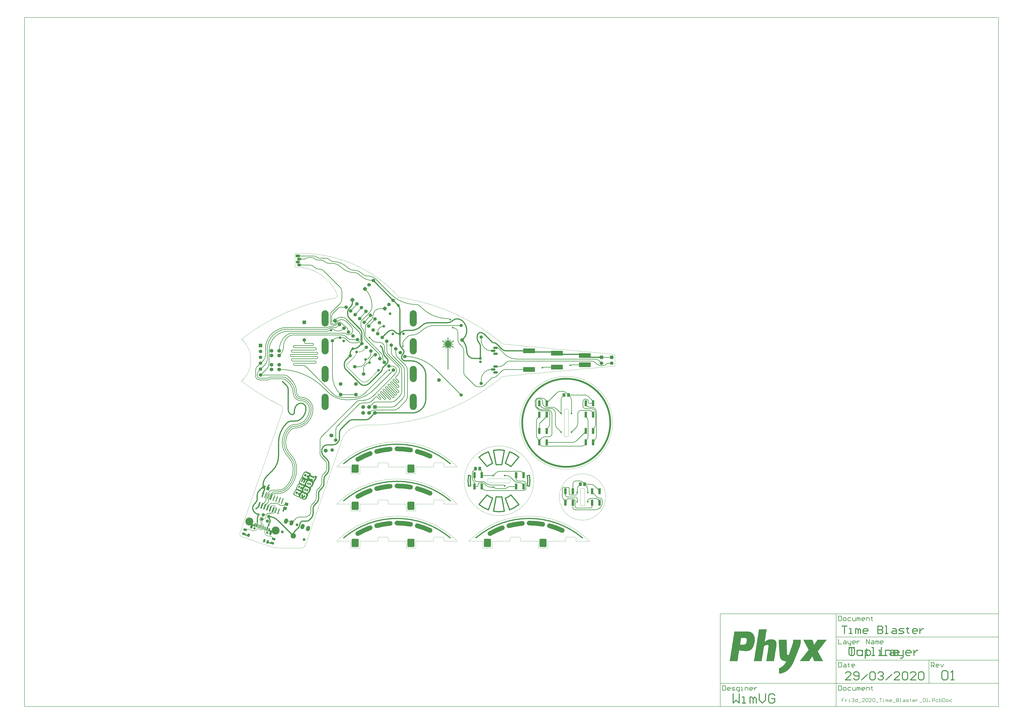
<source format=gtl>
G04*
G04 #@! TF.GenerationSoftware,Altium Limited,Altium Designer,20.0.13 (296)*
G04*
G04 Layer_Physical_Order=1*
G04 Layer_Color=3394611*
%FSLAX25Y25*%
%MOIN*%
G70*
G01*
G75*
%ADD10C,0.00787*%
%ADD11C,0.00984*%
%ADD12C,0.00591*%
%ADD13C,0.01968*%
%ADD15C,0.01181*%
%ADD17C,0.01575*%
%ADD19C,0.00197*%
G04:AMPARAMS|DCode=20|XSize=39.37mil|YSize=57.09mil|CornerRadius=0mil|HoleSize=0mil|Usage=FLASHONLY|Rotation=251.000|XOffset=0mil|YOffset=0mil|HoleType=Round|Shape=Rectangle|*
%AMROTATEDRECTD20*
4,1,4,-0.02058,0.02791,0.03340,0.00932,0.02058,-0.02791,-0.03340,-0.00932,-0.02058,0.02791,0.0*
%
%ADD20ROTATEDRECTD20*%

G04:AMPARAMS|DCode=21|XSize=11.81mil|YSize=57.09mil|CornerRadius=0mil|HoleSize=0mil|Usage=FLASHONLY|Rotation=341.000|XOffset=0mil|YOffset=0mil|HoleType=Round|Shape=Rectangle|*
%AMROTATEDRECTD21*
4,1,4,-0.01488,-0.02507,0.00371,0.02891,0.01488,0.02507,-0.00371,-0.02891,-0.01488,-0.02507,0.0*
%
%ADD21ROTATEDRECTD21*%

G04:AMPARAMS|DCode=22|XSize=59.06mil|YSize=51.18mil|CornerRadius=0mil|HoleSize=0mil|Usage=FLASHONLY|Rotation=341.000|XOffset=0mil|YOffset=0mil|HoleType=Round|Shape=Rectangle|*
%AMROTATEDRECTD22*
4,1,4,-0.03625,-0.01458,-0.01959,0.03381,0.03625,0.01458,0.01959,-0.03381,-0.03625,-0.01458,0.0*
%
%ADD22ROTATEDRECTD22*%

G04:AMPARAMS|DCode=23|XSize=59.06mil|YSize=51.18mil|CornerRadius=0mil|HoleSize=0mil|Usage=FLASHONLY|Rotation=71.000|XOffset=0mil|YOffset=0mil|HoleType=Round|Shape=Rectangle|*
%AMROTATEDRECTD23*
4,1,4,0.01458,-0.03625,-0.03381,-0.01959,-0.01458,0.03625,0.03381,0.01959,0.01458,-0.03625,0.0*
%
%ADD23ROTATEDRECTD23*%

G04:AMPARAMS|DCode=24|XSize=15.75mil|YSize=102.36mil|CornerRadius=0mil|HoleSize=0mil|Usage=FLASHONLY|Rotation=161.000|XOffset=0mil|YOffset=0mil|HoleType=Round|Shape=Round|*
%AMOVALD24*
21,1,0.08661,0.01575,0.00000,0.00000,251.0*
1,1,0.01575,0.01410,0.04095*
1,1,0.01575,-0.01410,-0.04095*
%
%ADD24OVALD24*%

G04:AMPARAMS|DCode=25|XSize=23.62mil|YSize=102.36mil|CornerRadius=0mil|HoleSize=0mil|Usage=FLASHONLY|Rotation=161.000|XOffset=0mil|YOffset=0mil|HoleType=Round|Shape=Round|*
%AMOVALD25*
21,1,0.07874,0.02362,0.00000,0.00000,251.0*
1,1,0.02362,0.01282,0.03723*
1,1,0.02362,-0.01282,-0.03723*
%
%ADD25OVALD25*%

%ADD26R,0.03937X0.09843*%
G04:AMPARAMS|DCode=27|XSize=196.85mil|YSize=78.74mil|CornerRadius=3.94mil|HoleSize=0mil|Usage=FLASHONLY|Rotation=0.000|XOffset=0mil|YOffset=0mil|HoleType=Round|Shape=RoundedRectangle|*
%AMROUNDEDRECTD27*
21,1,0.19685,0.07087,0,0,0.0*
21,1,0.18898,0.07874,0,0,0.0*
1,1,0.00787,0.09449,-0.03543*
1,1,0.00787,-0.09449,-0.03543*
1,1,0.00787,-0.09449,0.03543*
1,1,0.00787,0.09449,0.03543*
%
%ADD27ROUNDEDRECTD27*%
%ADD28R,0.05118X0.05906*%
G04:AMPARAMS|DCode=29|XSize=137.8mil|YSize=118.11mil|CornerRadius=14.76mil|HoleSize=0mil|Usage=FLASHONLY|Rotation=90.000|XOffset=0mil|YOffset=0mil|HoleType=Round|Shape=RoundedRectangle|*
%AMROUNDEDRECTD29*
21,1,0.13780,0.08858,0,0,90.0*
21,1,0.10827,0.11811,0,0,90.0*
1,1,0.02953,0.04429,0.05413*
1,1,0.02953,0.04429,-0.05413*
1,1,0.02953,-0.04429,-0.05413*
1,1,0.02953,-0.04429,0.05413*
%
%ADD29ROUNDEDRECTD29*%
%ADD49C,0.06299*%
%ADD52C,0.06693*%
%ADD74C,0.05906*%
%ADD83C,0.02953*%
%ADD84C,0.07874*%
%ADD85C,0.03937*%
G04:AMPARAMS|DCode=86|XSize=39.37mil|YSize=62.99mil|CornerRadius=0mil|HoleSize=0mil|Usage=FLASHONLY|Rotation=341.000|XOffset=0mil|YOffset=0mil|HoleType=Round|Shape=Round|*
%AMOVALD86*
21,1,0.02362,0.03937,0.00000,0.00000,71.0*
1,1,0.03937,-0.00385,-0.01117*
1,1,0.03937,0.00385,0.01117*
%
%ADD86OVALD86*%

G04:AMPARAMS|DCode=87|XSize=39.37mil|YSize=82.68mil|CornerRadius=0mil|HoleSize=0mil|Usage=FLASHONLY|Rotation=341.000|XOffset=0mil|YOffset=0mil|HoleType=Round|Shape=Round|*
%AMOVALD87*
21,1,0.04331,0.03937,0.00000,0.00000,71.0*
1,1,0.03937,-0.00705,-0.02047*
1,1,0.03937,0.00705,0.02047*
%
%ADD87OVALD87*%

G04:AMPARAMS|DCode=88|XSize=61.02mil|YSize=35.43mil|CornerRadius=0mil|HoleSize=0mil|Usage=FLASHONLY|Rotation=251.000|XOffset=0mil|YOffset=0mil|HoleType=Round|Shape=Round|*
%AMOVALD88*
21,1,0.02559,0.03543,0.00000,0.00000,251.0*
1,1,0.03543,0.00417,0.01210*
1,1,0.03543,-0.00417,-0.01210*
%
%ADD88OVALD88*%

%ADD89O,0.07874X0.03937*%
%ADD90O,0.07874X0.03937*%
%ADD91P,0.08352X4X365.0*%
%ADD92C,0.06496*%
%ADD93R,0.06496X0.06496*%
%ADD94C,0.05591*%
%ADD95C,0.13583*%
%ADD96R,0.05906X0.05906*%
%ADD97R,0.05906X0.05906*%
%ADD98C,0.05906*%
%ADD99C,0.06000*%
%ADD100P,0.05568X4X185.0*%
G04:AMPARAMS|DCode=101|XSize=39.37mil|YSize=39.37mil|CornerRadius=9.84mil|HoleSize=0mil|Usage=FLASHONLY|Rotation=140.000|XOffset=0mil|YOffset=0mil|HoleType=Round|Shape=RoundedRectangle|*
%AMROUNDEDRECTD101*
21,1,0.03937,0.01968,0,0,140.0*
21,1,0.01968,0.03937,0,0,140.0*
1,1,0.01968,-0.00121,0.01387*
1,1,0.01968,0.01387,0.00121*
1,1,0.01968,0.00121,-0.01387*
1,1,0.01968,-0.01387,-0.00121*
%
%ADD101ROUNDEDRECTD101*%
%ADD102P,0.08352X4X95.0*%
%ADD103R,0.03937X0.03937*%
G04:AMPARAMS|DCode=104|XSize=39.37mil|YSize=39.37mil|CornerRadius=9.84mil|HoleSize=0mil|Usage=FLASHONLY|Rotation=0.000|XOffset=0mil|YOffset=0mil|HoleType=Round|Shape=RoundedRectangle|*
%AMROUNDEDRECTD104*
21,1,0.03937,0.01968,0,0,0.0*
21,1,0.01968,0.03937,0,0,0.0*
1,1,0.01968,0.00984,-0.00984*
1,1,0.01968,-0.00984,-0.00984*
1,1,0.01968,-0.00984,0.00984*
1,1,0.01968,0.00984,0.00984*
%
%ADD104ROUNDEDRECTD104*%
%ADD105C,0.04724*%
G04:AMPARAMS|DCode=106|XSize=90.55mil|YSize=62.99mil|CornerRadius=0mil|HoleSize=0mil|Usage=FLASHONLY|Rotation=71.000|XOffset=0mil|YOffset=0mil|HoleType=Round|Shape=Round|*
%AMOVALD106*
21,1,0.02756,0.06299,0.00000,0.00000,71.0*
1,1,0.06299,-0.00449,-0.01303*
1,1,0.06299,0.00449,0.01303*
%
%ADD106OVALD106*%

%ADD107C,0.09055*%
G04:AMPARAMS|DCode=108|XSize=39.37mil|YSize=39.37mil|CornerRadius=9.84mil|HoleSize=0mil|Usage=FLASHONLY|Rotation=270.000|XOffset=0mil|YOffset=0mil|HoleType=Round|Shape=RoundedRectangle|*
%AMROUNDEDRECTD108*
21,1,0.03937,0.01968,0,0,270.0*
21,1,0.01968,0.03937,0,0,270.0*
1,1,0.01968,-0.00984,-0.00984*
1,1,0.01968,-0.00984,0.00984*
1,1,0.01968,0.00984,0.00984*
1,1,0.01968,0.00984,-0.00984*
%
%ADD108ROUNDEDRECTD108*%
%ADD109R,0.03937X0.03937*%
G04:AMPARAMS|DCode=110|XSize=39.37mil|YSize=39.37mil|CornerRadius=9.84mil|HoleSize=0mil|Usage=FLASHONLY|Rotation=225.000|XOffset=0mil|YOffset=0mil|HoleType=Round|Shape=RoundedRectangle|*
%AMROUNDEDRECTD110*
21,1,0.03937,0.01968,0,0,225.0*
21,1,0.01968,0.03937,0,0,225.0*
1,1,0.01968,-0.01392,0.00000*
1,1,0.01968,0.00000,0.01392*
1,1,0.01968,0.01392,0.00000*
1,1,0.01968,0.00000,-0.01392*
%
%ADD110ROUNDEDRECTD110*%
%ADD111P,0.05568X4X270.0*%
%ADD112C,0.05512*%
%ADD113O,0.11811X0.27559*%
%ADD114O,0.07087X0.04528*%
G04:AMPARAMS|DCode=115|XSize=45.28mil|YSize=70.87mil|CornerRadius=11.32mil|HoleSize=0mil|Usage=FLASHONLY|Rotation=270.000|XOffset=0mil|YOffset=0mil|HoleType=Round|Shape=RoundedRectangle|*
%AMROUNDEDRECTD115*
21,1,0.04528,0.04823,0,0,270.0*
21,1,0.02264,0.07087,0,0,270.0*
1,1,0.02264,-0.02411,-0.01132*
1,1,0.02264,-0.02411,0.01132*
1,1,0.02264,0.02411,0.01132*
1,1,0.02264,0.02411,-0.01132*
%
%ADD115ROUNDEDRECTD115*%
G04:AMPARAMS|DCode=116|XSize=60mil|YSize=60mil|CornerRadius=15mil|HoleSize=0mil|Usage=FLASHONLY|Rotation=225.000|XOffset=0mil|YOffset=0mil|HoleType=Round|Shape=RoundedRectangle|*
%AMROUNDEDRECTD116*
21,1,0.06000,0.03000,0,0,225.0*
21,1,0.03000,0.06000,0,0,225.0*
1,1,0.03000,-0.02121,0.00000*
1,1,0.03000,0.00000,0.02121*
1,1,0.03000,0.02121,0.00000*
1,1,0.03000,0.00000,-0.02121*
%
%ADD116ROUNDEDRECTD116*%
G04:AMPARAMS|DCode=117|XSize=60mil|YSize=60mil|CornerRadius=15mil|HoleSize=0mil|Usage=FLASHONLY|Rotation=90.000|XOffset=0mil|YOffset=0mil|HoleType=Round|Shape=RoundedRectangle|*
%AMROUNDEDRECTD117*
21,1,0.06000,0.03000,0,0,90.0*
21,1,0.03000,0.06000,0,0,90.0*
1,1,0.03000,0.01500,0.01500*
1,1,0.03000,0.01500,-0.01500*
1,1,0.03000,-0.01500,-0.01500*
1,1,0.03000,-0.01500,0.01500*
%
%ADD117ROUNDEDRECTD117*%
%ADD118C,0.02756*%
G36*
X362452Y357536D02*
X362516Y357523D01*
X362578Y357505D01*
X362637Y357480D01*
X362695Y357449D01*
X362749Y357413D01*
X362799Y357372D01*
X362844Y357327D01*
X362885Y357277D01*
X362921Y357223D01*
X362952Y357166D01*
X362977Y357106D01*
X362995Y357044D01*
X363008Y356980D01*
X363014Y356916D01*
Y356884D01*
X363014Y350615D01*
X363034Y350612D01*
X363072Y350606D01*
X363110Y350600D01*
X363148Y350593D01*
X363167Y350589D01*
X363704Y352602D01*
X363710Y352625D01*
X363728Y352669D01*
X363751Y352711D01*
X363778Y352749D01*
X363811Y352784D01*
X363847Y352815D01*
X363886Y352842D01*
X363929Y352863D01*
X363973Y352880D01*
X364019Y352890D01*
X364067Y352896D01*
X364114Y352895D01*
X364161Y352889D01*
X364208Y352877D01*
X364252Y352860D01*
X364294Y352837D01*
X364333Y352810D01*
X364368Y352779D01*
X364400Y352743D01*
X364426Y352703D01*
X364448Y352661D01*
X364465Y352617D01*
X364476Y352571D01*
X364482Y352523D01*
Y352500D01*
Y352487D01*
X364480Y352461D01*
X364477Y352435D01*
X364472Y352410D01*
X364469Y352398D01*
X364469Y352398D01*
X363930Y350379D01*
X363964Y350367D01*
X364031Y350341D01*
X364099Y350313D01*
X364165Y350285D01*
X364198Y350270D01*
X366060Y353491D01*
X366074Y353516D01*
X366108Y353563D01*
X366147Y353605D01*
X366191Y353643D01*
X366238Y353676D01*
X366288Y353704D01*
X366341Y353726D01*
X366397Y353742D01*
X366453Y353752D01*
X366511Y353755D01*
X366568Y353753D01*
X366625Y353744D01*
X366681Y353729D01*
X366734Y353708D01*
X366786Y353682D01*
X366833Y353650D01*
X366877Y353613D01*
X366917Y353571D01*
X366952Y353525D01*
X366982Y353476D01*
X367006Y353424D01*
X367025Y353370D01*
X367037Y353313D01*
X367044Y353256D01*
Y353227D01*
Y353210D01*
X367041Y353176D01*
X367037Y353141D01*
X367030Y353108D01*
X367021Y353074D01*
X367010Y353041D01*
X366997Y353010D01*
X366982Y352978D01*
X366973Y352963D01*
X366973Y352964D01*
X365107Y349735D01*
X365135Y349714D01*
X365190Y349671D01*
X365244Y349627D01*
X365298Y349583D01*
X365324Y349560D01*
X365324D01*
X366801Y351040D01*
X366817Y351056D01*
X366854Y351085D01*
X366894Y351109D01*
X366936Y351129D01*
X366981Y351143D01*
X367026Y351153D01*
X367073Y351156D01*
X367120Y351154D01*
X367166Y351147D01*
X367211Y351134D01*
X367254Y351117D01*
X367295Y351094D01*
X367332Y351066D01*
X367367Y351035D01*
X367397Y350999D01*
X367423Y350960D01*
X367444Y350919D01*
X367460Y350875D01*
X367471Y350830D01*
X367477Y350783D01*
Y350760D01*
Y350741D01*
X367473Y350702D01*
X367465Y350664D01*
X367454Y350627D01*
X367439Y350591D01*
X367421Y350556D01*
X367399Y350524D01*
X367375Y350494D01*
X367361Y350480D01*
Y350480D01*
X365879Y348996D01*
X365892Y348981D01*
X365917Y348950D01*
X365941Y348920D01*
X365966Y348889D01*
X365978Y348873D01*
X365978D01*
X371437Y352029D01*
X371467Y352046D01*
X371530Y352074D01*
X371596Y352096D01*
X371663Y352110D01*
X371732Y352117D01*
X371801Y352117D01*
X371870Y352110D01*
X371937Y352096D01*
X372003Y352074D01*
X372066Y352046D01*
X372126Y352012D01*
X372182Y351971D01*
X372233Y351925D01*
X372280Y351874D01*
X372320Y351818D01*
X372355Y351758D01*
X372383Y351695D01*
X372404Y351629D01*
X372419Y351561D01*
X372426Y351493D01*
Y351458D01*
Y351430D01*
X372421Y351372D01*
X372411Y351315D01*
X372396Y351260D01*
X372376Y351206D01*
X372352Y351154D01*
X372323Y351104D01*
X372290Y351057D01*
X372253Y351013D01*
X372213Y350972D01*
X372169Y350935D01*
X372122Y350902D01*
X372097Y350888D01*
X372097D01*
X366625Y347725D01*
X366630Y347710D01*
X366642Y347680D01*
X366653Y347651D01*
X366664Y347621D01*
X366669Y347606D01*
X366669D01*
X368716Y348157D01*
X368738Y348163D01*
X368783Y348169D01*
X368829Y348171D01*
X368874Y348167D01*
X368918Y348159D01*
X368962Y348145D01*
X369003Y348126D01*
X369042Y348103D01*
X369078Y348075D01*
X369110Y348043D01*
X369139Y348008D01*
X369164Y347970D01*
X369184Y347930D01*
X369199Y347887D01*
X369210Y347843D01*
X369215Y347797D01*
Y347775D01*
Y347753D01*
X369210Y347710D01*
X369201Y347668D01*
X369187Y347627D01*
X369169Y347588D01*
X369146Y347551D01*
X369120Y347517D01*
X369090Y347486D01*
X369057Y347458D01*
X369021Y347434D01*
X368983Y347414D01*
X368943Y347398D01*
X368922Y347393D01*
X368922Y347393D01*
X366869Y346841D01*
X366876Y346804D01*
X366887Y346731D01*
X366897Y346658D01*
X366906Y346584D01*
X366910Y346547D01*
X370674Y346546D01*
X370700Y346546D01*
X370752Y346540D01*
X370803Y346530D01*
X370852Y346515D01*
X370900Y346496D01*
X370946Y346471D01*
X370989Y346442D01*
X371029Y346409D01*
X371065Y346373D01*
X371098Y346333D01*
X371127Y346290D01*
X371151Y346244D01*
X371171Y346196D01*
X371186Y346146D01*
X371196Y346096D01*
X371201Y346044D01*
Y346018D01*
Y345992D01*
X371196Y345941D01*
X371186Y345890D01*
X371171Y345840D01*
X371151Y345793D01*
X371127Y345747D01*
X371098Y345704D01*
X371065Y345664D01*
X371029Y345627D01*
X370988Y345594D01*
X370945Y345565D01*
X370900Y345541D01*
X370852Y345521D01*
X370802Y345506D01*
X370751Y345496D01*
X370700Y345491D01*
X370674Y345491D01*
X370674Y345491D01*
X366900Y345493D01*
X366897Y345461D01*
X366888Y345399D01*
X366878Y345336D01*
X366868Y345274D01*
X366862Y345243D01*
X366862D01*
X366862Y345243D01*
Y345243D01*
X368924Y344692D01*
X368945Y344686D01*
X368986Y344671D01*
X369024Y344651D01*
X369060Y344627D01*
X369093Y344599D01*
X369123Y344568D01*
X369149Y344534D01*
X369172Y344497D01*
X369190Y344457D01*
X369204Y344416D01*
X369213Y344374D01*
X369218Y344331D01*
Y344310D01*
Y344287D01*
X369213Y344242D01*
X369202Y344198D01*
X369187Y344155D01*
X369167Y344114D01*
X369143Y344076D01*
X369114Y344041D01*
X369081Y344010D01*
X369045Y343982D01*
X369006Y343959D01*
X368965Y343940D01*
X368922Y343926D01*
X368878Y343917D01*
X368832Y343914D01*
X368787Y343915D01*
X368742Y343921D01*
X368720Y343927D01*
X368720D01*
X366655Y344479D01*
X366649Y344461D01*
X366636Y344427D01*
X366622Y344392D01*
X366609Y344358D01*
X366602Y344340D01*
X372074Y341176D01*
X372099Y341162D01*
X372146Y341129D01*
X372190Y341092D01*
X372231Y341051D01*
X372268Y341007D01*
X372301Y340960D01*
X372330Y340910D01*
X372354Y340858D01*
X372374Y340804D01*
X372388Y340749D01*
X372398Y340692D01*
X372403Y340635D01*
Y340606D01*
Y340571D01*
X372396Y340503D01*
X372382Y340435D01*
X372360Y340369D01*
X372332Y340306D01*
X372298Y340247D01*
X372257Y340191D01*
X372211Y340139D01*
X372160Y340093D01*
X372104Y340052D01*
X372044Y340018D01*
X371981Y339990D01*
X371915Y339968D01*
X371847Y339954D01*
X371779Y339947D01*
X371710Y339947D01*
X371641Y339954D01*
X371573Y339969D01*
X371508Y339990D01*
X371445Y340018D01*
X371415Y340036D01*
X371415D01*
X365939Y343201D01*
X365929Y343189D01*
X365909Y343163D01*
X365889Y343138D01*
X365868Y343113D01*
X365858Y343101D01*
X365858D01*
X367382Y341579D01*
X367396Y341566D01*
X367421Y341535D01*
X367442Y341503D01*
X367460Y341469D01*
X367475Y341433D01*
X367487Y341396D01*
X367494Y341357D01*
X367498Y341319D01*
Y341299D01*
Y341276D01*
X367493Y341230D01*
X367482Y341184D01*
X367466Y341141D01*
X367444Y341099D01*
X367419Y341060D01*
X367388Y341025D01*
X367354Y340993D01*
X367316Y340966D01*
X367276Y340943D01*
X367232Y340925D01*
X367188Y340912D01*
X367142Y340905D01*
X367095Y340903D01*
X367048Y340907D01*
X367003Y340916D01*
X366958Y340930D01*
X366916Y340950D01*
X366876Y340974D01*
X366839Y341003D01*
X366823Y341019D01*
X366823D01*
X365299Y342541D01*
X365271Y342517D01*
X365215Y342472D01*
X365158Y342427D01*
X365101Y342383D01*
X365072Y342362D01*
X365072D01*
X366967Y339076D01*
X366975Y339061D01*
X366990Y339031D01*
X367003Y338999D01*
X367015Y338966D01*
X367023Y338933D01*
X367030Y338899D01*
X367035Y338865D01*
X367037Y338830D01*
Y338813D01*
Y338784D01*
X367031Y338727D01*
X367018Y338671D01*
X367000Y338616D01*
X366975Y338564D01*
X366946Y338515D01*
X366911Y338469D01*
X366871Y338427D01*
X366827Y338390D01*
X366779Y338358D01*
X366728Y338332D01*
X366674Y338311D01*
X366618Y338296D01*
X366561Y338287D01*
X366504Y338285D01*
X366446Y338289D01*
X366390Y338299D01*
X366334Y338315D01*
X366281Y338337D01*
X366231Y338365D01*
X366183Y338398D01*
X366140Y338436D01*
X366101Y338478D01*
X366067Y338525D01*
X366053Y338550D01*
Y338550D01*
X364158Y341835D01*
X364129Y341823D01*
X364071Y341798D01*
X364012Y341775D01*
X363953Y341752D01*
X363924Y341741D01*
X364481Y339670D01*
X364484Y339658D01*
X364489Y339632D01*
X364493Y339607D01*
X364494Y339581D01*
Y339568D01*
Y339544D01*
X364489Y339497D01*
X364477Y339451D01*
X364460Y339406D01*
X364439Y339364D01*
X364412Y339325D01*
X364380Y339289D01*
X364345Y339257D01*
X364306Y339230D01*
X364264Y339208D01*
X364220Y339190D01*
X364174Y339178D01*
X364127Y339172D01*
X364079Y339172D01*
X364032Y339177D01*
X363986Y339188D01*
X363941Y339204D01*
X363899Y339225D01*
X363859Y339252D01*
X363823Y339283D01*
X363791Y339318D01*
X363763Y339356D01*
X363740Y339398D01*
X363722Y339442D01*
X363716Y339465D01*
X363716Y339465D01*
X363160Y341532D01*
X363142Y341529D01*
X363106Y341523D01*
X363069Y341517D01*
X363033Y341511D01*
X363014Y341508D01*
X363014D01*
Y303578D01*
Y303545D01*
X363008Y303481D01*
X362995Y303418D01*
X362977Y303356D01*
X362952Y303296D01*
X362921Y303239D01*
X362885Y303185D01*
X362844Y303135D01*
X362799Y303089D01*
X362749Y303048D01*
X362695Y303012D01*
X362637Y302981D01*
X362578Y302957D01*
X362516Y302938D01*
X362452Y302925D01*
X362388Y302919D01*
X362323D01*
X362259Y302925D01*
X362195Y302938D01*
X362133Y302957D01*
X362073Y302981D01*
X362016Y303012D01*
X361963Y303048D01*
X361912Y303089D01*
X361867Y303135D01*
X361826Y303185D01*
X361790Y303239D01*
X361759Y303296D01*
X361734Y303356D01*
X361716Y303418D01*
X361703Y303481D01*
X361697Y303545D01*
Y303578D01*
X361697Y341501D01*
X361680Y341504D01*
X361647Y341508D01*
X361614Y341513D01*
X361582Y341519D01*
X361565Y341521D01*
Y341522D01*
X361016Y339462D01*
X361009Y339437D01*
X360989Y339389D01*
X360963Y339345D01*
X360932Y339303D01*
X360895Y339267D01*
X360854Y339235D01*
X360809Y339209D01*
X360761Y339189D01*
X360711Y339176D01*
X360660Y339169D01*
X360608Y339169D01*
X360556Y339176D01*
X360506Y339189D01*
X360458Y339209D01*
X360413Y339235D01*
X360372Y339266D01*
X360335Y339303D01*
X360304Y339344D01*
X360278Y339389D01*
X360258Y339437D01*
X360244Y339487D01*
X360238Y339538D01*
X360238Y339590D01*
X360244Y339641D01*
X360251Y339667D01*
Y339667D01*
X360799Y341720D01*
X360766Y341732D01*
X360699Y341756D01*
X360632Y341782D01*
X360567Y341809D01*
X360534Y341823D01*
X358644Y338553D01*
X358644Y338553D01*
X358629Y338527D01*
X358594Y338480D01*
X358554Y338436D01*
X358509Y338398D01*
X358460Y338364D01*
X358407Y338337D01*
X358352Y338315D01*
X358295Y338300D01*
X358237Y338291D01*
X358177Y338289D01*
X358118Y338293D01*
X358060Y338304D01*
X358004Y338322D01*
X357949Y338346D01*
X357898Y338375D01*
X357850Y338410D01*
X357807Y338451D01*
X357768Y338496D01*
X357735Y338545D01*
X357707Y338597D01*
X357686Y338652D01*
X357670Y338709D01*
X357662Y338768D01*
X357660Y338827D01*
X357664Y338886D01*
X357675Y338944D01*
X357693Y339001D01*
X357716Y339055D01*
X357731Y339081D01*
Y339081D01*
X357731D01*
X359616Y342343D01*
X359589Y342363D01*
X359535Y342403D01*
X359482Y342445D01*
X359430Y342487D01*
X359403Y342508D01*
Y342508D01*
X357903Y341005D01*
X357885Y340986D01*
X357844Y340955D01*
X357799Y340929D01*
X357751Y340909D01*
X357701Y340896D01*
X357649Y340889D01*
X357597Y340889D01*
X357546Y340895D01*
X357496Y340909D01*
X357448Y340929D01*
X357403Y340954D01*
X357362Y340986D01*
X357325Y341023D01*
X357293Y341064D01*
X357267Y341109D01*
X357248Y341157D01*
X357234Y341207D01*
X357227Y341258D01*
X357227Y341310D01*
X357234Y341361D01*
X357247Y341411D01*
X357267Y341459D01*
X357293Y341504D01*
X357325Y341546D01*
X357343Y341564D01*
X357343Y341564D01*
X358838Y343062D01*
X358827Y343075D01*
X358804Y343103D01*
X358781Y343130D01*
X358758Y343158D01*
X358747Y343172D01*
X358747Y343172D01*
X353326Y340038D01*
X353298Y340022D01*
X353239Y339995D01*
X353177Y339974D01*
X353114Y339959D01*
X353050Y339951D01*
X352985Y339949D01*
X352921Y339953D01*
X352857Y339963D01*
X352794Y339980D01*
X352734Y340003D01*
X352676Y340032D01*
X352621Y340066D01*
X352569Y340105D01*
X352522Y340149D01*
X352479Y340198D01*
X352442Y340250D01*
X352409Y340307D01*
X352382Y340366D01*
X352362Y340427D01*
X352347Y340490D01*
X352338Y340554D01*
X352336Y340619D01*
X352341Y340683D01*
X352351Y340747D01*
X352368Y340810D01*
X352391Y340870D01*
X352419Y340929D01*
X352453Y340984D01*
X352493Y341035D01*
X352537Y341082D01*
X352586Y341125D01*
X352638Y341163D01*
X352666Y341179D01*
X352666Y341179D01*
X358075Y344305D01*
X358067Y344324D01*
X358052Y344363D01*
X358037Y344401D01*
X358022Y344440D01*
X358015Y344459D01*
Y344459D01*
X355993Y343916D01*
X355968Y343909D01*
X355917Y343902D01*
X355865Y343902D01*
X355813Y343909D01*
X355763Y343922D01*
X355715Y343942D01*
X355670Y343968D01*
X355629Y343999D01*
X355592Y344036D01*
X355561Y344077D01*
X355535Y344122D01*
X355515Y344170D01*
X355502Y344220D01*
X355495Y344271D01*
X355495Y344323D01*
X355501Y344375D01*
X355515Y344425D01*
X355535Y344473D01*
X355560Y344518D01*
X355592Y344559D01*
X355629Y344596D01*
X355670Y344627D01*
X355715Y344653D01*
X355763Y344673D01*
X355788Y344680D01*
X355788D01*
X357804Y345222D01*
X357798Y345256D01*
X357786Y345325D01*
X357776Y345394D01*
X357766Y345462D01*
X357762Y345497D01*
X357762D01*
X354030Y345499D01*
X354000Y345499D01*
X353941Y345505D01*
X353883Y345519D01*
X353828Y345538D01*
X353774Y345564D01*
X353724Y345595D01*
X353678Y345632D01*
X353636Y345674D01*
X353599Y345721D01*
X353568Y345771D01*
X353542Y345824D01*
X353522Y345880D01*
X353509Y345938D01*
X353502Y345997D01*
X353502Y346056D01*
X353509Y346115D01*
X353522Y346172D01*
X353542Y346228D01*
X353568Y346282D01*
X353599Y346332D01*
X353636Y346378D01*
X353678Y346420D01*
X353724Y346457D01*
X353774Y346488D01*
X353828Y346514D01*
X353884Y346534D01*
X353942Y346547D01*
X354000Y346553D01*
X354030Y346553D01*
X354030D01*
X357753Y346552D01*
X357757Y346588D01*
X357766Y346662D01*
X357776Y346735D01*
X357788Y346808D01*
X357794Y346844D01*
X355785Y347380D01*
X355760Y347387D01*
X355712Y347407D01*
X355667Y347433D01*
X355626Y347464D01*
X355589Y347501D01*
X355558Y347542D01*
X355532Y347587D01*
X355512Y347635D01*
X355498Y347685D01*
X355491Y347737D01*
X355491Y347788D01*
X355498Y347840D01*
X355511Y347890D01*
X355531Y347938D01*
X355557Y347983D01*
X355589Y348024D01*
X355625Y348061D01*
X355666Y348092D01*
X355711Y348118D01*
X355759Y348138D01*
X355809Y348152D01*
X355861Y348159D01*
X355913Y348159D01*
X355964Y348152D01*
X355989Y348145D01*
X355989Y348145D01*
X357995Y347610D01*
X358002Y347629D01*
X358016Y347667D01*
X358030Y347705D01*
X358045Y347743D01*
X358052Y347762D01*
X358052Y347762D01*
X352645Y350888D01*
X352618Y350904D01*
X352565Y350942D01*
X352516Y350985D01*
X352472Y351032D01*
X352433Y351083D01*
X352398Y351138D01*
X352370Y351196D01*
X352347Y351257D01*
X352330Y351319D01*
X352320Y351383D01*
X352316Y351448D01*
X352318Y351513D01*
X352326Y351577D01*
X352341Y351640D01*
X352362Y351701D01*
X352389Y351760D01*
X352421Y351816D01*
X352459Y351869D01*
X352502Y351917D01*
X352549Y351962D01*
X352600Y352001D01*
X352655Y352035D01*
X352713Y352064D01*
X352774Y352086D01*
X352836Y352103D01*
X352900Y352114D01*
X352965Y352118D01*
X353030Y352116D01*
X353094Y352107D01*
X353157Y352093D01*
X353218Y352072D01*
X353277Y352045D01*
X353305Y352029D01*
X353305D01*
X358709Y348904D01*
X358721Y348919D01*
X358745Y348949D01*
X358769Y348978D01*
X358793Y349008D01*
X358805Y349022D01*
Y349022D01*
X357347Y350477D01*
X357329Y350496D01*
X357297Y350537D01*
X357271Y350582D01*
X357252Y350629D01*
X357238Y350680D01*
X357231Y350731D01*
X357231Y350783D01*
X357238Y350834D01*
X357251Y350884D01*
X357271Y350932D01*
X357297Y350977D01*
X357329Y351019D01*
X357365Y351055D01*
X357406Y351087D01*
X357451Y351113D01*
X357499Y351133D01*
X357549Y351146D01*
X357601Y351153D01*
X357652Y351153D01*
X357704Y351146D01*
X357754Y351133D01*
X357802Y351113D01*
X357847Y351087D01*
X357888Y351056D01*
X357906Y351037D01*
Y351037D01*
X359364Y349582D01*
X359392Y349605D01*
X359447Y349650D01*
X359503Y349694D01*
X359559Y349738D01*
X359588Y349759D01*
X357737Y352968D01*
X357723Y352993D01*
X357699Y353048D01*
X357682Y353104D01*
X357671Y353163D01*
X357666Y353222D01*
X357668Y353281D01*
X357677Y353339D01*
X357693Y353397D01*
X357714Y353452D01*
X357742Y353504D01*
X357775Y353553D01*
X357814Y353598D01*
X357857Y353638D01*
X357905Y353673D01*
X357956Y353703D01*
X358011Y353727D01*
X358067Y353744D01*
X358125Y353755D01*
X358185Y353759D01*
X358244Y353757D01*
X358302Y353748D01*
X358360Y353733D01*
X358415Y353711D01*
X358467Y353683D01*
X358516Y353650D01*
X358561Y353611D01*
X358601Y353568D01*
X358636Y353520D01*
X358651Y353495D01*
X360501Y350286D01*
X360535Y350301D01*
X360604Y350329D01*
X360673Y350357D01*
X360742Y350383D01*
X360777Y350395D01*
X360777D01*
X360239Y352394D01*
X360232Y352419D01*
X360226Y352470D01*
X360226Y352522D01*
X360232Y352573D01*
X360246Y352624D01*
X360265Y352672D01*
X360291Y352716D01*
X360323Y352758D01*
X360360Y352794D01*
X360401Y352826D01*
X360446Y352852D01*
X360494Y352872D01*
X360544Y352885D01*
X360595Y352892D01*
X360647Y352892D01*
X360698Y352885D01*
X360749Y352872D01*
X360796Y352852D01*
X360841Y352826D01*
X360882Y352795D01*
X360919Y352758D01*
X360951Y352717D01*
X360977Y352672D01*
X360997Y352624D01*
X361003Y352599D01*
Y352599D01*
X361542Y350598D01*
X361561Y350601D01*
X361600Y350607D01*
X361638Y350613D01*
X361677Y350619D01*
X361697Y350622D01*
X361697D01*
Y356884D01*
Y356916D01*
X361703Y356980D01*
X361716Y357044D01*
X361734Y357106D01*
X361759Y357166D01*
X361790Y357223D01*
X361826Y357277D01*
X361867Y357327D01*
X361912Y357372D01*
X361963Y357413D01*
X362016Y357449D01*
X362073Y357480D01*
X362133Y357505D01*
X362195Y357523D01*
X362259Y357536D01*
X362323Y357542D01*
X362388D01*
X362452Y357536D01*
D02*
G37*
G36*
X121239Y130475D02*
X121314Y130438D01*
X121389Y130402D01*
X121352Y130327D01*
X121427Y130290D01*
X121464Y130365D01*
X121539Y130329D01*
X121613Y130292D01*
X121688Y130255D01*
X121652Y130181D01*
X121727Y130144D01*
X121763Y130219D01*
X121838Y130183D01*
X121913Y130146D01*
X121988Y130109D01*
X121951Y130034D01*
X122026Y129998D01*
X122063Y130073D01*
X122138Y130036D01*
X122212Y130000D01*
X122287Y129963D01*
X122251Y129888D01*
X122326Y129852D01*
X122362Y129927D01*
X122437Y129890D01*
X122512Y129854D01*
X122587Y129817D01*
X122550Y129742D01*
X122625Y129706D01*
X122662Y129781D01*
X122737Y129744D01*
X122811Y129708D01*
X122886Y129671D01*
X122850Y129596D01*
X122925Y129560D01*
X122961Y129635D01*
X123036Y129598D01*
X123111Y129562D01*
X123186Y129525D01*
X123149Y129450D01*
X123224Y129414D01*
X123261Y129489D01*
X123336Y129452D01*
X123410Y129416D01*
X123485Y129379D01*
X123449Y129304D01*
X123524Y129268D01*
X123560Y129342D01*
X123635Y129306D01*
X123710Y129270D01*
X123785Y129233D01*
X123748Y129158D01*
X123823Y129121D01*
X123860Y129196D01*
X123935Y129160D01*
X124010Y129123D01*
X124084Y129087D01*
X124048Y129012D01*
X124123Y128975D01*
X124159Y129050D01*
X124234Y129014D01*
X124309Y128977D01*
X124384Y128941D01*
X124347Y128866D01*
X124422Y128829D01*
X124459Y128904D01*
X124534Y128868D01*
X124609Y128831D01*
X124683Y128795D01*
X124647Y128720D01*
X124722Y128683D01*
X124758Y128758D01*
X124833Y128722D01*
X124908Y128685D01*
X124983Y128649D01*
X124946Y128574D01*
X125021Y128537D01*
X125058Y128612D01*
X125133Y128576D01*
X125208Y128539D01*
X125283Y128503D01*
X125246Y128428D01*
X125321Y128391D01*
X125357Y128466D01*
X125432Y128429D01*
X125507Y128393D01*
X125582Y128356D01*
X125546Y128281D01*
X125620Y128245D01*
X125657Y128320D01*
X125732Y128283D01*
X125807Y128247D01*
X125882Y128210D01*
X125845Y128136D01*
X125920Y128099D01*
X125956Y128174D01*
X126031Y128137D01*
X126106Y128101D01*
X126181Y128064D01*
X126145Y127989D01*
X126219Y127953D01*
X126256Y128028D01*
X126331Y127991D01*
X126406Y127955D01*
X126481Y127918D01*
X126444Y127843D01*
X126519Y127807D01*
X126555Y127882D01*
X126630Y127845D01*
X126705Y127809D01*
X126780Y127772D01*
X126744Y127697D01*
X126818Y127661D01*
X126855Y127736D01*
X126930Y127699D01*
X127005Y127663D01*
X127080Y127626D01*
X127043Y127551D01*
X127118Y127515D01*
X127154Y127589D01*
X127229Y127553D01*
X127304Y127516D01*
X127379Y127480D01*
X127343Y127405D01*
X127418Y127368D01*
X127454Y127443D01*
X127529Y127407D01*
X127604Y127370D01*
X127679Y127334D01*
X127642Y127259D01*
X127717Y127222D01*
X127753Y127297D01*
X127828Y127261D01*
X127903Y127224D01*
X127978Y127188D01*
X127942Y127113D01*
X128016Y127076D01*
X128053Y127151D01*
X128128Y127115D01*
X128203Y127078D01*
X128278Y127042D01*
X128241Y126967D01*
X128316Y126930D01*
X128353Y127005D01*
X128427Y126969D01*
X128502Y126932D01*
X128577Y126896D01*
X128541Y126821D01*
X128615Y126784D01*
X128652Y126859D01*
X128727Y126823D01*
X128802Y126786D01*
X128877Y126750D01*
X128840Y126675D01*
X128915Y126638D01*
X128952Y126713D01*
X129026Y126676D01*
X129101Y126640D01*
X129176Y126603D01*
X129140Y126529D01*
X129215Y126492D01*
X129251Y126567D01*
X129326Y126530D01*
X129401Y126494D01*
X129476Y126457D01*
X129439Y126383D01*
X129514Y126346D01*
X129551Y126421D01*
X129625Y126384D01*
X129700Y126348D01*
X129775Y126311D01*
X129739Y126236D01*
X129814Y126200D01*
X129850Y126275D01*
X129925Y126238D01*
X129888Y126163D01*
X129963Y126127D01*
X129927Y126052D01*
X129852Y126088D01*
X129742Y125864D01*
X129817Y125827D01*
X129781Y125752D01*
X129706Y125789D01*
X129596Y125564D01*
X129671Y125528D01*
X129635Y125453D01*
X129560Y125489D01*
X129450Y125265D01*
X129525Y125228D01*
X129489Y125153D01*
X129414Y125190D01*
X129304Y124965D01*
X129379Y124929D01*
X129342Y124854D01*
X129268Y124890D01*
X129158Y124666D01*
X129233Y124629D01*
X129196Y124554D01*
X129121Y124591D01*
X129012Y124366D01*
X128937Y124403D01*
X128901Y124328D01*
X128975Y124291D01*
X128866Y124067D01*
X128941Y124030D01*
X128904Y123955D01*
X128829Y123992D01*
X128793Y123917D01*
X128868Y123880D01*
X128943Y123844D01*
X129017Y123807D01*
X129092Y123771D01*
X129167Y123734D01*
X129242Y123698D01*
X129317Y123661D01*
X129392Y123625D01*
X129467Y123588D01*
X129542Y123552D01*
X129616Y123515D01*
X129691Y123479D01*
X129766Y123442D01*
X129841Y123406D01*
X129916Y123369D01*
X129991Y123333D01*
X130066Y123296D01*
X130141Y123260D01*
X130216Y123223D01*
X130290Y123187D01*
X130365Y123150D01*
X130440Y123114D01*
X130515Y123077D01*
X130590Y123040D01*
X130665Y123004D01*
X130740Y122967D01*
X130815Y122931D01*
X130889Y122894D01*
X130964Y122858D01*
X131039Y122821D01*
X131114Y122785D01*
X131189Y122748D01*
X131264Y122712D01*
X131339Y122675D01*
X131414Y122639D01*
X131489Y122602D01*
X131563Y122566D01*
X131638Y122529D01*
X131713Y122493D01*
X131788Y122456D01*
X131863Y122420D01*
X131938Y122383D01*
X132013Y122347D01*
X132088Y122310D01*
X132162Y122274D01*
X132237Y122237D01*
X132312Y122201D01*
X132387Y122164D01*
X132462Y122127D01*
X132537Y122091D01*
X132612Y122054D01*
X132687Y122018D01*
X132762Y121981D01*
X132836Y121945D01*
X132911Y121908D01*
X132986Y121872D01*
X133061Y121835D01*
X133136Y121799D01*
X133211Y121762D01*
X133286Y121726D01*
X133361Y121689D01*
X133435Y121653D01*
X133510Y121616D01*
X133585Y121580D01*
X133660Y121543D01*
X133735Y121507D01*
X133810Y121470D01*
X133885Y121433D01*
X133959Y121397D01*
X134034Y121361D01*
X134109Y121324D01*
X134184Y121287D01*
X134259Y121251D01*
X134334Y121214D01*
X134409Y121178D01*
X134484Y121141D01*
X135068Y122339D01*
X135143Y122303D01*
X135106Y122228D01*
X135181Y122192D01*
X135218Y122266D01*
X135293Y122230D01*
X135256Y122155D01*
X135331Y122118D01*
X135368Y122193D01*
X135442Y122157D01*
X135406Y122082D01*
X135481Y122045D01*
X135517Y122120D01*
X135592Y122084D01*
X135556Y122009D01*
X135631Y121972D01*
X135667Y122047D01*
X135742Y122011D01*
X135705Y121936D01*
X135780Y121899D01*
X135817Y121974D01*
X135892Y121938D01*
X135855Y121863D01*
X135930Y121826D01*
X135967Y121901D01*
X136041Y121865D01*
X136005Y121790D01*
X136080Y121753D01*
X136116Y121828D01*
X136191Y121792D01*
X136228Y121867D01*
X136303Y121830D01*
X136339Y121905D01*
X136264Y121941D01*
X136301Y122016D01*
X136376Y121980D01*
X136412Y122055D01*
X136337Y122091D01*
X136374Y122166D01*
X136449Y122129D01*
X136485Y122204D01*
X136410Y122241D01*
X136447Y122316D01*
X136522Y122279D01*
X136558Y122354D01*
X136483Y122391D01*
X136520Y122466D01*
X136595Y122429D01*
X136631Y122504D01*
X136556Y122540D01*
X136593Y122615D01*
X136668Y122579D01*
X136704Y122654D01*
X136629Y122690D01*
X136666Y122765D01*
X136741Y122729D01*
X136777Y122803D01*
X136703Y122840D01*
X136739Y122915D01*
X136814Y122878D01*
X136889Y122842D01*
X136964Y122805D01*
X136927Y122730D01*
X137002Y122694D01*
X137039Y122769D01*
X137113Y122732D01*
X137188Y122696D01*
X137263Y122659D01*
X137227Y122584D01*
X137302Y122548D01*
X137338Y122623D01*
X137413Y122586D01*
X137488Y122550D01*
X137563Y122513D01*
X137526Y122438D01*
X137601Y122402D01*
X137637Y122477D01*
X137712Y122440D01*
X137787Y122404D01*
X137862Y122367D01*
X137826Y122292D01*
X137901Y122256D01*
X137937Y122330D01*
X138012Y122294D01*
X138087Y122257D01*
X138162Y122221D01*
X138125Y122146D01*
X138200Y122109D01*
X138237Y122184D01*
X138312Y122148D01*
X138386Y122111D01*
X138461Y122075D01*
X138425Y122000D01*
X138500Y121963D01*
X138536Y122038D01*
X138611Y122002D01*
X138686Y121965D01*
X138761Y121929D01*
X138724Y121854D01*
X138799Y121817D01*
X138836Y121892D01*
X138910Y121856D01*
X138985Y121819D01*
X139060Y121783D01*
X139024Y121708D01*
X139099Y121671D01*
X139135Y121746D01*
X139210Y121710D01*
X139285Y121673D01*
X139360Y121637D01*
X139323Y121562D01*
X139398Y121525D01*
X139435Y121600D01*
X139509Y121563D01*
X139584Y121527D01*
X139659Y121491D01*
X139623Y121416D01*
X139698Y121379D01*
X139734Y121454D01*
X139809Y121417D01*
X139884Y121381D01*
X139959Y121344D01*
X139922Y121270D01*
X139997Y121233D01*
X140034Y121308D01*
X140109Y121271D01*
X140072Y121196D01*
X140147Y121160D01*
X140110Y121085D01*
X140035Y121122D01*
X139999Y121047D01*
X140074Y121010D01*
X140037Y120935D01*
X139962Y120972D01*
X139926Y120897D01*
X140001Y120860D01*
X139964Y120785D01*
X139890Y120822D01*
X139853Y120747D01*
X139928Y120711D01*
X139891Y120636D01*
X139816Y120672D01*
X139780Y120597D01*
X139855Y120561D01*
X139818Y120486D01*
X139743Y120522D01*
X139707Y120448D01*
X139782Y120411D01*
X139745Y120336D01*
X139670Y120373D01*
X139634Y120298D01*
X139709Y120261D01*
X139672Y120186D01*
X139597Y120223D01*
X139561Y120148D01*
X139636Y120112D01*
X139599Y120037D01*
X139524Y120073D01*
X139488Y119998D01*
X139563Y119962D01*
X139526Y119887D01*
X139451Y119923D01*
X139415Y119849D01*
X139489Y119812D01*
X139453Y119737D01*
X139378Y119774D01*
X139342Y119699D01*
X139417Y119662D01*
X139380Y119588D01*
X139305Y119624D01*
X139269Y119549D01*
X139344Y119513D01*
X139307Y119438D01*
X139232Y119474D01*
X139196Y119399D01*
X139270Y119363D01*
X139234Y119288D01*
X139159Y119325D01*
X139122Y119250D01*
X139197Y119213D01*
X139161Y119138D01*
X139086Y119175D01*
X139049Y119100D01*
X139124Y119063D01*
X139088Y118989D01*
X139013Y119025D01*
X138976Y118950D01*
X139051Y118914D01*
X139015Y118839D01*
X138940Y118875D01*
X138903Y118800D01*
X138978Y118764D01*
X138942Y118689D01*
X138867Y118726D01*
X138830Y118651D01*
X138905Y118614D01*
X138869Y118539D01*
X138794Y118576D01*
X138757Y118501D01*
X138832Y118464D01*
X138796Y118389D01*
X138721Y118426D01*
X138684Y118351D01*
X138759Y118315D01*
X138723Y118240D01*
X138648Y118276D01*
X138611Y118201D01*
X138686Y118165D01*
X138650Y118090D01*
X138575Y118126D01*
X138538Y118052D01*
X138613Y118015D01*
X138576Y117940D01*
X138502Y117977D01*
X138465Y117902D01*
X138540Y117865D01*
X138504Y117790D01*
X138429Y117827D01*
X138392Y117752D01*
X138467Y117716D01*
X138430Y117641D01*
X138356Y117677D01*
X138319Y117602D01*
X138394Y117566D01*
X138357Y117491D01*
X138283Y117527D01*
X138246Y117453D01*
X138321Y117416D01*
X138284Y117341D01*
X138209Y117378D01*
X138173Y117303D01*
X138248Y117266D01*
X138211Y117191D01*
X138136Y117228D01*
X138100Y117153D01*
X138175Y117116D01*
X138138Y117042D01*
X138063Y117078D01*
X138027Y117003D01*
X138102Y116967D01*
X138065Y116892D01*
X137990Y116928D01*
X137954Y116853D01*
X138029Y116817D01*
X137992Y116742D01*
X137917Y116779D01*
X137881Y116704D01*
X137956Y116667D01*
X137919Y116592D01*
X137844Y116629D01*
X137808Y116554D01*
X137883Y116517D01*
X137846Y116443D01*
X137771Y116479D01*
X137735Y116404D01*
X137810Y116368D01*
X137773Y116293D01*
X137698Y116329D01*
X137662Y116254D01*
X137736Y116218D01*
X137700Y116143D01*
X137625Y116180D01*
X137589Y116105D01*
X137663Y116068D01*
X137627Y115993D01*
X137552Y116030D01*
X137516Y115955D01*
X137591Y115918D01*
X137554Y115843D01*
X137479Y115880D01*
X137443Y115805D01*
X137517Y115769D01*
X137481Y115694D01*
X137406Y115730D01*
X137370Y115655D01*
X137444Y115619D01*
X137408Y115544D01*
X137333Y115580D01*
X137296Y115506D01*
X137371Y115469D01*
X137335Y115394D01*
X137260Y115431D01*
X137223Y115356D01*
X137298Y115319D01*
X137262Y115244D01*
X137187Y115281D01*
X137150Y115206D01*
X137225Y115170D01*
X137189Y115095D01*
X137114Y115131D01*
X137077Y115056D01*
X137152Y115020D01*
X137116Y114945D01*
X137041Y114981D01*
X137004Y114907D01*
X137079Y114870D01*
X137043Y114795D01*
X136968Y114832D01*
X136931Y114757D01*
X137006Y114720D01*
X136970Y114646D01*
X136895Y114682D01*
X136858Y114607D01*
X136933Y114571D01*
X136897Y114496D01*
X136822Y114532D01*
X136785Y114457D01*
X136860Y114421D01*
X136823Y114346D01*
X136749Y114383D01*
X136712Y114308D01*
X136787Y114271D01*
X136750Y114196D01*
X136676Y114233D01*
X136639Y114158D01*
X136714Y114121D01*
X136677Y114046D01*
X136603Y114083D01*
X136566Y114008D01*
X136641Y113972D01*
X136604Y113897D01*
X136530Y113933D01*
X136493Y113858D01*
X136568Y113822D01*
X136531Y113747D01*
X136456Y113783D01*
X136420Y113708D01*
X136495Y113672D01*
X136458Y113597D01*
X136383Y113634D01*
X136347Y113559D01*
X136422Y113522D01*
X136385Y113447D01*
X136310Y113484D01*
X136274Y113409D01*
X136349Y113373D01*
X136312Y113298D01*
X136237Y113334D01*
X136201Y113259D01*
X136276Y113223D01*
X136239Y113148D01*
X136164Y113184D01*
X136128Y113110D01*
X136203Y113073D01*
X136166Y112998D01*
X136091Y113035D01*
X136055Y112960D01*
X136130Y112923D01*
X136093Y112848D01*
X136018Y112885D01*
X135982Y112810D01*
X136057Y112773D01*
X136020Y112699D01*
X135945Y112735D01*
X135909Y112660D01*
X135984Y112624D01*
X135947Y112549D01*
X135872Y112585D01*
X135836Y112511D01*
X135910Y112474D01*
X135874Y112399D01*
X135799Y112436D01*
X135763Y112361D01*
X135837Y112324D01*
X135801Y112249D01*
X135726Y112286D01*
X135689Y112211D01*
X135615Y112248D01*
X135578Y112173D01*
X135503Y112209D01*
X135540Y112284D01*
X135465Y112320D01*
X135428Y112246D01*
X135354Y112282D01*
X135390Y112357D01*
X135315Y112394D01*
X135279Y112319D01*
X135204Y112355D01*
X135240Y112430D01*
X135165Y112467D01*
X135129Y112392D01*
X135054Y112428D01*
X135090Y112503D01*
X135016Y112540D01*
X134979Y112465D01*
X134904Y112501D01*
X134941Y112576D01*
X134866Y112613D01*
X134829Y112538D01*
X134755Y112574D01*
X134791Y112649D01*
X134716Y112686D01*
X134680Y112611D01*
X134605Y112647D01*
X134530Y112684D01*
X134457Y112534D01*
X134532Y112498D01*
X134495Y112423D01*
X134420Y112459D01*
X134384Y112384D01*
X134459Y112348D01*
X134422Y112273D01*
X134347Y112310D01*
X134311Y112235D01*
X134386Y112198D01*
X134349Y112123D01*
X134274Y112160D01*
X134165Y111935D01*
X134239Y111899D01*
X134203Y111824D01*
X134128Y111860D01*
X134092Y111785D01*
X134167Y111749D01*
X134130Y111674D01*
X134055Y111711D01*
X134019Y111636D01*
X134093Y111599D01*
X134057Y111524D01*
X134132Y111488D01*
X134207Y111451D01*
X134282Y111415D01*
X134356Y111378D01*
X134431Y111342D01*
X134395Y111267D01*
X134470Y111230D01*
X134506Y111305D01*
X134581Y111268D01*
X134656Y111232D01*
X134731Y111196D01*
X134806Y111159D01*
X134881Y111122D01*
X134955Y111086D01*
X135030Y111049D01*
X135105Y111013D01*
X135180Y110976D01*
X135144Y110901D01*
X135069Y110938D01*
X135032Y110863D01*
X135107Y110827D01*
X135071Y110752D01*
X134996Y110788D01*
X134959Y110713D01*
X135034Y110677D01*
X134997Y110602D01*
X134923Y110638D01*
X134886Y110564D01*
X134961Y110527D01*
X134924Y110452D01*
X134850Y110489D01*
X134813Y110414D01*
X134888Y110377D01*
X134851Y110302D01*
X134776Y110339D01*
X134740Y110264D01*
X134815Y110228D01*
X134778Y110153D01*
X134703Y110189D01*
X134667Y110114D01*
X134742Y110078D01*
X134705Y110003D01*
X134630Y110039D01*
X134594Y109965D01*
X134669Y109928D01*
X134632Y109853D01*
X134557Y109890D01*
X134521Y109815D01*
X134596Y109778D01*
X134559Y109703D01*
X134484Y109740D01*
X134448Y109665D01*
X134523Y109628D01*
X134486Y109554D01*
X134411Y109590D01*
X134375Y109515D01*
X134450Y109479D01*
X134413Y109404D01*
X134338Y109440D01*
X134302Y109366D01*
X134377Y109329D01*
X134340Y109254D01*
X134265Y109291D01*
X134229Y109216D01*
X134304Y109179D01*
X134267Y109104D01*
X134192Y109141D01*
X134156Y109066D01*
X134230Y109029D01*
X134194Y108955D01*
X134119Y108991D01*
X134083Y108916D01*
X134158Y108880D01*
X134121Y108805D01*
X134046Y108841D01*
X134010Y108766D01*
X134084Y108730D01*
X134048Y108655D01*
X133973Y108692D01*
X133937Y108617D01*
X134011Y108580D01*
X133975Y108505D01*
X133900Y108542D01*
X133863Y108467D01*
X133938Y108431D01*
X133902Y108356D01*
X133827Y108392D01*
X133790Y108317D01*
X133865Y108281D01*
X133829Y108206D01*
X133754Y108242D01*
X133717Y108168D01*
X133792Y108131D01*
X133756Y108056D01*
X133681Y108093D01*
X133644Y108018D01*
X133719Y107981D01*
X133683Y107906D01*
X133608Y107943D01*
X133571Y107868D01*
X133646Y107831D01*
X133610Y107756D01*
X133535Y107793D01*
X133498Y107718D01*
X133573Y107682D01*
X133537Y107607D01*
X133462Y107643D01*
X133425Y107569D01*
X133500Y107532D01*
X133464Y107457D01*
X133389Y107494D01*
X133352Y107419D01*
X133427Y107382D01*
X133390Y107307D01*
X133316Y107344D01*
X133279Y107269D01*
X133354Y107232D01*
X133317Y107158D01*
X133243Y107194D01*
X133206Y107119D01*
X133281Y107083D01*
X133245Y107008D01*
X133170Y107044D01*
X133133Y106969D01*
X133208Y106933D01*
X133171Y106858D01*
X133097Y106895D01*
X133060Y106820D01*
X133135Y106783D01*
X133098Y106708D01*
X133024Y106745D01*
X132987Y106670D01*
X133062Y106633D01*
X133025Y106559D01*
X132950Y106595D01*
X132914Y106520D01*
X132989Y106484D01*
X132952Y106409D01*
X132877Y106445D01*
X132841Y106370D01*
X132916Y106334D01*
X132879Y106259D01*
X132804Y106296D01*
X132768Y106221D01*
X132843Y106184D01*
X132806Y106109D01*
X132731Y106146D01*
X132695Y106071D01*
X132770Y106034D01*
X132733Y105959D01*
X132658Y105996D01*
X132622Y105921D01*
X132697Y105885D01*
X132660Y105810D01*
X132585Y105846D01*
X132549Y105771D01*
X132624Y105735D01*
X132587Y105660D01*
X132512Y105696D01*
X132476Y105622D01*
X132551Y105585D01*
X132514Y105510D01*
X132439Y105547D01*
X132403Y105472D01*
X132477Y105435D01*
X132441Y105360D01*
X132366Y105397D01*
X132330Y105322D01*
X132404Y105286D01*
X132368Y105211D01*
X132293Y105247D01*
X132257Y105172D01*
X132331Y105136D01*
X132295Y105061D01*
X132220Y105097D01*
X132184Y105023D01*
X132258Y104986D01*
X132222Y104911D01*
X132147Y104948D01*
X132111Y104873D01*
X132185Y104836D01*
X132149Y104761D01*
X132074Y104798D01*
X132037Y104723D01*
X132112Y104686D01*
X132076Y104612D01*
X132001Y104648D01*
X131964Y104573D01*
X132039Y104537D01*
X132003Y104462D01*
X131928Y104498D01*
X131891Y104423D01*
X131966Y104387D01*
X131930Y104312D01*
X131855Y104349D01*
X131818Y104274D01*
X131893Y104237D01*
X131857Y104162D01*
X131782Y104199D01*
X131745Y104124D01*
X131820Y104087D01*
X131784Y104013D01*
X131709Y104049D01*
X131672Y103974D01*
X131747Y103938D01*
X131711Y103863D01*
X131636Y103899D01*
X131599Y103824D01*
X131674Y103788D01*
X131638Y103713D01*
X131563Y103750D01*
X131526Y103675D01*
X131601Y103638D01*
X131564Y103563D01*
X131490Y103600D01*
X131453Y103525D01*
X131528Y103489D01*
X131491Y103414D01*
X131417Y103450D01*
X131380Y103375D01*
X131455Y103339D01*
X131418Y103264D01*
X131343Y103300D01*
X131307Y103226D01*
X131382Y103189D01*
X131345Y103114D01*
X131271Y103151D01*
X131234Y103076D01*
X131159Y103112D01*
X131123Y103037D01*
X131048Y103074D01*
X131084Y103149D01*
X131009Y103185D01*
X130973Y103110D01*
X130898Y103147D01*
X130935Y103222D01*
X130860Y103258D01*
X130823Y103183D01*
X130748Y103220D01*
X130785Y103295D01*
X130710Y103331D01*
X130635Y103368D01*
X130560Y103404D01*
X130524Y103330D01*
X130449Y103366D01*
X130485Y103441D01*
X130410Y103477D01*
X130374Y103402D01*
X130299Y103439D01*
X130335Y103514D01*
X130261Y103551D01*
X130186Y103587D01*
X130111Y103623D01*
X130074Y103549D01*
X130149Y103512D01*
X130113Y103437D01*
X130038Y103474D01*
X130001Y103399D01*
X130076Y103362D01*
X130040Y103287D01*
X129965Y103324D01*
X129928Y103249D01*
X130003Y103213D01*
X129967Y103138D01*
X129892Y103174D01*
X129855Y103099D01*
X129930Y103063D01*
X129894Y102988D01*
X129819Y103024D01*
X129782Y102950D01*
X129857Y102913D01*
X129821Y102838D01*
X129746Y102875D01*
X129709Y102800D01*
X129784Y102763D01*
X129747Y102689D01*
X129673Y102725D01*
X129636Y102650D01*
X129711Y102614D01*
X129674Y102539D01*
X129599Y102575D01*
X129490Y102350D01*
X129565Y102314D01*
X129528Y102239D01*
X129453Y102276D01*
X129417Y102201D01*
X129492Y102164D01*
X129455Y102089D01*
X129380Y102126D01*
X129344Y102051D01*
X129419Y102015D01*
X129382Y101940D01*
X129307Y101976D01*
X129271Y101901D01*
X129346Y101865D01*
X129309Y101790D01*
X129234Y101826D01*
X129198Y101751D01*
X129273Y101715D01*
X129236Y101640D01*
X129161Y101677D01*
X129125Y101602D01*
X129200Y101565D01*
X129163Y101490D01*
X129088Y101527D01*
X129052Y101452D01*
X129127Y101416D01*
X129090Y101341D01*
X129015Y101377D01*
X128979Y101302D01*
X129053Y101266D01*
X129090Y101341D01*
X129165Y101304D01*
X129128Y101229D01*
X129203Y101193D01*
X129240Y101268D01*
X129315Y101231D01*
X129278Y101156D01*
X129353Y101120D01*
X129390Y101195D01*
X129464Y101158D01*
X129428Y101083D01*
X129503Y101047D01*
X129539Y101121D01*
X129614Y101085D01*
X129578Y101010D01*
X129653Y100974D01*
X129689Y101048D01*
X129764Y101012D01*
X129727Y100937D01*
X129802Y100900D01*
X129839Y100975D01*
X129914Y100939D01*
X129877Y100864D01*
X129952Y100828D01*
X129989Y100902D01*
X130063Y100866D01*
X130027Y100791D01*
X130102Y100754D01*
X130138Y100829D01*
X130213Y100793D01*
X130177Y100718D01*
X130102Y100754D01*
X130065Y100680D01*
X130140Y100643D01*
X130104Y100568D01*
X130029Y100605D01*
X129992Y100530D01*
X130067Y100493D01*
X130031Y100418D01*
X129956Y100455D01*
X129919Y100380D01*
X129994Y100344D01*
X129958Y100269D01*
X129883Y100305D01*
X129846Y100230D01*
X129921Y100194D01*
X129885Y100119D01*
X129810Y100155D01*
X129773Y100081D01*
X129848Y100044D01*
X129812Y99969D01*
X129737Y100006D01*
X129700Y99931D01*
X129775Y99894D01*
X129738Y99819D01*
X129664Y99856D01*
X129627Y99781D01*
X129702Y99744D01*
X129665Y99670D01*
X129590Y99706D01*
X129554Y99631D01*
X129629Y99595D01*
X129592Y99520D01*
X129517Y99556D01*
X129481Y99481D01*
X129556Y99445D01*
X129519Y99370D01*
X129444Y99407D01*
X129408Y99332D01*
X129483Y99295D01*
X129446Y99220D01*
X129371Y99257D01*
X129335Y99182D01*
X129410Y99146D01*
X129373Y99071D01*
X129298Y99107D01*
X129262Y99032D01*
X129337Y98996D01*
X129300Y98921D01*
X129225Y98957D01*
X129189Y98883D01*
X129264Y98846D01*
X129227Y98771D01*
X129152Y98808D01*
X129116Y98733D01*
X129191Y98696D01*
X129154Y98621D01*
X129079Y98658D01*
X129043Y98583D01*
X129118Y98546D01*
X129081Y98471D01*
X129006Y98508D01*
X128970Y98433D01*
X129044Y98397D01*
X129008Y98322D01*
X128933Y98358D01*
X128897Y98283D01*
X128972Y98247D01*
X128935Y98172D01*
X128860Y98208D01*
X128824Y98134D01*
X128898Y98097D01*
X128862Y98022D01*
X128787Y98059D01*
X128751Y97984D01*
X128825Y97947D01*
X128789Y97873D01*
X128714Y97909D01*
X128677Y97834D01*
X128752Y97798D01*
X128716Y97723D01*
X128641Y97759D01*
X128604Y97684D01*
X128679Y97648D01*
X128643Y97573D01*
X128568Y97610D01*
X128531Y97535D01*
X128606Y97498D01*
X128570Y97423D01*
X128495Y97460D01*
X128458Y97385D01*
X128533Y97348D01*
X128497Y97273D01*
X128422Y97310D01*
X128385Y97235D01*
X128460Y97199D01*
X128424Y97124D01*
X128349Y97160D01*
X128312Y97085D01*
X128387Y97049D01*
X128351Y96974D01*
X128276Y97010D01*
X128239Y96936D01*
X128314Y96899D01*
X128278Y96824D01*
X128203Y96861D01*
X128166Y96786D01*
X128241Y96749D01*
X128205Y96675D01*
X128130Y96711D01*
X128093Y96636D01*
X128168Y96600D01*
X128131Y96525D01*
X128057Y96561D01*
X128020Y96486D01*
X128095Y96450D01*
X128059Y96375D01*
X127984Y96412D01*
X127947Y96337D01*
X128022Y96300D01*
X127985Y96225D01*
X127910Y96262D01*
X127874Y96187D01*
X127949Y96150D01*
X127912Y96075D01*
X127838Y96112D01*
X127801Y96037D01*
X127876Y96000D01*
X127839Y95926D01*
X127764Y95962D01*
X127728Y95887D01*
X127803Y95851D01*
X127766Y95776D01*
X127691Y95812D01*
X127655Y95738D01*
X127730Y95701D01*
X127693Y95626D01*
X127618Y95663D01*
X127582Y95588D01*
X127657Y95551D01*
X127620Y95476D01*
X127545Y95513D01*
X127509Y95438D01*
X127584Y95402D01*
X127547Y95327D01*
X127472Y95363D01*
X127436Y95288D01*
X127511Y95252D01*
X127474Y95177D01*
X127399Y95213D01*
X127363Y95139D01*
X127438Y95102D01*
X127401Y95027D01*
X127326Y95064D01*
X127290Y94989D01*
X127365Y94952D01*
X127328Y94877D01*
X127253Y94914D01*
X127217Y94839D01*
X127292Y94802D01*
X127255Y94728D01*
X127180Y94764D01*
X127144Y94689D01*
X127218Y94653D01*
X127182Y94578D01*
X127107Y94614D01*
X127071Y94539D01*
X127145Y94503D01*
X127109Y94428D01*
X127034Y94465D01*
X126997Y94390D01*
X127072Y94353D01*
X127036Y94278D01*
X126961Y94315D01*
X126925Y94240D01*
X126999Y94203D01*
X126963Y94129D01*
X126888Y94165D01*
X126851Y94090D01*
X126926Y94054D01*
X126890Y93979D01*
X126815Y94015D01*
X126778Y93940D01*
X126853Y93904D01*
X126817Y93829D01*
X126742Y93866D01*
X126705Y93791D01*
X126780Y93754D01*
X126744Y93679D01*
X126669Y93716D01*
X126632Y93641D01*
X126707Y93604D01*
X126671Y93529D01*
X126596Y93566D01*
X126559Y93491D01*
X126634Y93455D01*
X126598Y93380D01*
X126523Y93416D01*
X126486Y93341D01*
X126561Y93305D01*
X126525Y93230D01*
X126450Y93266D01*
X126413Y93192D01*
X126488Y93155D01*
X126452Y93080D01*
X126377Y93117D01*
X126340Y93042D01*
X126415Y93005D01*
X126379Y92931D01*
X126304Y92967D01*
X126267Y92892D01*
X126192Y92929D01*
X126156Y92854D01*
X126081Y92890D01*
X126117Y92965D01*
X126042Y93002D01*
X126006Y92927D01*
X125931Y92963D01*
X125968Y93038D01*
X125893Y93075D01*
X125856Y93000D01*
X125781Y93036D01*
X125818Y93111D01*
X125743Y93148D01*
X125706Y93073D01*
X125632Y93109D01*
X125668Y93184D01*
X125593Y93221D01*
X125557Y93146D01*
X125482Y93182D01*
X125518Y93257D01*
X125443Y93294D01*
X125407Y93219D01*
X125332Y93256D01*
X125369Y93330D01*
X125294Y93367D01*
X125257Y93292D01*
X125182Y93328D01*
X125146Y93254D01*
X125071Y93290D01*
X125034Y93215D01*
X125109Y93179D01*
X125073Y93104D01*
X124998Y93140D01*
X124961Y93066D01*
X125036Y93029D01*
X125000Y92954D01*
X124925Y92991D01*
X124815Y92766D01*
X124890Y92730D01*
X124854Y92655D01*
X124779Y92691D01*
X124742Y92616D01*
X124817Y92580D01*
X124781Y92505D01*
X124706Y92541D01*
X124669Y92466D01*
X124744Y92430D01*
X124707Y92355D01*
X124633Y92392D01*
X124596Y92317D01*
X124671Y92280D01*
X124635Y92205D01*
X124560Y92242D01*
X124523Y92167D01*
X124598Y92130D01*
X124561Y92056D01*
X124487Y92092D01*
X124450Y92017D01*
X124525Y91981D01*
X124488Y91906D01*
X124414Y91942D01*
X124377Y91868D01*
X124452Y91831D01*
X124415Y91756D01*
X124340Y91793D01*
X124231Y91568D01*
X124306Y91531D01*
X124269Y91457D01*
X124194Y91493D01*
X124158Y91418D01*
X124233Y91382D01*
X124196Y91307D01*
X124121Y91343D01*
X124085Y91268D01*
X124160Y91232D01*
X124123Y91157D01*
X124048Y91194D01*
X124012Y91119D01*
X124087Y91082D01*
X124162Y91046D01*
X124236Y91009D01*
X124273Y91084D01*
X124348Y91048D01*
X124311Y90973D01*
X124386Y90936D01*
X124461Y90900D01*
X124536Y90863D01*
X124572Y90938D01*
X124647Y90901D01*
X124611Y90826D01*
X124686Y90790D01*
X124761Y90754D01*
X124836Y90717D01*
X124872Y90792D01*
X124947Y90755D01*
X124910Y90680D01*
X124985Y90644D01*
X125060Y90607D01*
X125135Y90571D01*
X125098Y90496D01*
X125173Y90460D01*
X125137Y90385D01*
X125062Y90421D01*
X125025Y90346D01*
X125100Y90310D01*
X125064Y90235D01*
X124989Y90271D01*
X124952Y90197D01*
X125027Y90160D01*
X124991Y90085D01*
X124916Y90122D01*
X124879Y90047D01*
X124954Y90010D01*
X124918Y89935D01*
X124843Y89972D01*
X124806Y89897D01*
X124881Y89860D01*
X124845Y89786D01*
X124770Y89822D01*
X124733Y89747D01*
X124808Y89711D01*
X124772Y89636D01*
X124697Y89672D01*
X124660Y89597D01*
X124735Y89561D01*
X124698Y89486D01*
X124624Y89522D01*
X124587Y89448D01*
X124662Y89411D01*
X124626Y89336D01*
X124551Y89373D01*
X124514Y89298D01*
X124589Y89261D01*
X124552Y89187D01*
X124478Y89223D01*
X124441Y89148D01*
X124516Y89112D01*
X124479Y89037D01*
X124405Y89073D01*
X124368Y88998D01*
X124443Y88962D01*
X124406Y88887D01*
X124331Y88924D01*
X124295Y88849D01*
X124370Y88812D01*
X124333Y88737D01*
X124258Y88774D01*
X124222Y88699D01*
X124297Y88662D01*
X124260Y88587D01*
X124185Y88624D01*
X124149Y88549D01*
X124224Y88513D01*
X124187Y88438D01*
X124112Y88474D01*
X124076Y88399D01*
X124151Y88363D01*
X124114Y88288D01*
X124039Y88324D01*
X124003Y88250D01*
X124078Y88213D01*
X124041Y88138D01*
X123966Y88175D01*
X123930Y88100D01*
X124005Y88063D01*
X123968Y87989D01*
X123893Y88025D01*
X123857Y87950D01*
X123932Y87914D01*
X123895Y87839D01*
X123820Y87875D01*
X123784Y87800D01*
X123858Y87764D01*
X123822Y87689D01*
X123747Y87726D01*
X123711Y87651D01*
X123785Y87614D01*
X123749Y87539D01*
X123674Y87576D01*
X123638Y87501D01*
X123713Y87464D01*
X123676Y87389D01*
X123601Y87426D01*
X123565Y87351D01*
X123639Y87315D01*
X123603Y87240D01*
X123528Y87276D01*
X123492Y87201D01*
X123566Y87165D01*
X123530Y87090D01*
X123455Y87126D01*
X123418Y87051D01*
X123493Y87015D01*
X123457Y86940D01*
X123382Y86977D01*
X123345Y86902D01*
X123420Y86865D01*
X123384Y86790D01*
X123309Y86827D01*
X123272Y86752D01*
X123347Y86716D01*
X123311Y86641D01*
X123236Y86677D01*
X123199Y86602D01*
X123274Y86566D01*
X123238Y86491D01*
X123163Y86527D01*
X123126Y86453D01*
X123201Y86416D01*
X123165Y86341D01*
X123090Y86378D01*
X123053Y86303D01*
X123128Y86266D01*
X123092Y86191D01*
X123017Y86228D01*
X122980Y86153D01*
X123055Y86116D01*
X123019Y86042D01*
X122944Y86078D01*
X122907Y86003D01*
X122982Y85967D01*
X122945Y85892D01*
X122871Y85928D01*
X122834Y85853D01*
X122909Y85817D01*
X122872Y85742D01*
X122798Y85779D01*
X122761Y85704D01*
X122836Y85667D01*
X122799Y85592D01*
X122725Y85629D01*
X122688Y85554D01*
X122763Y85517D01*
X122726Y85443D01*
X122652Y85479D01*
X122615Y85404D01*
X122690Y85368D01*
X122653Y85293D01*
X122579Y85329D01*
X122542Y85255D01*
X122617Y85218D01*
X122580Y85143D01*
X122505Y85180D01*
X122469Y85105D01*
X122544Y85068D01*
X122507Y84993D01*
X122432Y85030D01*
X122396Y84955D01*
X122471Y84918D01*
X122434Y84843D01*
X122359Y84880D01*
X122323Y84805D01*
X122398Y84769D01*
X122361Y84694D01*
X122286Y84730D01*
X122250Y84655D01*
X122325Y84619D01*
X122288Y84544D01*
X122213Y84580D01*
X122177Y84506D01*
X122252Y84469D01*
X122215Y84394D01*
X122140Y84431D01*
X122104Y84356D01*
X122179Y84319D01*
X122142Y84245D01*
X122067Y84281D01*
X122031Y84206D01*
X122106Y84170D01*
X122069Y84095D01*
X121994Y84131D01*
X121958Y84056D01*
X122032Y84020D01*
X121996Y83945D01*
X121921Y83982D01*
X121885Y83907D01*
X121959Y83870D01*
X121923Y83795D01*
X121848Y83832D01*
X121811Y83757D01*
X121886Y83720D01*
X121850Y83645D01*
X121775Y83682D01*
X121739Y83607D01*
X121813Y83571D01*
X121777Y83496D01*
X121702Y83532D01*
X121666Y83457D01*
X121740Y83421D01*
X121704Y83346D01*
X121629Y83382D01*
X121592Y83308D01*
X121667Y83271D01*
X121631Y83196D01*
X121556Y83233D01*
X121519Y83158D01*
X121594Y83121D01*
X121558Y83046D01*
X121483Y83083D01*
X121446Y83008D01*
X121521Y82972D01*
X121485Y82897D01*
X121410Y82933D01*
X121373Y82858D01*
X121448Y82822D01*
X121412Y82747D01*
X121337Y82783D01*
X121300Y82709D01*
X121375Y82672D01*
X121339Y82597D01*
X121264Y82634D01*
X121189Y82670D01*
X121114Y82707D01*
X121077Y82632D01*
X121003Y82668D01*
X121039Y82743D01*
X120964Y82780D01*
X120889Y82816D01*
X120815Y82853D01*
X120740Y82889D01*
X120665Y82926D01*
X120590Y82962D01*
X120515Y82999D01*
X120478Y82924D01*
X120404Y82960D01*
X120440Y83035D01*
X120365Y83072D01*
X120290Y83109D01*
X120215Y83145D01*
X120179Y83070D01*
X120104Y83107D01*
X120068Y83032D01*
X120142Y82995D01*
X120106Y82920D01*
X120031Y82957D01*
X119994Y82882D01*
X120069Y82845D01*
X120033Y82771D01*
X119958Y82807D01*
X119921Y82732D01*
X119996Y82696D01*
X119960Y82621D01*
X119885Y82657D01*
X119848Y82582D01*
X119923Y82546D01*
X119887Y82471D01*
X119812Y82508D01*
X119775Y82433D01*
X119850Y82396D01*
X119814Y82321D01*
X119739Y82358D01*
X119702Y82283D01*
X119777Y82246D01*
X119741Y82172D01*
X119666Y82208D01*
X119556Y81983D01*
X119481Y82020D01*
X119518Y82095D01*
X119443Y82131D01*
X119406Y82056D01*
X119332Y82093D01*
X119368Y82168D01*
X119293Y82204D01*
X119257Y82130D01*
X119182Y82166D01*
X119218Y82241D01*
X119143Y82277D01*
X119107Y82203D01*
X119032Y82239D01*
X119069Y82314D01*
X118994Y82350D01*
X118957Y82276D01*
X118882Y82312D01*
X118919Y82387D01*
X118844Y82424D01*
X118807Y82349D01*
X118733Y82385D01*
X118769Y82460D01*
X118694Y82497D01*
X118658Y82422D01*
X118583Y82458D01*
X118619Y82533D01*
X118544Y82570D01*
X118508Y82495D01*
X118433Y82531D01*
X118396Y82456D01*
X118471Y82420D01*
X118435Y82345D01*
X118360Y82381D01*
X118323Y82307D01*
X118398Y82270D01*
X118362Y82195D01*
X118287Y82232D01*
X118250Y82157D01*
X118325Y82120D01*
X118289Y82046D01*
X118214Y82082D01*
X118177Y82007D01*
X118252Y81971D01*
X118216Y81896D01*
X118141Y81932D01*
X118104Y81857D01*
X118179Y81821D01*
X118143Y81746D01*
X118068Y81782D01*
X118031Y81708D01*
X118106Y81671D01*
X118070Y81596D01*
X117995Y81633D01*
X117958Y81558D01*
X118033Y81521D01*
X117997Y81446D01*
X117922Y81483D01*
X117885Y81408D01*
X117810Y81445D01*
X117847Y81520D01*
X117772Y81556D01*
X117735Y81481D01*
X117660Y81518D01*
X117586Y81554D01*
X117511Y81591D01*
X117436Y81627D01*
X117361Y81664D01*
X117286Y81700D01*
X117211Y81737D01*
X117248Y81812D01*
X117173Y81848D01*
X117136Y81773D01*
X117062Y81810D01*
X116987Y81846D01*
X116912Y81883D01*
X116837Y81919D01*
X116762Y81956D01*
X116687Y81992D01*
X116612Y82029D01*
X116649Y82104D01*
X116574Y82140D01*
X116537Y82065D01*
X116463Y82102D01*
X116388Y82139D01*
X116313Y82175D01*
X116238Y82212D01*
X116163Y82248D01*
X116088Y82285D01*
X116013Y82321D01*
X116050Y82396D01*
X115975Y82433D01*
X115938Y82358D01*
X115863Y82394D01*
X115789Y82431D01*
X115714Y82467D01*
X115639Y82504D01*
X115564Y82540D01*
X115489Y82577D01*
X115414Y82613D01*
X115451Y82688D01*
X115376Y82725D01*
X115339Y82650D01*
X115264Y82686D01*
X115190Y82723D01*
X115115Y82759D01*
X115040Y82796D01*
X114965Y82832D01*
X114890Y82869D01*
X114815Y82905D01*
X114852Y82980D01*
X114777Y83017D01*
X114740Y82942D01*
X114665Y82978D01*
X114591Y83015D01*
X114516Y83052D01*
X114552Y83126D01*
X114477Y83163D01*
X114514Y83238D01*
X114589Y83201D01*
X114625Y83276D01*
X114550Y83313D01*
X114587Y83388D01*
X114662Y83351D01*
X114698Y83426D01*
X114623Y83462D01*
X114660Y83537D01*
X114735Y83501D01*
X114771Y83576D01*
X114696Y83612D01*
X114733Y83687D01*
X114808Y83650D01*
X114844Y83725D01*
X114769Y83762D01*
X114806Y83837D01*
X114881Y83800D01*
X114917Y83875D01*
X114842Y83912D01*
X114879Y83987D01*
X114954Y83950D01*
X114990Y84025D01*
X114916Y84061D01*
X114952Y84136D01*
X115027Y84100D01*
X115064Y84175D01*
X114989Y84211D01*
X115025Y84286D01*
X114950Y84323D01*
X114914Y84248D01*
X114839Y84284D01*
X114875Y84359D01*
X114801Y84396D01*
X114764Y84321D01*
X114689Y84357D01*
X114726Y84432D01*
X114651Y84469D01*
X114614Y84394D01*
X114539Y84430D01*
X114576Y84505D01*
X114501Y84542D01*
X114464Y84467D01*
X114390Y84503D01*
X114426Y84578D01*
X114351Y84615D01*
X114315Y84540D01*
X114240Y84576D01*
X114276Y84651D01*
X114201Y84688D01*
X114165Y84613D01*
X114090Y84649D01*
X114127Y84724D01*
X114052Y84761D01*
X114015Y84686D01*
X113940Y84723D01*
X113904Y84648D01*
X113829Y84684D01*
X113792Y84609D01*
X113867Y84573D01*
X113831Y84498D01*
X113756Y84534D01*
X113719Y84460D01*
X113794Y84423D01*
X113758Y84348D01*
X113683Y84385D01*
X113646Y84310D01*
X113721Y84273D01*
X113685Y84198D01*
X113610Y84235D01*
X113573Y84160D01*
X113648Y84123D01*
X113612Y84049D01*
X113537Y84085D01*
X113500Y84010D01*
X113575Y83974D01*
X113539Y83899D01*
X113464Y83935D01*
X113427Y83860D01*
X113502Y83824D01*
X113465Y83749D01*
X113391Y83786D01*
X113354Y83711D01*
X113429Y83674D01*
X113392Y83599D01*
X113318Y83636D01*
X113243Y83672D01*
X113168Y83709D01*
X113093Y83745D01*
X113018Y83782D01*
X113055Y83857D01*
X112980Y83893D01*
X112943Y83819D01*
X112868Y83855D01*
X112793Y83891D01*
X112718Y83928D01*
X112644Y83965D01*
X112569Y84001D01*
X112494Y84038D01*
X112419Y84074D01*
X112455Y84149D01*
X112381Y84185D01*
X112344Y84111D01*
X112269Y84147D01*
X112194Y84184D01*
X112119Y84220D01*
X112045Y84257D01*
X111970Y84293D01*
X111895Y84330D01*
X111820Y84366D01*
X111856Y84441D01*
X111782Y84478D01*
X111745Y84403D01*
X111670Y84439D01*
X111595Y84476D01*
X111521Y84512D01*
X111446Y84549D01*
X111371Y84585D01*
X111296Y84622D01*
X111221Y84658D01*
X111258Y84733D01*
X111183Y84770D01*
X111146Y84695D01*
X111071Y84732D01*
X110996Y84768D01*
X110921Y84804D01*
X110847Y84841D01*
X110772Y84878D01*
X110697Y84914D01*
X110622Y84951D01*
X110658Y85026D01*
X110584Y85062D01*
X110547Y84987D01*
X110472Y85024D01*
X110397Y85060D01*
X110322Y85097D01*
X110248Y85133D01*
X110173Y85170D01*
X110098Y85206D01*
X110023Y85243D01*
X110059Y85318D01*
X109985Y85354D01*
X110532Y86477D01*
X110458Y86514D01*
X110421Y86439D01*
X110346Y86475D01*
X110383Y86550D01*
X110308Y86587D01*
X110271Y86512D01*
X110196Y86549D01*
X110233Y86624D01*
X110158Y86660D01*
X110121Y86585D01*
X110047Y86622D01*
X110083Y86696D01*
X110008Y86733D01*
X109972Y86658D01*
X109897Y86695D01*
X109933Y86769D01*
X109858Y86806D01*
X109822Y86731D01*
X109747Y86768D01*
X109783Y86843D01*
X109709Y86879D01*
X109672Y86804D01*
X109597Y86841D01*
X109634Y86916D01*
X109559Y86952D01*
X109522Y86877D01*
X109448Y86914D01*
Y86914D01*
D01*
X109411Y86839D01*
X109336Y86875D01*
X109300Y86800D01*
X109374Y86764D01*
X109338Y86689D01*
X109263Y86726D01*
X109227Y86651D01*
X109301Y86614D01*
X109265Y86539D01*
X109190Y86576D01*
X109153Y86501D01*
X109228Y86465D01*
X109192Y86390D01*
X109117Y86426D01*
X109080Y86351D01*
X109155Y86315D01*
X109119Y86240D01*
X109044Y86276D01*
X109007Y86202D01*
X109082Y86165D01*
X109046Y86090D01*
X108971Y86127D01*
X108934Y86052D01*
X109009Y86015D01*
X108973Y85940D01*
X108898Y85977D01*
X108825Y85827D01*
X108750Y85864D01*
X108675Y85900D01*
X108600Y85937D01*
X108525Y85973D01*
X108450Y86010D01*
X108376Y86046D01*
X108301Y86083D01*
X108226Y86119D01*
X108262Y86194D01*
X108187Y86231D01*
X108151Y86156D01*
X108076Y86192D01*
X108001Y86229D01*
X107926Y86265D01*
X107851Y86302D01*
X107776Y86338D01*
X107702Y86375D01*
X107627Y86411D01*
X107663Y86486D01*
X107588Y86523D01*
X107552Y86448D01*
X107477Y86484D01*
X107402Y86521D01*
X107327Y86558D01*
X107252Y86594D01*
X107177Y86631D01*
X107103Y86667D01*
X107028Y86704D01*
X107064Y86778D01*
X106989Y86815D01*
X106953Y86740D01*
X106878Y86777D01*
X106803Y86813D01*
X106728Y86850D01*
X106653Y86886D01*
X106578Y86923D01*
X106504Y86959D01*
X106429Y86996D01*
X106465Y87071D01*
X106390Y87107D01*
X106354Y87032D01*
X106279Y87069D01*
X106204Y87105D01*
X106129Y87142D01*
X106054Y87178D01*
X105979Y87215D01*
X105904Y87251D01*
X105830Y87288D01*
X105866Y87363D01*
X105791Y87399D01*
X105755Y87325D01*
X105680Y87361D01*
X105605Y87397D01*
X105530Y87434D01*
X105455Y87471D01*
X105380Y87507D01*
X105306Y87544D01*
X105231Y87580D01*
X105267Y87655D01*
X105192Y87691D01*
X105156Y87617D01*
X105081Y87653D01*
X105006Y87690D01*
X104931Y87726D01*
X104856Y87763D01*
X104781Y87799D01*
X104706Y87836D01*
X104632Y87872D01*
X104668Y87947D01*
X104593Y87984D01*
X104557Y87909D01*
X104482Y87945D01*
X104407Y87982D01*
X104332Y88018D01*
X104257Y88055D01*
X104182Y88091D01*
X104107Y88128D01*
X104033Y88165D01*
X104069Y88239D01*
X103994Y88276D01*
X103958Y88201D01*
X103883Y88238D01*
X103808Y88274D01*
X103733Y88310D01*
X103658Y88347D01*
X103583Y88384D01*
X103508Y88420D01*
X103434Y88457D01*
X103470Y88532D01*
X103395Y88568D01*
X103359Y88493D01*
X103284Y88530D01*
X103209Y88566D01*
X103134Y88603D01*
X103059Y88639D01*
X102984Y88676D01*
X102909Y88712D01*
X102834Y88749D01*
X102871Y88824D01*
X102796Y88860D01*
X102760Y88785D01*
X102685Y88822D01*
X102610Y88858D01*
X102535Y88895D01*
X102460Y88931D01*
X102385Y88968D01*
X102310Y89004D01*
X102235Y89041D01*
X102272Y89116D01*
X102197Y89152D01*
X102161Y89078D01*
X102086Y89114D01*
X102011Y89151D01*
X101936Y89187D01*
X101861Y89224D01*
X101786Y89260D01*
X101711Y89297D01*
X101636Y89333D01*
X101673Y89408D01*
X101598Y89445D01*
X101561Y89370D01*
X101487Y89406D01*
X101412Y89443D01*
X101337Y89479D01*
X101262Y89516D01*
X101187Y89552D01*
X101112Y89589D01*
X101037Y89625D01*
X101074Y89700D01*
X100999Y89737D01*
X100962Y89662D01*
X100888Y89698D01*
X100813Y89735D01*
X100738Y89771D01*
X100663Y89808D01*
X100588Y89844D01*
X100513Y89881D01*
X100438Y89917D01*
X100475Y89992D01*
X100400Y90029D01*
X100364Y89954D01*
X100289Y89991D01*
X100214Y90027D01*
X100139Y90064D01*
X100064Y90100D01*
X99989Y90137D01*
X100026Y90211D01*
X100101Y90175D01*
X100137Y90250D01*
X100062Y90286D01*
X100099Y90361D01*
X100173Y90325D01*
X100210Y90400D01*
X100135Y90436D01*
X100172Y90511D01*
X100247Y90474D01*
X100283Y90549D01*
X100208Y90586D01*
X100245Y90661D01*
X100320Y90624D01*
X100356Y90699D01*
X100281Y90736D01*
X100318Y90811D01*
X100393Y90774D01*
X100429Y90849D01*
X100354Y90885D01*
X100391Y90960D01*
X100466Y90924D01*
X100502Y90999D01*
X100427Y91035D01*
X100464Y91110D01*
X100539Y91074D01*
X100575Y91148D01*
X100500Y91185D01*
X100537Y91260D01*
X100462Y91296D01*
X100498Y91371D01*
X100424Y91408D01*
X100387Y91333D01*
X100312Y91369D01*
X100349Y91444D01*
X100274Y91481D01*
X100237Y91406D01*
X100162Y91442D01*
X100199Y91517D01*
X100124Y91554D01*
X100088Y91479D01*
X100013Y91515D01*
X100049Y91590D01*
X99974Y91627D01*
X99938Y91552D01*
X99863Y91588D01*
X99900Y91663D01*
X99825Y91700D01*
X99788Y91625D01*
X99713Y91662D01*
X99750Y91736D01*
X99675Y91773D01*
X99638Y91698D01*
X99563Y91734D01*
X99600Y91809D01*
X99525Y91846D01*
X99562Y91921D01*
X99487Y91957D01*
X99523Y92032D01*
X99598Y91996D01*
X99635Y92071D01*
X99560Y92107D01*
X99596Y92182D01*
X99671Y92146D01*
X99708Y92220D01*
X99633Y92257D01*
X99669Y92332D01*
X99744Y92295D01*
X99781Y92370D01*
X99706Y92407D01*
X99742Y92481D01*
X99817Y92445D01*
X99854Y92520D01*
X99779Y92556D01*
X99815Y92631D01*
X99890Y92595D01*
X99927Y92670D01*
X99852Y92706D01*
X99888Y92781D01*
X99963Y92744D01*
X100000Y92819D01*
X99925Y92856D01*
X99962Y92931D01*
X100036Y92894D01*
X100073Y92969D01*
X99998Y93006D01*
X100035Y93081D01*
X100109Y93044D01*
X100146Y93119D01*
X100071Y93155D01*
X100108Y93230D01*
X100182Y93194D01*
X100219Y93269D01*
X100144Y93305D01*
X100181Y93380D01*
X100256Y93344D01*
X100292Y93418D01*
X100217Y93455D01*
X100254Y93530D01*
X100329Y93493D01*
X100365Y93568D01*
X100290Y93605D01*
X100327Y93680D01*
X100402Y93643D01*
X100438Y93718D01*
X100363Y93754D01*
X100400Y93829D01*
X100475Y93793D01*
X100511Y93868D01*
X100436Y93904D01*
X100473Y93979D01*
X100548Y93943D01*
X100584Y94017D01*
X100509Y94054D01*
X100546Y94129D01*
X100621Y94092D01*
X100657Y94167D01*
X100582Y94204D01*
X100619Y94279D01*
X100694Y94242D01*
X100730Y94317D01*
X100655Y94353D01*
X100692Y94428D01*
X100767Y94392D01*
X100803Y94467D01*
X100728Y94503D01*
X100765Y94578D01*
X100840Y94542D01*
X100876Y94617D01*
X100802Y94653D01*
X100838Y94728D01*
X100913Y94691D01*
X100949Y94766D01*
X100874Y94803D01*
X100911Y94878D01*
X100986Y94841D01*
X101022Y94916D01*
X100948Y94952D01*
X100984Y95027D01*
X101059Y94991D01*
X101095Y95066D01*
X101021Y95102D01*
X101057Y95177D01*
X101132Y95141D01*
X101169Y95215D01*
X101094Y95252D01*
X101130Y95327D01*
X101205Y95290D01*
X101242Y95365D01*
X101167Y95402D01*
X101203Y95477D01*
X101278Y95440D01*
X101315Y95515D01*
X101240Y95552D01*
X101276Y95626D01*
X101351Y95590D01*
X101388Y95665D01*
X101313Y95701D01*
X101349Y95776D01*
X101424Y95740D01*
X101461Y95815D01*
X101386Y95851D01*
X101422Y95926D01*
X101497Y95889D01*
X101534Y95964D01*
X101459Y96001D01*
X101495Y96076D01*
X101570Y96039D01*
X101607Y96114D01*
X101532Y96151D01*
X101568Y96226D01*
X101643Y96189D01*
X101680Y96264D01*
X101605Y96300D01*
X101641Y96375D01*
X101716Y96339D01*
X101753Y96414D01*
X101678Y96450D01*
X101715Y96525D01*
X101789Y96488D01*
X101826Y96563D01*
X101751Y96600D01*
X101788Y96675D01*
X101862Y96638D01*
X101899Y96713D01*
X101824Y96750D01*
X101861Y96825D01*
X101936Y96788D01*
X101972Y96863D01*
X101897Y96899D01*
X101934Y96974D01*
X102008Y96938D01*
X102045Y97013D01*
X101970Y97049D01*
X102007Y97124D01*
X102082Y97088D01*
X102118Y97162D01*
X102043Y97199D01*
X102080Y97274D01*
X102155Y97237D01*
X102191Y97312D01*
X102116Y97349D01*
X102153Y97423D01*
X102228Y97387D01*
X102264Y97462D01*
X102189Y97498D01*
X102226Y97573D01*
X102301Y97537D01*
X102337Y97612D01*
X102262Y97648D01*
X102299Y97723D01*
X102374Y97686D01*
X102410Y97761D01*
X102335Y97798D01*
X102372Y97873D01*
X102447Y97836D01*
X102483Y97911D01*
X102408Y97948D01*
X102445Y98023D01*
X102520Y97986D01*
X102556Y98061D01*
X102481Y98097D01*
X102518Y98172D01*
X102593Y98136D01*
X102629Y98211D01*
X102555Y98247D01*
X102591Y98322D01*
X102666Y98286D01*
X102702Y98361D01*
X102628Y98397D01*
X102664Y98472D01*
X102739Y98435D01*
X102776Y98510D01*
X102701Y98547D01*
X102737Y98622D01*
X102812Y98585D01*
X102848Y98660D01*
X102774Y98697D01*
X102810Y98771D01*
X102885Y98735D01*
X102921Y98810D01*
X102847Y98846D01*
X102883Y98921D01*
X102958Y98885D01*
X102995Y98959D01*
X102920Y98996D01*
X102956Y99071D01*
X103031Y99034D01*
X103068Y99109D01*
X102993Y99146D01*
X103029Y99221D01*
X103104Y99184D01*
X103141Y99259D01*
X103066Y99296D01*
X103102Y99370D01*
X103177Y99334D01*
X103214Y99409D01*
X103139Y99445D01*
X103175Y99520D01*
X103250Y99484D01*
X103287Y99559D01*
X103362Y99522D01*
X103325Y99447D01*
X103400Y99411D01*
X103437Y99485D01*
X103511Y99449D01*
X103475Y99374D01*
X103550Y99338D01*
X103586Y99412D01*
X103661Y99376D01*
X103625Y99301D01*
X103700Y99265D01*
X103736Y99339D01*
X103811Y99303D01*
X103886Y99266D01*
X103961Y99230D01*
X103924Y99155D01*
X103999Y99118D01*
X104036Y99193D01*
X104111Y99157D01*
X104074Y99082D01*
X104149Y99045D01*
X104185Y99120D01*
X104260Y99084D01*
X104224Y99009D01*
X104299Y98972D01*
X104335Y99047D01*
X104410Y99011D01*
X104446Y99086D01*
X104372Y99122D01*
X104408Y99197D01*
X104483Y99160D01*
X104519Y99235D01*
X104445Y99272D01*
X104481Y99347D01*
X104556Y99310D01*
X104593Y99385D01*
X104518Y99422D01*
X104554Y99497D01*
X104629Y99460D01*
X104666Y99535D01*
X104591Y99571D01*
X104627Y99646D01*
X104702Y99610D01*
X104739Y99685D01*
X104664Y99721D01*
X104700Y99796D01*
X104775Y99760D01*
X104812Y99834D01*
X104737Y99871D01*
X104773Y99946D01*
X104848Y99909D01*
X104885Y99984D01*
X104810Y100021D01*
X104846Y100095D01*
X104771Y100132D01*
X104808Y100207D01*
X104733Y100243D01*
X104697Y100169D01*
X104622Y100205D01*
X104658Y100280D01*
X104583Y100317D01*
X104547Y100242D01*
X104472Y100278D01*
X104508Y100353D01*
X104434Y100390D01*
X104397Y100315D01*
X104322Y100351D01*
X104359Y100426D01*
X104284Y100463D01*
X104247Y100388D01*
X104173Y100424D01*
X104209Y100499D01*
X104134Y100536D01*
X104098Y100461D01*
X104023Y100497D01*
X104059Y100572D01*
X103984Y100609D01*
X103948Y100534D01*
X103873Y100570D01*
X103798Y100607D01*
X103723Y100643D01*
X103760Y100718D01*
X103835Y100682D01*
X103871Y100757D01*
X103796Y100793D01*
X103833Y100868D01*
X103908Y100831D01*
X103944Y100906D01*
X103869Y100943D01*
X103906Y101018D01*
X103981Y100981D01*
X104017Y101056D01*
X103942Y101093D01*
X103979Y101168D01*
X104054Y101131D01*
X104090Y101206D01*
X104015Y101242D01*
X104052Y101317D01*
X104127Y101281D01*
X104163Y101356D01*
X104088Y101392D01*
X104125Y101467D01*
X104200Y101430D01*
X104236Y101505D01*
X104161Y101542D01*
X104198Y101617D01*
X104273Y101580D01*
X104309Y101655D01*
X104235Y101692D01*
X104271Y101767D01*
X104346Y101730D01*
X104382Y101805D01*
X104307Y101841D01*
X104344Y101916D01*
X104419Y101880D01*
X104455Y101955D01*
X104381Y101991D01*
X104417Y102066D01*
X104492Y102030D01*
X104528Y102104D01*
X104454Y102141D01*
X104490Y102216D01*
X104565Y102179D01*
X104602Y102254D01*
X104527Y102291D01*
X104563Y102366D01*
X104638Y102329D01*
X104675Y102404D01*
X104600Y102440D01*
X104636Y102515D01*
X104711Y102479D01*
X104748Y102554D01*
X104673Y102590D01*
X104709Y102665D01*
X104784Y102629D01*
X104821Y102703D01*
X104746Y102740D01*
X104782Y102815D01*
X104857Y102778D01*
X104894Y102853D01*
X104819Y102890D01*
X104855Y102965D01*
X104930Y102928D01*
X104967Y103003D01*
X104892Y103040D01*
X104928Y103114D01*
X105003Y103078D01*
X105040Y103153D01*
X104965Y103189D01*
X105001Y103264D01*
X105076Y103228D01*
X105113Y103303D01*
X105038Y103339D01*
X105075Y103414D01*
X105149Y103377D01*
X105186Y103452D01*
X105111Y103489D01*
X105148Y103564D01*
X105222Y103527D01*
X105259Y103602D01*
X105184Y103639D01*
X105220Y103713D01*
X105295Y103677D01*
X105332Y103752D01*
X105257Y103788D01*
X105294Y103863D01*
X105368Y103827D01*
X105405Y103902D01*
X105330Y103938D01*
X105367Y104013D01*
X105441Y103976D01*
X105478Y104051D01*
X105403Y104088D01*
X105440Y104163D01*
X105515Y104126D01*
X105551Y104201D01*
X105476Y104237D01*
X105513Y104312D01*
X105588Y104276D01*
X105624Y104351D01*
X105549Y104387D01*
X105586Y104462D01*
X105661Y104426D01*
X105697Y104500D01*
X105622Y104537D01*
X105659Y104612D01*
X105734Y104575D01*
X105770Y104650D01*
X105695Y104687D01*
X105732Y104762D01*
X105807Y104725D01*
X105843Y104800D01*
X105768Y104837D01*
X105805Y104911D01*
X105880Y104875D01*
X105916Y104950D01*
X105841Y104986D01*
X105878Y105061D01*
X105953Y105025D01*
X105989Y105100D01*
X105914Y105136D01*
X105951Y105211D01*
X106026Y105175D01*
X106062Y105249D01*
X105988Y105286D01*
X106024Y105361D01*
X106099Y105324D01*
X106135Y105399D01*
X106061Y105436D01*
X106097Y105510D01*
X106172Y105474D01*
X106208Y105549D01*
X106134Y105585D01*
X106170Y105660D01*
X106245Y105624D01*
X106281Y105699D01*
X106207Y105735D01*
X106243Y105810D01*
X106318Y105773D01*
X106354Y105848D01*
X106280Y105885D01*
X106316Y105960D01*
X106391Y105923D01*
X106428Y105998D01*
X106353Y106035D01*
X106389Y106109D01*
X106464Y106073D01*
X106501Y106148D01*
X106426Y106184D01*
X106462Y106259D01*
X106537Y106223D01*
X106574Y106298D01*
X106499Y106334D01*
X106535Y106409D01*
X106610Y106372D01*
X106647Y106447D01*
X106572Y106484D01*
X106608Y106559D01*
X106683Y106522D01*
X106720Y106597D01*
X106645Y106634D01*
X106681Y106709D01*
X106756Y106672D01*
X106793Y106747D01*
X106718Y106783D01*
X106754Y106858D01*
X106829Y106822D01*
X106866Y106897D01*
X106791Y106933D01*
X106827Y107008D01*
X106902Y106972D01*
X106939Y107046D01*
X106864Y107083D01*
X106901Y107158D01*
X106975Y107121D01*
X107012Y107196D01*
X106937Y107233D01*
X106974Y107308D01*
X107048Y107271D01*
X107085Y107346D01*
X107010Y107383D01*
X107047Y107457D01*
X107122Y107421D01*
X107158Y107496D01*
X107083Y107532D01*
X107120Y107607D01*
X107194Y107571D01*
X107231Y107645D01*
X107156Y107682D01*
X107193Y107757D01*
X107267Y107720D01*
X107304Y107795D01*
X107229Y107832D01*
X107266Y107907D01*
X107341Y107870D01*
X107377Y107945D01*
X107302Y107982D01*
X107339Y108056D01*
X107414Y108020D01*
X107450Y108095D01*
X107375Y108131D01*
X107412Y108206D01*
X107487Y108170D01*
X107523Y108245D01*
X107448Y108281D01*
X107485Y108356D01*
X107560Y108319D01*
X107596Y108394D01*
X107521Y108431D01*
X107558Y108506D01*
X107633Y108469D01*
X107669Y108544D01*
X107594Y108581D01*
X107631Y108655D01*
X107706Y108619D01*
X107742Y108694D01*
X107668Y108730D01*
X107704Y108805D01*
X107779Y108769D01*
X107815Y108844D01*
X107740Y108880D01*
X107777Y108955D01*
X107852Y108918D01*
X107888Y108993D01*
X107814Y109030D01*
X107850Y109105D01*
X107925Y109068D01*
X107961Y109143D01*
X107887Y109180D01*
X107923Y109254D01*
X107998Y109218D01*
X108035Y109293D01*
X107960Y109329D01*
X107996Y109404D01*
X108071Y109368D01*
X108107Y109442D01*
X108182Y109406D01*
X108219Y109481D01*
X108294Y109444D01*
X108257Y109370D01*
X108332Y109333D01*
X108369Y109408D01*
X108444Y109371D01*
X108407Y109297D01*
X108482Y109260D01*
X108519Y109335D01*
X108593Y109298D01*
X108557Y109223D01*
X108632Y109187D01*
X108668Y109262D01*
X108743Y109225D01*
X108707Y109150D01*
X108781Y109114D01*
X108818Y109189D01*
X108893Y109152D01*
X108856Y109077D01*
X108931Y109041D01*
X108968Y109116D01*
X109043Y109079D01*
X109006Y109004D01*
X109081Y108968D01*
X109117Y109043D01*
X109192Y109006D01*
Y109006D01*
D01*
Y109006D01*
D01*
X109156Y108931D01*
X109231Y108895D01*
X109267Y108970D01*
X109192Y109006D01*
X109229Y109081D01*
X109304Y109045D01*
X109340Y109119D01*
X109265Y109156D01*
X109302Y109231D01*
X109377Y109194D01*
X109413Y109269D01*
X109338Y109306D01*
X109375Y109380D01*
X109450Y109344D01*
X109486Y109419D01*
X109412Y109455D01*
X109448Y109530D01*
X109523Y109494D01*
X109559Y109569D01*
X109485Y109605D01*
X109521Y109680D01*
X109596Y109643D01*
X109633Y109718D01*
X109558Y109755D01*
X109594Y109830D01*
X109669Y109793D01*
X109705Y109868D01*
X109631Y109905D01*
X109667Y109979D01*
X109742Y109943D01*
X109778Y110018D01*
X109704Y110054D01*
X109629Y110091D01*
X109554Y110127D01*
X109479Y110164D01*
X109404Y110201D01*
X109329Y110237D01*
X109254Y110274D01*
X109179Y110310D01*
X109105Y110347D01*
X109030Y110383D01*
X108955Y110420D01*
X108880Y110456D01*
X108805Y110493D01*
X108730Y110529D01*
X108655Y110566D01*
X108692Y110641D01*
X108617Y110677D01*
X108653Y110752D01*
X108728Y110715D01*
X108765Y110790D01*
X108690Y110827D01*
X108727Y110902D01*
X108801Y110865D01*
X108838Y110940D01*
X108763Y110977D01*
X108800Y111051D01*
X108874Y111015D01*
X108911Y111090D01*
X108836Y111126D01*
X108873Y111201D01*
X108948Y111165D01*
X108984Y111240D01*
X108909Y111276D01*
X108946Y111351D01*
X109021Y111314D01*
X109057Y111389D01*
X108982Y111426D01*
X109019Y111501D01*
X109094Y111464D01*
X109130Y111539D01*
X109055Y111576D01*
X109092Y111651D01*
X109167Y111614D01*
X109203Y111689D01*
X109128Y111725D01*
X109165Y111800D01*
X109240Y111764D01*
X109276Y111839D01*
X109201Y111875D01*
X109238Y111950D01*
X109313Y111914D01*
X109349Y111988D01*
X109274Y112025D01*
X109311Y112100D01*
X109386Y112063D01*
X109422Y112138D01*
X109347Y112175D01*
X109384Y112250D01*
X109459Y112213D01*
X109495Y112288D01*
X109421Y112325D01*
X109457Y112399D01*
X109532Y112363D01*
X109568Y112438D01*
X109494Y112474D01*
X109530Y112549D01*
X109605Y112513D01*
X109641Y112587D01*
X109566Y112624D01*
X109603Y112699D01*
X109678Y112662D01*
X109714Y112737D01*
X109640Y112774D01*
X109676Y112849D01*
X109751Y112812D01*
X109787Y112887D01*
X109713Y112924D01*
X109749Y112998D01*
X109824Y112962D01*
X109861Y113037D01*
X109786Y113073D01*
X109822Y113148D01*
X109897Y113112D01*
X109934Y113187D01*
X109859Y113223D01*
X109895Y113298D01*
X109970Y113261D01*
X110007Y113336D01*
X109932Y113373D01*
X109968Y113448D01*
X110043Y113411D01*
X110080Y113486D01*
X110005Y113523D01*
X110041Y113597D01*
X110116Y113561D01*
X110153Y113636D01*
X110078Y113672D01*
X110114Y113747D01*
X110189Y113711D01*
X110226Y113786D01*
X110151Y113822D01*
X110187Y113897D01*
X110262Y113860D01*
X110299Y113935D01*
X110224Y113972D01*
X110260Y114047D01*
X110335Y114010D01*
X110372Y114085D01*
X110297Y114122D01*
X110334Y114196D01*
X110408Y114160D01*
X110445Y114235D01*
X110370Y114271D01*
X110406Y114346D01*
X110481Y114310D01*
X110518Y114385D01*
X110443Y114421D01*
X110480Y114496D01*
X110555Y114460D01*
X110591Y114534D01*
X110516Y114571D01*
X110553Y114646D01*
X110627Y114609D01*
X110664Y114684D01*
X110589Y114721D01*
X110626Y114795D01*
X110701Y114759D01*
X110737Y114834D01*
X110662Y114870D01*
X110699Y114945D01*
X110774Y114909D01*
X110810Y114984D01*
X110735Y115020D01*
X110772Y115095D01*
X110847Y115059D01*
X110883Y115133D01*
X110808Y115170D01*
X110845Y115245D01*
X110920Y115208D01*
X110956Y115283D01*
X110881Y115320D01*
X110918Y115395D01*
X110993Y115358D01*
X111029Y115433D01*
X110954Y115469D01*
X110991Y115544D01*
X111066Y115508D01*
X111102Y115583D01*
X111027Y115619D01*
X111064Y115694D01*
X111139Y115657D01*
X111175Y115732D01*
X111100Y115769D01*
X111137Y115844D01*
X111212Y115807D01*
X111248Y115882D01*
X111173Y115919D01*
X111210Y115993D01*
X111285Y115957D01*
X111321Y116032D01*
X111247Y116068D01*
X111283Y116143D01*
X111358Y116107D01*
X111394Y116182D01*
X111320Y116218D01*
X111356Y116293D01*
X111431Y116257D01*
X111468Y116331D01*
X111393Y116368D01*
X111429Y116443D01*
X111504Y116406D01*
X111540Y116481D01*
X111466Y116518D01*
X111502Y116593D01*
X111577Y116556D01*
X111614Y116631D01*
X111539Y116667D01*
X111575Y116742D01*
X111650Y116706D01*
X111687Y116781D01*
X111612Y116817D01*
X111648Y116892D01*
X111723Y116856D01*
X111760Y116930D01*
X111685Y116967D01*
X111721Y117042D01*
X111796Y117005D01*
X111833Y117080D01*
X111758Y117117D01*
X111794Y117192D01*
X111869Y117155D01*
X111906Y117230D01*
X111831Y117266D01*
X111867Y117341D01*
X111942Y117305D01*
X111979Y117380D01*
X111904Y117416D01*
X111940Y117491D01*
X112015Y117455D01*
X112052Y117529D01*
X111977Y117566D01*
X112013Y117641D01*
X112088Y117604D01*
X112125Y117679D01*
X112050Y117716D01*
X112086Y117791D01*
X112161Y117754D01*
X112198Y117829D01*
X112123Y117866D01*
X112160Y117940D01*
X112234Y117904D01*
X112271Y117979D01*
X112196Y118015D01*
X112233Y118090D01*
X112307Y118054D01*
X112344Y118129D01*
X112269Y118165D01*
X112306Y118240D01*
X112381Y118203D01*
X112417Y118278D01*
X112342Y118315D01*
X112379Y118390D01*
X112453Y118353D01*
X112490Y118428D01*
X112415Y118465D01*
X112452Y118540D01*
X112527Y118503D01*
X112563Y118578D01*
X112488Y118614D01*
X112525Y118689D01*
X112600Y118653D01*
X112636Y118728D01*
X112561Y118764D01*
X112598Y118839D01*
X112673Y118802D01*
X112709Y118877D01*
X112634Y118914D01*
X112671Y118989D01*
X112746Y118952D01*
X112782Y119027D01*
X112707Y119064D01*
X112744Y119139D01*
X112819Y119102D01*
X112855Y119177D01*
X112780Y119213D01*
X112817Y119288D01*
X112892Y119252D01*
X112928Y119327D01*
X112853Y119363D01*
X112890Y119438D01*
X112965Y119402D01*
X113001Y119476D01*
X112926Y119513D01*
X112963Y119588D01*
X113038Y119551D01*
X113074Y119626D01*
X112999Y119663D01*
X113036Y119738D01*
X113111Y119701D01*
X113147Y119776D01*
X113073Y119812D01*
X113109Y119887D01*
X113184Y119851D01*
X113221Y119926D01*
X113146Y119962D01*
X113182Y120037D01*
X113257Y120001D01*
X113294Y120075D01*
X113219Y120112D01*
X113255Y120187D01*
X113330Y120150D01*
X113367Y120225D01*
X113292Y120262D01*
X113328Y120336D01*
X113403Y120300D01*
X113440Y120375D01*
X113365Y120411D01*
X113401Y120486D01*
X113476Y120450D01*
X113513Y120525D01*
X113587Y120488D01*
X113624Y120563D01*
X113699Y120527D01*
X113662Y120452D01*
X113737Y120415D01*
X113774Y120490D01*
X113849Y120454D01*
X113812Y120379D01*
X113887Y120342D01*
X113924Y120417D01*
X113998Y120380D01*
X113962Y120306D01*
X114037Y120269D01*
X114073Y120344D01*
X114148Y120307D01*
X114112Y120232D01*
X114187Y120196D01*
X114223Y120271D01*
X114298Y120234D01*
X114261Y120159D01*
X114336Y120123D01*
X114373Y120198D01*
X114448Y120161D01*
X114411Y120086D01*
X114486Y120050D01*
X114523Y120125D01*
X114597Y120088D01*
X114634Y120163D01*
X114709Y120127D01*
X114745Y120202D01*
X114671Y120238D01*
X114707Y120313D01*
X114782Y120276D01*
X114819Y120351D01*
X114744Y120388D01*
X114780Y120463D01*
X114855Y120426D01*
X114892Y120501D01*
X114817Y120537D01*
X114853Y120612D01*
X114928Y120576D01*
X114964Y120651D01*
X114890Y120687D01*
X114926Y120762D01*
X115001Y120726D01*
X115038Y120800D01*
X114963Y120837D01*
X114999Y120912D01*
X115074Y120875D01*
X115111Y120950D01*
X115036Y120987D01*
X115072Y121062D01*
X115147Y121025D01*
X115184Y121100D01*
X115109Y121137D01*
X115034Y121173D01*
X114959Y121210D01*
X114922Y121135D01*
X114848Y121171D01*
X114884Y121246D01*
X114809Y121283D01*
X114734Y121319D01*
X114660Y121356D01*
X114623Y121281D01*
X114548Y121317D01*
X114585Y121392D01*
X114510Y121429D01*
X114435Y121465D01*
X114360Y121502D01*
X114323Y121427D01*
X114249Y121463D01*
X114285Y121538D01*
X114210Y121575D01*
X114135Y121611D01*
X114060Y121648D01*
X114024Y121573D01*
X113949Y121609D01*
X113986Y121684D01*
X114060Y121648D01*
X114097Y121723D01*
X114022Y121759D01*
X114059Y121834D01*
X114134Y121798D01*
X114170Y121872D01*
X114095Y121909D01*
X114132Y121984D01*
X114207Y121947D01*
X114243Y122022D01*
X114168Y122059D01*
X114205Y122134D01*
X114280Y122097D01*
X114316Y122172D01*
X114241Y122208D01*
X114278Y122283D01*
X114353Y122247D01*
X114389Y122322D01*
X114314Y122358D01*
X114351Y122433D01*
X114426Y122397D01*
X114462Y122472D01*
X114387Y122508D01*
X114424Y122583D01*
X114499Y122546D01*
X114535Y122621D01*
X114460Y122658D01*
X114497Y122733D01*
X114572Y122696D01*
X114608Y122771D01*
X114533Y122808D01*
X114570Y122882D01*
X114645Y122846D01*
X114681Y122921D01*
X114606Y122957D01*
X114643Y123032D01*
X114718Y122996D01*
X114754Y123071D01*
X114680Y123107D01*
X114716Y123182D01*
X114791Y123145D01*
X114827Y123220D01*
X114752Y123257D01*
X114789Y123332D01*
X114864Y123295D01*
X114900Y123370D01*
X114826Y123407D01*
X114862Y123482D01*
X114937Y123445D01*
X114973Y123520D01*
X114899Y123556D01*
X114935Y123631D01*
X115010Y123595D01*
X115047Y123670D01*
X114972Y123706D01*
X115008Y123781D01*
X115083Y123744D01*
X115120Y123819D01*
X115045Y123856D01*
X115081Y123931D01*
X115156Y123894D01*
X115193Y123969D01*
X115118Y124006D01*
X115154Y124081D01*
X115229Y124044D01*
X115266Y124119D01*
X115191Y124155D01*
X115227Y124230D01*
X115302Y124194D01*
X115339Y124269D01*
X115264Y124305D01*
X115300Y124380D01*
X115375Y124344D01*
X115412Y124418D01*
X115337Y124455D01*
X115373Y124530D01*
X115448Y124493D01*
X115485Y124568D01*
X115410Y124605D01*
X115446Y124680D01*
X115521Y124643D01*
X115558Y124718D01*
X115483Y124754D01*
X115519Y124829D01*
X115594Y124793D01*
X115631Y124868D01*
X115556Y124904D01*
X115593Y124979D01*
X115667Y124943D01*
X115704Y125017D01*
X115629Y125054D01*
X115666Y125129D01*
X115740Y125092D01*
X115777Y125167D01*
X115702Y125204D01*
X115739Y125279D01*
X115814Y125242D01*
X115850Y125317D01*
X115775Y125354D01*
X115812Y125428D01*
X115886Y125392D01*
X115923Y125467D01*
X115848Y125503D01*
X115885Y125578D01*
X115960Y125542D01*
X115996Y125617D01*
X115921Y125653D01*
X115958Y125728D01*
X116033Y125691D01*
X116069Y125766D01*
X115994Y125803D01*
X116031Y125878D01*
X116106Y125841D01*
X116142Y125916D01*
X116067Y125952D01*
X116104Y126027D01*
X116179Y125991D01*
X116215Y126066D01*
X116140Y126102D01*
X116177Y126177D01*
X116252Y126141D01*
X116288Y126216D01*
X116213Y126252D01*
X116250Y126327D01*
X116325Y126290D01*
X116361Y126365D01*
X116286Y126402D01*
X116323Y126477D01*
X116398Y126440D01*
X116434Y126515D01*
X116359Y126551D01*
X116396Y126626D01*
X116471Y126590D01*
X116507Y126665D01*
X116432Y126701D01*
X116469Y126776D01*
X116544Y126740D01*
X116580Y126814D01*
X116506Y126851D01*
X116542Y126926D01*
X116617Y126889D01*
X116653Y126964D01*
X116579Y127001D01*
X116615Y127076D01*
X116690Y127039D01*
X116727Y127114D01*
X116652Y127151D01*
X116688Y127225D01*
X116763Y127189D01*
X116799Y127264D01*
X116725Y127300D01*
X116761Y127375D01*
X116836Y127339D01*
X116873Y127414D01*
X116798Y127450D01*
X116834Y127525D01*
X116909Y127489D01*
X116946Y127563D01*
X116871Y127600D01*
X116907Y127675D01*
X116982Y127638D01*
X117019Y127713D01*
X116944Y127750D01*
X116980Y127824D01*
X117055Y127788D01*
X117092Y127863D01*
X117017Y127899D01*
X117053Y127974D01*
X117128Y127938D01*
X117165Y128013D01*
X117090Y128049D01*
X117126Y128124D01*
X117201Y128087D01*
X117238Y128162D01*
X117163Y128199D01*
X117200Y128274D01*
X117274Y128237D01*
X117311Y128312D01*
X117236Y128349D01*
X117272Y128424D01*
X117347Y128387D01*
X117384Y128462D01*
X117309Y128498D01*
X117345Y128573D01*
X117420Y128537D01*
X117457Y128612D01*
X117382Y128648D01*
X117419Y128723D01*
X117493Y128686D01*
X117530Y128761D01*
X117455Y128798D01*
X117492Y128873D01*
X117567Y128836D01*
X117603Y128911D01*
X117528Y128948D01*
X117565Y129023D01*
X117640Y128986D01*
X117676Y129061D01*
X117601Y129097D01*
X117638Y129172D01*
X117713Y129136D01*
X117749Y129211D01*
X117674Y129247D01*
X117711Y129322D01*
X117786Y129286D01*
X117822Y129360D01*
X117897Y129324D01*
X117933Y129399D01*
X118008Y129362D01*
X117972Y129287D01*
X118047Y129251D01*
X118083Y129326D01*
X118158Y129289D01*
X118122Y129214D01*
X118196Y129178D01*
X118233Y129253D01*
X118308Y129216D01*
X118271Y129141D01*
X118346Y129105D01*
X118383Y129180D01*
X118458Y129143D01*
X118421Y129068D01*
X118496Y129032D01*
X118533Y129107D01*
X118607Y129070D01*
X118571Y128995D01*
X118646Y128959D01*
X118682Y129034D01*
X118757Y128997D01*
X118721Y128922D01*
X118796Y128886D01*
X118832Y128961D01*
X118907Y128924D01*
X118870Y128849D01*
X118945Y128813D01*
X118982Y128887D01*
X118907Y128924D01*
X118944Y128999D01*
X119018Y128962D01*
X119055Y129037D01*
X118980Y129074D01*
X119017Y129149D01*
X119091Y129112D01*
X119128Y129187D01*
X119053Y129224D01*
X119090Y129298D01*
X119165Y129262D01*
X119201Y129337D01*
X119126Y129373D01*
X119163Y129448D01*
X119237Y129412D01*
X119274Y129487D01*
X119199Y129523D01*
X119236Y129598D01*
X119310Y129561D01*
X119347Y129636D01*
X119272Y129673D01*
X119309Y129748D01*
X119384Y129711D01*
X119420Y129786D01*
X119345Y129823D01*
X119382Y129897D01*
X119457Y129861D01*
X119493Y129936D01*
X119568Y129899D01*
X119643Y129863D01*
X119718Y129826D01*
X119793Y129790D01*
X119868Y129753D01*
X119942Y129717D01*
X120017Y129680D01*
X120092Y129644D01*
X120167Y129607D01*
X120242Y129571D01*
X120317Y129534D01*
X120392Y129498D01*
X120467Y129461D01*
X120541Y129425D01*
X121053Y130473D01*
X121128Y130436D01*
X121164Y130511D01*
X121239Y130475D01*
D02*
G37*
G36*
X129087Y124330D02*
X129050Y124255D01*
X128975Y124291D01*
X129012Y124366D01*
X129087Y124330D01*
D02*
G37*
G36*
X99525Y91846D02*
X99489Y91771D01*
X99414Y91808D01*
X99450Y91882D01*
X99525Y91846D01*
D02*
G37*
G36*
X125246Y90609D02*
X125210Y90534D01*
X125135Y90571D01*
X125171Y90646D01*
X125246Y90609D01*
D02*
G37*
G36*
X1005337Y-155808D02*
X1005050D01*
Y-156094D01*
X1004764D01*
Y-156380D01*
Y-156667D01*
X1004478D01*
Y-156953D01*
X1004192D01*
Y-157239D01*
X1003905D01*
Y-157526D01*
Y-157812D01*
X1003619D01*
Y-158098D01*
X1003333D01*
Y-158385D01*
X1003046D01*
Y-158671D01*
X1002760D01*
Y-158957D01*
Y-159244D01*
X1002474D01*
Y-159530D01*
X1002187D01*
Y-159816D01*
X1001901D01*
Y-160102D01*
Y-160389D01*
X1001615D01*
Y-160675D01*
X1001328D01*
Y-160961D01*
X1001042D01*
Y-161248D01*
X1000756D01*
Y-161534D01*
Y-161820D01*
X1000469D01*
Y-162107D01*
X1000183D01*
Y-162393D01*
X999897D01*
Y-162679D01*
Y-162966D01*
X999611D01*
Y-163252D01*
X999324D01*
Y-163538D01*
X999038D01*
Y-163824D01*
Y-164111D01*
X998752D01*
Y-164397D01*
X998465D01*
Y-164683D01*
X998179D01*
Y-164970D01*
X997893D01*
Y-165256D01*
Y-165542D01*
X997606D01*
Y-165829D01*
X997320D01*
Y-166115D01*
X997034D01*
Y-166401D01*
Y-166688D01*
X996747D01*
Y-166974D01*
X996461D01*
Y-167260D01*
X996175D01*
Y-167547D01*
Y-167833D01*
X995889D01*
Y-168119D01*
X995602D01*
Y-168405D01*
X995316D01*
Y-168692D01*
X995030D01*
Y-168978D01*
Y-169264D01*
X994743D01*
Y-169551D01*
X994457D01*
Y-169837D01*
X994171D01*
Y-170123D01*
Y-170410D01*
X993884D01*
Y-170696D01*
X993598D01*
Y-170982D01*
X993312D01*
Y-171269D01*
Y-171555D01*
X993025D01*
Y-171841D01*
X992739D01*
Y-172127D01*
X992453D01*
Y-172414D01*
X992166D01*
Y-172700D01*
Y-172986D01*
X991880D01*
Y-173273D01*
X991594D01*
Y-173559D01*
X991308D01*
Y-173845D01*
Y-174132D01*
X991021D01*
Y-174418D01*
X990735D01*
Y-174704D01*
X990449D01*
Y-174991D01*
X990162D01*
Y-175277D01*
Y-175563D01*
X990449D01*
Y-175850D01*
Y-176136D01*
X990735D01*
Y-176422D01*
Y-176709D01*
X991021D01*
Y-176995D01*
X991308D01*
Y-177281D01*
Y-177568D01*
X991594D01*
Y-177854D01*
Y-178140D01*
X991880D01*
Y-178426D01*
Y-178713D01*
X992166D01*
Y-178999D01*
Y-179285D01*
X992453D01*
Y-179572D01*
Y-179858D01*
X992739D01*
Y-180144D01*
Y-180431D01*
X993025D01*
Y-180717D01*
Y-181003D01*
X993312D01*
Y-181290D01*
Y-181576D01*
X993598D01*
Y-181862D01*
X993884D01*
Y-182149D01*
Y-182435D01*
X994171D01*
Y-182721D01*
Y-183007D01*
X994457D01*
Y-183294D01*
Y-183580D01*
X994743D01*
Y-183866D01*
Y-184153D01*
X995030D01*
Y-184439D01*
Y-184725D01*
X995316D01*
Y-185012D01*
Y-185298D01*
X995602D01*
Y-185584D01*
Y-185871D01*
X995889D01*
Y-186157D01*
X996175D01*
Y-186443D01*
Y-186730D01*
X996461D01*
Y-187016D01*
Y-187302D01*
X996747D01*
Y-187588D01*
Y-187875D01*
X997034D01*
Y-188161D01*
Y-188447D01*
X997320D01*
Y-188734D01*
Y-189020D01*
X997606D01*
Y-189306D01*
Y-189593D01*
X997893D01*
Y-189879D01*
Y-190165D01*
X998179D01*
Y-190452D01*
X998465D01*
Y-190738D01*
Y-191024D01*
X998752D01*
Y-191311D01*
Y-191597D01*
X999038D01*
Y-191883D01*
X983863D01*
Y-191597D01*
X983577D01*
Y-191311D01*
Y-191024D01*
Y-190738D01*
X983291D01*
Y-190452D01*
Y-190165D01*
Y-189879D01*
X983004D01*
Y-189593D01*
Y-189306D01*
X982718D01*
Y-189020D01*
Y-188734D01*
Y-188447D01*
X982432D01*
Y-188161D01*
Y-187875D01*
Y-187588D01*
X982146D01*
Y-187302D01*
Y-187016D01*
X981859D01*
Y-186730D01*
Y-186443D01*
Y-186157D01*
X981573D01*
Y-185871D01*
Y-185584D01*
Y-185298D01*
X981287D01*
Y-185012D01*
Y-184725D01*
Y-184439D01*
X981000D01*
Y-184153D01*
X980428D01*
Y-184439D01*
Y-184725D01*
X980141D01*
Y-185012D01*
X979855D01*
Y-185298D01*
Y-185584D01*
X979569D01*
Y-185871D01*
X979282D01*
Y-186157D01*
Y-186443D01*
X978996D01*
Y-186730D01*
X978710D01*
Y-187016D01*
Y-187302D01*
X978423D01*
Y-187588D01*
X978137D01*
Y-187875D01*
X977851D01*
Y-188161D01*
Y-188447D01*
X977565D01*
Y-188734D01*
X977278D01*
Y-189020D01*
Y-189306D01*
X976992D01*
Y-189593D01*
X976705D01*
Y-189879D01*
Y-190165D01*
X976419D01*
Y-190452D01*
X976133D01*
Y-190738D01*
Y-191024D01*
X975847D01*
Y-191311D01*
X975560D01*
Y-191597D01*
Y-191883D01*
X959527D01*
Y-191597D01*
X959813D01*
Y-191311D01*
X960099D01*
Y-191024D01*
X960386D01*
Y-190738D01*
X960672D01*
Y-190452D01*
Y-190165D01*
X960958D01*
Y-189879D01*
X961245D01*
Y-189593D01*
X961531D01*
Y-189306D01*
X961817D01*
Y-189020D01*
Y-188734D01*
X962104D01*
Y-188447D01*
X962390D01*
Y-188161D01*
X962676D01*
Y-187875D01*
Y-187588D01*
X962963D01*
Y-187302D01*
X963249D01*
Y-187016D01*
X963535D01*
Y-186730D01*
X963822D01*
Y-186443D01*
Y-186157D01*
X964108D01*
Y-185871D01*
X964394D01*
Y-185584D01*
X964680D01*
Y-185298D01*
X964967D01*
Y-185012D01*
Y-184725D01*
X965253D01*
Y-184439D01*
X965539D01*
Y-184153D01*
X965826D01*
Y-183866D01*
Y-183580D01*
X966112D01*
Y-183294D01*
X966398D01*
Y-183007D01*
X966685D01*
Y-182721D01*
X966971D01*
Y-182435D01*
Y-182149D01*
X967257D01*
Y-181862D01*
X967544D01*
Y-181576D01*
X967830D01*
Y-181290D01*
Y-181003D01*
X968116D01*
Y-180717D01*
X968402D01*
Y-180431D01*
X968689D01*
Y-180144D01*
X968975D01*
Y-179858D01*
Y-179572D01*
X969261D01*
Y-179285D01*
X969548D01*
Y-178999D01*
X969834D01*
Y-178713D01*
Y-178426D01*
X970120D01*
Y-178140D01*
X970407D01*
Y-177854D01*
X970693D01*
Y-177568D01*
X970979D01*
Y-177281D01*
Y-176995D01*
X971266D01*
Y-176709D01*
X971552D01*
Y-176422D01*
X971838D01*
Y-176136D01*
X972124D01*
Y-175850D01*
Y-175563D01*
X972411D01*
Y-175277D01*
X972697D01*
Y-174991D01*
X972983D01*
Y-174704D01*
Y-174418D01*
X973270D01*
Y-174132D01*
X973556D01*
Y-173845D01*
X973842D01*
Y-173559D01*
X974129D01*
Y-173273D01*
Y-172986D01*
X974415D01*
Y-172700D01*
Y-172414D01*
Y-172127D01*
X974129D01*
Y-171841D01*
X973842D01*
Y-171555D01*
Y-171269D01*
X973556D01*
Y-170982D01*
Y-170696D01*
X973270D01*
Y-170410D01*
Y-170123D01*
X972983D01*
Y-169837D01*
Y-169551D01*
X972697D01*
Y-169264D01*
Y-168978D01*
X972411D01*
Y-168692D01*
Y-168405D01*
X972124D01*
Y-168119D01*
X971838D01*
Y-167833D01*
Y-167547D01*
X971552D01*
Y-167260D01*
Y-166974D01*
X971266D01*
Y-166688D01*
Y-166401D01*
X970979D01*
Y-166115D01*
Y-165829D01*
X970693D01*
Y-165542D01*
Y-165256D01*
X970407D01*
Y-164970D01*
Y-164683D01*
X970120D01*
Y-164397D01*
X969834D01*
Y-164111D01*
Y-163824D01*
X969548D01*
Y-163538D01*
Y-163252D01*
X969261D01*
Y-162966D01*
Y-162679D01*
X968975D01*
Y-162393D01*
Y-162107D01*
X968689D01*
Y-161820D01*
Y-161534D01*
X968402D01*
Y-161248D01*
Y-160961D01*
X968116D01*
Y-160675D01*
Y-160389D01*
X967830D01*
Y-160102D01*
X967544D01*
Y-159816D01*
Y-159530D01*
X967257D01*
Y-159244D01*
Y-158957D01*
X966971D01*
Y-158671D01*
Y-158385D01*
X966685D01*
Y-158098D01*
Y-157812D01*
X966398D01*
Y-157526D01*
Y-157239D01*
X966112D01*
Y-156953D01*
Y-156667D01*
X965826D01*
Y-156380D01*
X965539D01*
Y-156094D01*
Y-155808D01*
X965253D01*
Y-155521D01*
X981000D01*
Y-155808D01*
X981287D01*
Y-156094D01*
Y-156380D01*
Y-156667D01*
X981573D01*
Y-156953D01*
Y-157239D01*
Y-157526D01*
X981859D01*
Y-157812D01*
Y-158098D01*
Y-158385D01*
X982146D01*
Y-158671D01*
Y-158957D01*
Y-159244D01*
X982432D01*
Y-159530D01*
Y-159816D01*
Y-160102D01*
X982718D01*
Y-160389D01*
Y-160675D01*
Y-160961D01*
X983004D01*
Y-161248D01*
Y-161534D01*
Y-161820D01*
X983291D01*
Y-162107D01*
Y-162393D01*
Y-162679D01*
X983577D01*
Y-162966D01*
Y-163252D01*
Y-163538D01*
Y-163824D01*
X984150D01*
Y-163538D01*
X984436D01*
Y-163252D01*
X984722D01*
Y-162966D01*
Y-162679D01*
X985009D01*
Y-162393D01*
X985295D01*
Y-162107D01*
Y-161820D01*
X985581D01*
Y-161534D01*
X985868D01*
Y-161248D01*
Y-160961D01*
X986154D01*
Y-160675D01*
X986440D01*
Y-160389D01*
Y-160102D01*
X986726D01*
Y-159816D01*
X987013D01*
Y-159530D01*
Y-159244D01*
X987299D01*
Y-158957D01*
X987585D01*
Y-158671D01*
Y-158385D01*
X987872D01*
Y-158098D01*
X988158D01*
Y-157812D01*
Y-157526D01*
X988444D01*
Y-157239D01*
X988731D01*
Y-156953D01*
Y-156667D01*
X989017D01*
Y-156380D01*
X989303D01*
Y-156094D01*
Y-155808D01*
X989590D01*
Y-155521D01*
X1005337D01*
Y-155808D01*
D02*
G37*
G36*
X872201Y-141778D02*
X873919D01*
Y-142065D01*
X874778D01*
Y-142351D01*
X875637D01*
Y-142637D01*
X876496D01*
Y-142924D01*
X877069D01*
Y-143210D01*
X877355D01*
Y-143496D01*
X877928D01*
Y-143783D01*
X878214D01*
Y-144069D01*
X878786D01*
Y-144355D01*
X879073D01*
Y-144641D01*
X879359D01*
Y-144928D01*
X879646D01*
Y-145214D01*
X879932D01*
Y-145501D01*
X880218D01*
Y-145787D01*
X880504D01*
Y-146073D01*
Y-146359D01*
X880791D01*
Y-146646D01*
X881077D01*
Y-146932D01*
Y-147218D01*
X881363D01*
Y-147505D01*
X881650D01*
Y-147791D01*
Y-148077D01*
X881936D01*
Y-148364D01*
Y-148650D01*
Y-148936D01*
X882222D01*
Y-149223D01*
Y-149509D01*
Y-149795D01*
X882509D01*
Y-150082D01*
Y-150368D01*
Y-150654D01*
Y-150940D01*
X882795D01*
Y-151227D01*
Y-151513D01*
Y-151799D01*
Y-152086D01*
Y-152372D01*
X883081D01*
Y-152658D01*
Y-152945D01*
Y-153231D01*
Y-153517D01*
Y-153804D01*
Y-154090D01*
Y-154376D01*
Y-154663D01*
Y-154949D01*
Y-155235D01*
Y-155521D01*
Y-155808D01*
Y-156094D01*
Y-156380D01*
Y-156667D01*
Y-156953D01*
Y-157239D01*
Y-157526D01*
Y-157812D01*
Y-158098D01*
X882795D01*
Y-158385D01*
Y-158671D01*
Y-158957D01*
Y-159244D01*
Y-159530D01*
Y-159816D01*
Y-160102D01*
X882509D01*
Y-160389D01*
Y-160675D01*
Y-160961D01*
Y-161248D01*
Y-161534D01*
X882222D01*
Y-161820D01*
Y-162107D01*
Y-162393D01*
Y-162679D01*
Y-162966D01*
X881936D01*
Y-163252D01*
Y-163538D01*
Y-163824D01*
X881650D01*
Y-164111D01*
Y-164397D01*
Y-164683D01*
Y-164970D01*
X881363D01*
Y-165256D01*
Y-165542D01*
Y-165829D01*
X881077D01*
Y-166115D01*
Y-166401D01*
X880791D01*
Y-166688D01*
Y-166974D01*
Y-167260D01*
X880504D01*
Y-167547D01*
Y-167833D01*
X880218D01*
Y-168119D01*
Y-168405D01*
X879932D01*
Y-168692D01*
Y-168978D01*
X879646D01*
Y-169264D01*
X879359D01*
Y-169551D01*
Y-169837D01*
X879073D01*
Y-170123D01*
X878786D01*
Y-170410D01*
X878500D01*
Y-170696D01*
Y-170982D01*
X878214D01*
Y-171269D01*
X877928D01*
Y-171555D01*
X877641D01*
Y-171841D01*
X877355D01*
Y-172127D01*
X877069D01*
Y-172414D01*
X876496D01*
Y-172700D01*
X876210D01*
Y-172986D01*
X875637D01*
Y-173273D01*
X875351D01*
Y-173559D01*
X874778D01*
Y-173845D01*
X873919D01*
Y-174132D01*
X873060D01*
Y-174418D01*
X872201D01*
Y-174704D01*
X870483D01*
Y-174991D01*
X865330D01*
Y-174704D01*
X862753D01*
Y-174418D01*
X860749D01*
Y-174132D01*
X859317D01*
Y-173845D01*
X857886D01*
Y-173559D01*
X856454D01*
Y-173845D01*
Y-174132D01*
Y-174418D01*
Y-174704D01*
Y-174991D01*
Y-175277D01*
Y-175563D01*
X856168D01*
Y-175850D01*
Y-176136D01*
Y-176422D01*
Y-176709D01*
Y-176995D01*
Y-177281D01*
X855882D01*
Y-177568D01*
Y-177854D01*
Y-178140D01*
Y-178426D01*
Y-178713D01*
Y-178999D01*
X855595D01*
Y-179285D01*
Y-179572D01*
Y-179858D01*
Y-180144D01*
Y-180431D01*
Y-180717D01*
Y-181003D01*
X855309D01*
Y-181290D01*
Y-181576D01*
Y-181862D01*
Y-182149D01*
Y-182435D01*
Y-182721D01*
X855023D01*
Y-183007D01*
Y-183294D01*
Y-183580D01*
Y-183866D01*
Y-184153D01*
Y-184439D01*
X854736D01*
Y-184725D01*
Y-185012D01*
Y-185298D01*
Y-185584D01*
Y-185871D01*
Y-186157D01*
Y-186443D01*
X854450D01*
Y-186730D01*
Y-187016D01*
Y-187302D01*
Y-187588D01*
Y-187875D01*
Y-188161D01*
X854164D01*
Y-188447D01*
Y-188734D01*
Y-189020D01*
Y-189306D01*
Y-189593D01*
Y-189879D01*
X853877D01*
Y-190165D01*
Y-190452D01*
Y-190738D01*
Y-191024D01*
Y-191311D01*
Y-191597D01*
Y-191883D01*
X840421D01*
Y-191597D01*
X840707D01*
Y-191311D01*
Y-191024D01*
Y-190738D01*
Y-190452D01*
Y-190165D01*
X840993D01*
Y-189879D01*
Y-189593D01*
Y-189306D01*
Y-189020D01*
Y-188734D01*
Y-188447D01*
Y-188161D01*
X841280D01*
Y-187875D01*
Y-187588D01*
Y-187302D01*
Y-187016D01*
Y-186730D01*
Y-186443D01*
X841566D01*
Y-186157D01*
Y-185871D01*
Y-185584D01*
Y-185298D01*
Y-185012D01*
Y-184725D01*
X841852D01*
Y-184439D01*
Y-184153D01*
Y-183866D01*
Y-183580D01*
Y-183294D01*
Y-183007D01*
Y-182721D01*
X842138D01*
Y-182435D01*
Y-182149D01*
Y-181862D01*
Y-181576D01*
Y-181290D01*
Y-181003D01*
X842425D01*
Y-180717D01*
Y-180431D01*
Y-180144D01*
Y-179858D01*
Y-179572D01*
Y-179285D01*
X842711D01*
Y-178999D01*
Y-178713D01*
Y-178426D01*
Y-178140D01*
Y-177854D01*
Y-177568D01*
X842997D01*
Y-177281D01*
Y-176995D01*
Y-176709D01*
Y-176422D01*
Y-176136D01*
Y-175850D01*
Y-175563D01*
X843284D01*
Y-175277D01*
Y-174991D01*
Y-174704D01*
Y-174418D01*
Y-174132D01*
Y-173845D01*
X843570D01*
Y-173559D01*
Y-173273D01*
Y-172986D01*
Y-172700D01*
Y-172414D01*
Y-172127D01*
X843856D01*
Y-171841D01*
Y-171555D01*
Y-171269D01*
Y-170982D01*
Y-170696D01*
Y-170410D01*
X844143D01*
Y-170123D01*
Y-169837D01*
Y-169551D01*
Y-169264D01*
Y-168978D01*
Y-168692D01*
Y-168405D01*
X844429D01*
Y-168119D01*
Y-167833D01*
Y-167547D01*
Y-167260D01*
Y-166974D01*
Y-166688D01*
X844715D01*
Y-166401D01*
Y-166115D01*
Y-165829D01*
Y-165542D01*
Y-165256D01*
Y-164970D01*
X845002D01*
Y-164683D01*
Y-164397D01*
Y-164111D01*
Y-163824D01*
Y-163538D01*
Y-163252D01*
Y-162966D01*
X845288D01*
Y-162679D01*
Y-162393D01*
Y-162107D01*
Y-161820D01*
Y-161534D01*
Y-161248D01*
X845574D01*
Y-160961D01*
Y-160675D01*
Y-160389D01*
Y-160102D01*
Y-159816D01*
Y-159530D01*
X845861D01*
Y-159244D01*
Y-158957D01*
Y-158671D01*
Y-158385D01*
Y-158098D01*
Y-157812D01*
X846147D01*
Y-157526D01*
Y-157239D01*
Y-156953D01*
Y-156667D01*
Y-156380D01*
Y-156094D01*
Y-155808D01*
X846433D01*
Y-155521D01*
Y-155235D01*
Y-154949D01*
Y-154663D01*
Y-154376D01*
Y-154090D01*
X846719D01*
Y-153804D01*
Y-153517D01*
Y-153231D01*
Y-152945D01*
Y-152658D01*
Y-152372D01*
X847006D01*
Y-152086D01*
Y-151799D01*
Y-151513D01*
Y-151227D01*
Y-150940D01*
Y-150654D01*
Y-150368D01*
X847292D01*
Y-150082D01*
Y-149795D01*
Y-149509D01*
Y-149223D01*
Y-148936D01*
Y-148650D01*
X847578D01*
Y-148364D01*
Y-148077D01*
Y-147791D01*
Y-147505D01*
Y-147218D01*
Y-146932D01*
X847865D01*
Y-146646D01*
Y-146359D01*
Y-146073D01*
Y-145787D01*
Y-145501D01*
Y-145214D01*
Y-144928D01*
X848151D01*
Y-144641D01*
Y-144355D01*
Y-144069D01*
Y-143783D01*
Y-143496D01*
Y-143210D01*
X848437D01*
Y-142924D01*
Y-142637D01*
Y-142351D01*
Y-142065D01*
Y-141778D01*
Y-141492D01*
X872201D01*
Y-141778D01*
D02*
G37*
G36*
X961245Y-155808D02*
Y-156094D01*
Y-156380D01*
Y-156667D01*
Y-156953D01*
Y-157239D01*
Y-157526D01*
Y-157812D01*
Y-158098D01*
Y-158385D01*
Y-158671D01*
Y-158957D01*
Y-159244D01*
Y-159530D01*
Y-159816D01*
Y-160102D01*
Y-160389D01*
Y-160675D01*
Y-160961D01*
Y-161248D01*
Y-161534D01*
X960958D01*
Y-161820D01*
Y-162107D01*
Y-162393D01*
Y-162679D01*
Y-162966D01*
X960672D01*
Y-163252D01*
Y-163538D01*
Y-163824D01*
Y-164111D01*
X960386D01*
Y-164397D01*
Y-164683D01*
Y-164970D01*
Y-165256D01*
X960099D01*
Y-165542D01*
Y-165829D01*
Y-166115D01*
X959813D01*
Y-166401D01*
Y-166688D01*
Y-166974D01*
X959527D01*
Y-167260D01*
Y-167547D01*
Y-167833D01*
X959241D01*
Y-168119D01*
Y-168405D01*
Y-168692D01*
X958954D01*
Y-168978D01*
Y-169264D01*
X958668D01*
Y-169551D01*
Y-169837D01*
X958381D01*
Y-170123D01*
Y-170410D01*
Y-170696D01*
X958095D01*
Y-170982D01*
Y-171269D01*
X957809D01*
Y-171555D01*
Y-171841D01*
Y-172127D01*
X957523D01*
Y-172414D01*
Y-172700D01*
X957236D01*
Y-172986D01*
Y-173273D01*
Y-173559D01*
X956950D01*
Y-173845D01*
Y-174132D01*
X956664D01*
Y-174418D01*
Y-174704D01*
Y-174991D01*
X956377D01*
Y-175277D01*
Y-175563D01*
X956091D01*
Y-175850D01*
Y-176136D01*
Y-176422D01*
X955805D01*
Y-176709D01*
Y-176995D01*
X955518D01*
Y-177281D01*
Y-177568D01*
Y-177854D01*
X955232D01*
Y-178140D01*
Y-178426D01*
X954946D01*
Y-178713D01*
Y-178999D01*
Y-179285D01*
X954659D01*
Y-179572D01*
Y-179858D01*
X954373D01*
Y-180144D01*
Y-180431D01*
Y-180717D01*
X954087D01*
Y-181003D01*
Y-181290D01*
X953800D01*
Y-181576D01*
Y-181862D01*
Y-182149D01*
X953514D01*
Y-182435D01*
Y-182721D01*
X953228D01*
Y-183007D01*
Y-183294D01*
Y-183580D01*
X952942D01*
Y-183866D01*
Y-184153D01*
X952655D01*
Y-184439D01*
Y-184725D01*
Y-185012D01*
X952369D01*
Y-185298D01*
Y-185584D01*
X952083D01*
Y-185871D01*
Y-186157D01*
Y-186443D01*
X951796D01*
Y-186730D01*
Y-187016D01*
X951510D01*
Y-187302D01*
Y-187588D01*
Y-187875D01*
X951224D01*
Y-188161D01*
Y-188447D01*
X950937D01*
Y-188734D01*
Y-189020D01*
Y-189306D01*
X950651D01*
Y-189593D01*
Y-189879D01*
X950365D01*
Y-190165D01*
Y-190452D01*
Y-190738D01*
X950078D01*
Y-191024D01*
Y-191311D01*
X949792D01*
Y-191597D01*
Y-191883D01*
Y-192169D01*
X949506D01*
Y-192456D01*
Y-192742D01*
X949220D01*
Y-193028D01*
Y-193315D01*
X948933D01*
Y-193601D01*
Y-193887D01*
X948647D01*
Y-194174D01*
Y-194460D01*
Y-194746D01*
X948361D01*
Y-195033D01*
X948074D01*
Y-195319D01*
Y-195605D01*
Y-195891D01*
X947788D01*
Y-196178D01*
X947502D01*
Y-196464D01*
Y-196750D01*
X947215D01*
Y-197037D01*
Y-197323D01*
X946929D01*
Y-197609D01*
Y-197896D01*
X946643D01*
Y-198182D01*
Y-198468D01*
X946356D01*
Y-198755D01*
X946070D01*
Y-199041D01*
Y-199327D01*
X945784D01*
Y-199614D01*
Y-199900D01*
X945497D01*
Y-200186D01*
X945211D01*
Y-200472D01*
X944925D01*
Y-200759D01*
Y-201045D01*
X944639D01*
Y-201331D01*
X944352D01*
Y-201618D01*
Y-201904D01*
X944066D01*
Y-202190D01*
X943780D01*
Y-202477D01*
X943493D01*
Y-202763D01*
Y-203049D01*
X943207D01*
Y-203336D01*
X942921D01*
Y-203622D01*
X942634D01*
Y-203908D01*
X942348D01*
Y-204195D01*
X942062D01*
Y-204481D01*
Y-204767D01*
X941775D01*
Y-205053D01*
X941489D01*
Y-205340D01*
X941203D01*
Y-205626D01*
X940916D01*
Y-205912D01*
X940630D01*
Y-206199D01*
X940344D01*
Y-206485D01*
X940057D01*
Y-206771D01*
X939485D01*
Y-207058D01*
X939199D01*
Y-207344D01*
X938912D01*
Y-207630D01*
X938626D01*
Y-207917D01*
X938340D01*
Y-208203D01*
X937767D01*
Y-208489D01*
X937481D01*
Y-208776D01*
X936908D01*
Y-209062D01*
X936622D01*
Y-209348D01*
X936049D01*
Y-209634D01*
X935763D01*
Y-209921D01*
X935190D01*
Y-210207D01*
X934618D01*
Y-210493D01*
X934045D01*
Y-210780D01*
X933472D01*
Y-211066D01*
X932900D01*
Y-211352D01*
X932041D01*
Y-211639D01*
X931468D01*
Y-211925D01*
X930609D01*
Y-212211D01*
X929464D01*
Y-212498D01*
X928319D01*
Y-212784D01*
X926601D01*
Y-213070D01*
X924597D01*
Y-213357D01*
X924310D01*
Y-213070D01*
Y-212784D01*
Y-212498D01*
Y-212211D01*
Y-211925D01*
Y-211639D01*
Y-211352D01*
Y-211066D01*
Y-210780D01*
Y-210493D01*
Y-210207D01*
Y-209921D01*
Y-209634D01*
Y-209348D01*
Y-209062D01*
Y-208776D01*
Y-208489D01*
Y-208203D01*
Y-207917D01*
Y-207630D01*
Y-207344D01*
Y-207058D01*
Y-206771D01*
Y-206485D01*
Y-206199D01*
Y-205912D01*
Y-205626D01*
Y-205340D01*
Y-205053D01*
Y-204767D01*
Y-204481D01*
Y-204195D01*
Y-203908D01*
X924883D01*
Y-203622D01*
X925455D01*
Y-203336D01*
X926028D01*
Y-203049D01*
X926601D01*
Y-202763D01*
X927173D01*
Y-202477D01*
X927746D01*
Y-202190D01*
X928032D01*
Y-201904D01*
X928605D01*
Y-201618D01*
X928891D01*
Y-201331D01*
X929464D01*
Y-201045D01*
X929750D01*
Y-200759D01*
X930037D01*
Y-200472D01*
X930609D01*
Y-200186D01*
X930896D01*
Y-199900D01*
X931182D01*
Y-199614D01*
X931468D01*
Y-199327D01*
X931754D01*
Y-199041D01*
X932041D01*
Y-198755D01*
X932327D01*
Y-198468D01*
X932613D01*
Y-198182D01*
X932900D01*
Y-197896D01*
X933186D01*
Y-197609D01*
X933472D01*
Y-197323D01*
X933759D01*
Y-197037D01*
Y-196750D01*
X934045D01*
Y-196464D01*
X934331D01*
Y-196178D01*
X934618D01*
Y-195891D01*
Y-195605D01*
X934904D01*
Y-195319D01*
X935190D01*
Y-195033D01*
Y-194746D01*
X935476D01*
Y-194460D01*
Y-194174D01*
X935763D01*
Y-193887D01*
X936049D01*
Y-193601D01*
Y-193315D01*
X936335D01*
Y-193028D01*
Y-192742D01*
X936622D01*
Y-192456D01*
Y-192169D01*
X934904D01*
Y-191883D01*
X932900D01*
Y-191597D01*
X931754D01*
Y-191311D01*
X931182D01*
Y-191024D01*
X930323D01*
Y-190738D01*
X929750D01*
Y-190452D01*
X929464D01*
Y-190165D01*
X928891D01*
Y-189879D01*
X928605D01*
Y-189593D01*
X928319D01*
Y-189306D01*
X928032D01*
Y-189020D01*
X927746D01*
Y-188734D01*
X927460D01*
Y-188447D01*
Y-188161D01*
X927173D01*
Y-187875D01*
X926887D01*
Y-187588D01*
Y-187302D01*
X926601D01*
Y-187016D01*
Y-186730D01*
X926315D01*
Y-186443D01*
Y-186157D01*
X926028D01*
Y-185871D01*
Y-185584D01*
Y-185298D01*
X925742D01*
Y-185012D01*
Y-184725D01*
Y-184439D01*
Y-184153D01*
X925455D01*
Y-183866D01*
Y-183580D01*
Y-183294D01*
Y-183007D01*
Y-182721D01*
Y-182435D01*
Y-182149D01*
X925169D01*
Y-181862D01*
Y-181576D01*
Y-181290D01*
Y-181003D01*
Y-180717D01*
Y-180431D01*
Y-180144D01*
Y-179858D01*
Y-179572D01*
Y-179285D01*
Y-178999D01*
Y-178713D01*
Y-178426D01*
Y-178140D01*
Y-177854D01*
X924883D01*
Y-177568D01*
Y-177281D01*
Y-176995D01*
Y-176709D01*
Y-176422D01*
Y-176136D01*
Y-175850D01*
Y-175563D01*
Y-175277D01*
Y-174991D01*
Y-174704D01*
Y-174418D01*
Y-174132D01*
Y-173845D01*
Y-173559D01*
X924597D01*
Y-173273D01*
Y-172986D01*
Y-172700D01*
Y-172414D01*
Y-172127D01*
Y-171841D01*
Y-171555D01*
Y-171269D01*
Y-170982D01*
Y-170696D01*
Y-170410D01*
Y-170123D01*
Y-169837D01*
Y-169551D01*
Y-169264D01*
Y-168978D01*
X924310D01*
Y-168692D01*
Y-168405D01*
Y-168119D01*
Y-167833D01*
Y-167547D01*
Y-167260D01*
Y-166974D01*
Y-166688D01*
Y-166401D01*
Y-166115D01*
Y-165829D01*
Y-165542D01*
Y-165256D01*
Y-164970D01*
Y-164683D01*
Y-164397D01*
X924024D01*
Y-164111D01*
Y-163824D01*
Y-163538D01*
Y-163252D01*
Y-162966D01*
Y-162679D01*
Y-162393D01*
Y-162107D01*
Y-161820D01*
Y-161534D01*
Y-161248D01*
Y-160961D01*
Y-160675D01*
Y-160389D01*
X923738D01*
Y-160102D01*
Y-159816D01*
Y-159530D01*
Y-159244D01*
Y-158957D01*
Y-158671D01*
Y-158385D01*
Y-158098D01*
Y-157812D01*
Y-157526D01*
Y-157239D01*
Y-156953D01*
Y-156667D01*
Y-156380D01*
Y-156094D01*
Y-155808D01*
X923451D01*
Y-155521D01*
X937194D01*
Y-155808D01*
Y-156094D01*
Y-156380D01*
Y-156667D01*
Y-156953D01*
Y-157239D01*
Y-157526D01*
Y-157812D01*
Y-158098D01*
Y-158385D01*
Y-158671D01*
Y-158957D01*
Y-159244D01*
Y-159530D01*
X937481D01*
Y-159816D01*
Y-160102D01*
Y-160389D01*
Y-160675D01*
Y-160961D01*
Y-161248D01*
Y-161534D01*
Y-161820D01*
Y-162107D01*
Y-162393D01*
Y-162679D01*
Y-162966D01*
Y-163252D01*
Y-163538D01*
Y-163824D01*
Y-164111D01*
Y-164397D01*
Y-164683D01*
Y-164970D01*
Y-165256D01*
Y-165542D01*
Y-165829D01*
Y-166115D01*
Y-166401D01*
Y-166688D01*
Y-166974D01*
Y-167260D01*
Y-167547D01*
Y-167833D01*
Y-168119D01*
Y-168405D01*
Y-168692D01*
Y-168978D01*
Y-169264D01*
Y-169551D01*
Y-169837D01*
Y-170123D01*
Y-170410D01*
Y-170696D01*
Y-170982D01*
Y-171269D01*
X937767D01*
Y-171555D01*
X937481D01*
Y-171841D01*
Y-172127D01*
X937767D01*
Y-172414D01*
Y-172700D01*
Y-172986D01*
Y-173273D01*
Y-173559D01*
Y-173845D01*
Y-174132D01*
Y-174418D01*
Y-174704D01*
Y-174991D01*
Y-175277D01*
Y-175563D01*
Y-175850D01*
Y-176136D01*
Y-176422D01*
Y-176709D01*
Y-176995D01*
Y-177281D01*
Y-177568D01*
Y-177854D01*
Y-178140D01*
Y-178426D01*
Y-178713D01*
Y-178999D01*
Y-179285D01*
Y-179572D01*
X938053D01*
Y-179858D01*
Y-180144D01*
Y-180431D01*
X938340D01*
Y-180717D01*
X938626D01*
Y-181003D01*
X938912D01*
Y-181290D01*
X939771D01*
Y-181576D01*
X940630D01*
Y-181290D01*
X940916D01*
Y-181003D01*
Y-180717D01*
Y-180431D01*
X941203D01*
Y-180144D01*
Y-179858D01*
X941489D01*
Y-179572D01*
Y-179285D01*
Y-178999D01*
X941775D01*
Y-178713D01*
Y-178426D01*
Y-178140D01*
X942062D01*
Y-177854D01*
Y-177568D01*
Y-177281D01*
X942348D01*
Y-176995D01*
Y-176709D01*
Y-176422D01*
X942634D01*
Y-176136D01*
Y-175850D01*
X942921D01*
Y-175563D01*
Y-175277D01*
Y-174991D01*
X943207D01*
Y-174704D01*
Y-174418D01*
Y-174132D01*
X943493D01*
Y-173845D01*
Y-173559D01*
Y-173273D01*
X943780D01*
Y-172986D01*
Y-172700D01*
X944066D01*
Y-172414D01*
Y-172127D01*
Y-171841D01*
X944352D01*
Y-171555D01*
Y-171269D01*
Y-170982D01*
X944639D01*
Y-170696D01*
Y-170410D01*
Y-170123D01*
X944925D01*
Y-169837D01*
Y-169551D01*
X945211D01*
Y-169264D01*
Y-168978D01*
Y-168692D01*
X945497D01*
Y-168405D01*
Y-168119D01*
Y-167833D01*
X945784D01*
Y-167547D01*
Y-167260D01*
Y-166974D01*
X946070D01*
Y-166688D01*
Y-166401D01*
X946356D01*
Y-166115D01*
Y-165829D01*
Y-165542D01*
X946643D01*
Y-165256D01*
Y-164970D01*
Y-164683D01*
X946929D01*
Y-164397D01*
Y-164111D01*
Y-163824D01*
X947215D01*
Y-163538D01*
Y-163252D01*
Y-162966D01*
Y-162679D01*
X947502D01*
Y-162393D01*
Y-162107D01*
Y-161820D01*
Y-161534D01*
X947788D01*
Y-161248D01*
Y-160961D01*
Y-160675D01*
Y-160389D01*
Y-160102D01*
X948074D01*
Y-159816D01*
Y-159530D01*
Y-159244D01*
Y-158957D01*
Y-158671D01*
Y-158385D01*
X948361D01*
Y-158098D01*
Y-157812D01*
Y-157526D01*
Y-157239D01*
Y-156953D01*
Y-156667D01*
Y-156380D01*
Y-156094D01*
Y-155808D01*
Y-155521D01*
X961245D01*
Y-155808D01*
D02*
G37*
G36*
X903409Y-138343D02*
Y-138629D01*
X903123D01*
Y-138915D01*
Y-139202D01*
Y-139488D01*
Y-139774D01*
Y-140060D01*
Y-140347D01*
X902837D01*
Y-140633D01*
Y-140919D01*
Y-141206D01*
Y-141492D01*
Y-141778D01*
Y-142065D01*
X902551D01*
Y-142351D01*
Y-142637D01*
Y-142924D01*
Y-143210D01*
Y-143496D01*
Y-143783D01*
Y-144069D01*
X902264D01*
Y-144355D01*
Y-144641D01*
Y-144928D01*
Y-145214D01*
Y-145501D01*
Y-145787D01*
X901978D01*
Y-146073D01*
Y-146359D01*
Y-146646D01*
Y-146932D01*
Y-147218D01*
Y-147505D01*
X901692D01*
Y-147791D01*
Y-148077D01*
Y-148364D01*
Y-148650D01*
Y-148936D01*
Y-149223D01*
Y-149509D01*
X901405D01*
Y-149795D01*
Y-150082D01*
Y-150368D01*
Y-150654D01*
Y-150940D01*
Y-151227D01*
X901119D01*
Y-151513D01*
Y-151799D01*
Y-152086D01*
Y-152372D01*
Y-152658D01*
Y-152945D01*
X900833D01*
Y-153231D01*
Y-153517D01*
Y-153804D01*
Y-154090D01*
Y-154376D01*
Y-154663D01*
X900546D01*
Y-154949D01*
Y-155235D01*
Y-155521D01*
Y-155808D01*
Y-156094D01*
Y-156380D01*
Y-156667D01*
X900260D01*
Y-156953D01*
Y-157239D01*
Y-157526D01*
Y-157812D01*
Y-158098D01*
Y-158385D01*
X899974D01*
Y-158671D01*
Y-158957D01*
X900546D01*
Y-158671D01*
X900833D01*
Y-158385D01*
X901119D01*
Y-158098D01*
X901692D01*
Y-157812D01*
X901978D01*
Y-157526D01*
X902264D01*
Y-157239D01*
X902837D01*
Y-156953D01*
X903409D01*
Y-156667D01*
X903696D01*
Y-156380D01*
X904268D01*
Y-156094D01*
X905127D01*
Y-155808D01*
X905700D01*
Y-155521D01*
X906559D01*
Y-155235D01*
X907990D01*
Y-154949D01*
X914289D01*
Y-155235D01*
X915435D01*
Y-155521D01*
X916294D01*
Y-155808D01*
X916866D01*
Y-156094D01*
X917153D01*
Y-156380D01*
X917725D01*
Y-156667D01*
X918011D01*
Y-156953D01*
X918298D01*
Y-157239D01*
X918584D01*
Y-157526D01*
X918870D01*
Y-157812D01*
Y-158098D01*
X919157D01*
Y-158385D01*
Y-158671D01*
X919443D01*
Y-158957D01*
Y-159244D01*
Y-159530D01*
X919729D01*
Y-159816D01*
Y-160102D01*
Y-160389D01*
Y-160675D01*
X920016D01*
Y-160961D01*
Y-161248D01*
Y-161534D01*
Y-161820D01*
Y-162107D01*
Y-162393D01*
Y-162679D01*
Y-162966D01*
Y-163252D01*
Y-163538D01*
Y-163824D01*
Y-164111D01*
Y-164397D01*
Y-164683D01*
Y-164970D01*
Y-165256D01*
Y-165542D01*
Y-165829D01*
X919729D01*
Y-166115D01*
Y-166401D01*
Y-166688D01*
Y-166974D01*
Y-167260D01*
Y-167547D01*
Y-167833D01*
X919443D01*
Y-168119D01*
Y-168405D01*
Y-168692D01*
Y-168978D01*
Y-169264D01*
Y-169551D01*
Y-169837D01*
X919157D01*
Y-170123D01*
Y-170410D01*
Y-170696D01*
Y-170982D01*
Y-171269D01*
Y-171555D01*
X918870D01*
Y-171841D01*
Y-172127D01*
Y-172414D01*
Y-172700D01*
Y-172986D01*
Y-173273D01*
X918584D01*
Y-173559D01*
Y-173845D01*
Y-174132D01*
Y-174418D01*
Y-174704D01*
Y-174991D01*
X918298D01*
Y-175277D01*
Y-175563D01*
Y-175850D01*
Y-176136D01*
Y-176422D01*
Y-176709D01*
Y-176995D01*
X918011D01*
Y-177281D01*
Y-177568D01*
Y-177854D01*
Y-178140D01*
Y-178426D01*
Y-178713D01*
X917725D01*
Y-178999D01*
Y-179285D01*
Y-179572D01*
Y-179858D01*
Y-180144D01*
Y-180431D01*
X917439D01*
Y-180717D01*
Y-181003D01*
Y-181290D01*
Y-181576D01*
Y-181862D01*
Y-182149D01*
Y-182435D01*
X917153D01*
Y-182721D01*
Y-183007D01*
Y-183294D01*
Y-183580D01*
Y-183866D01*
Y-184153D01*
X916866D01*
Y-184439D01*
Y-184725D01*
Y-185012D01*
Y-185298D01*
Y-185584D01*
Y-185871D01*
X916580D01*
Y-186157D01*
Y-186443D01*
Y-186730D01*
Y-187016D01*
Y-187302D01*
Y-187588D01*
X916294D01*
Y-187875D01*
Y-188161D01*
Y-188447D01*
Y-188734D01*
Y-189020D01*
Y-189306D01*
Y-189593D01*
X916007D01*
Y-189879D01*
Y-190165D01*
Y-190452D01*
Y-190738D01*
Y-191024D01*
Y-191311D01*
X915721D01*
Y-191597D01*
Y-191883D01*
X902551D01*
Y-191597D01*
Y-191311D01*
X902837D01*
Y-191024D01*
Y-190738D01*
Y-190452D01*
Y-190165D01*
Y-189879D01*
Y-189593D01*
X903123D01*
Y-189306D01*
Y-189020D01*
Y-188734D01*
Y-188447D01*
Y-188161D01*
Y-187875D01*
Y-187588D01*
X903409D01*
Y-187302D01*
Y-187016D01*
Y-186730D01*
Y-186443D01*
Y-186157D01*
Y-185871D01*
X903696D01*
Y-185584D01*
Y-185298D01*
Y-185012D01*
Y-184725D01*
Y-184439D01*
Y-184153D01*
X903982D01*
Y-183866D01*
Y-183580D01*
Y-183294D01*
Y-183007D01*
Y-182721D01*
Y-182435D01*
Y-182149D01*
X904268D01*
Y-181862D01*
Y-181576D01*
Y-181290D01*
Y-181003D01*
Y-180717D01*
Y-180431D01*
X904555D01*
Y-180144D01*
Y-179858D01*
Y-179572D01*
Y-179285D01*
Y-178999D01*
Y-178713D01*
Y-178426D01*
X904841D01*
Y-178140D01*
Y-177854D01*
Y-177568D01*
Y-177281D01*
Y-176995D01*
Y-176709D01*
X905127D01*
Y-176422D01*
Y-176136D01*
Y-175850D01*
Y-175563D01*
Y-175277D01*
Y-174991D01*
X905414D01*
Y-174704D01*
Y-174418D01*
Y-174132D01*
Y-173845D01*
Y-173559D01*
Y-173273D01*
X905700D01*
Y-172986D01*
Y-172700D01*
Y-172414D01*
Y-172127D01*
Y-171841D01*
Y-171555D01*
Y-171269D01*
X905986D01*
Y-170982D01*
Y-170696D01*
Y-170410D01*
Y-170123D01*
Y-169837D01*
Y-169551D01*
X906273D01*
Y-169264D01*
Y-168978D01*
Y-168692D01*
Y-168405D01*
Y-168119D01*
Y-167833D01*
Y-167547D01*
X906559D01*
Y-167260D01*
Y-166974D01*
Y-166688D01*
Y-166401D01*
Y-166115D01*
Y-165829D01*
X906273D01*
Y-165542D01*
Y-165256D01*
X905986D01*
Y-164970D01*
X905700D01*
Y-164683D01*
X905127D01*
Y-164397D01*
X903409D01*
Y-164683D01*
X901978D01*
Y-164970D01*
X901119D01*
Y-165256D01*
X900546D01*
Y-165542D01*
X900260D01*
Y-165829D01*
X899687D01*
Y-166115D01*
X899401D01*
Y-166401D01*
X899115D01*
Y-166688D01*
Y-166974D01*
X898828D01*
Y-167260D01*
Y-167547D01*
Y-167833D01*
X898542D01*
Y-168119D01*
Y-168405D01*
Y-168692D01*
Y-168978D01*
Y-169264D01*
Y-169551D01*
X898256D01*
Y-169837D01*
Y-170123D01*
Y-170410D01*
Y-170696D01*
Y-170982D01*
Y-171269D01*
Y-171555D01*
X897970D01*
Y-171841D01*
Y-172127D01*
Y-172414D01*
Y-172700D01*
Y-172986D01*
Y-173273D01*
X897683D01*
Y-173559D01*
Y-173845D01*
Y-174132D01*
Y-174418D01*
Y-174704D01*
Y-174991D01*
X897397D01*
Y-175277D01*
Y-175563D01*
Y-175850D01*
Y-176136D01*
Y-176422D01*
Y-176709D01*
X897111D01*
Y-176995D01*
Y-177281D01*
Y-177568D01*
Y-177854D01*
Y-178140D01*
Y-178426D01*
Y-178713D01*
X896824D01*
Y-178999D01*
Y-179285D01*
Y-179572D01*
Y-179858D01*
Y-180144D01*
Y-180431D01*
X896538D01*
Y-180717D01*
Y-181003D01*
Y-181290D01*
Y-181576D01*
Y-181862D01*
Y-182149D01*
X896252D01*
Y-182435D01*
Y-182721D01*
Y-183007D01*
Y-183294D01*
Y-183580D01*
Y-183866D01*
Y-184153D01*
X895965D01*
Y-184439D01*
Y-184725D01*
Y-185012D01*
Y-185298D01*
Y-185584D01*
Y-185871D01*
X895679D01*
Y-186157D01*
Y-186443D01*
Y-186730D01*
Y-187016D01*
Y-187302D01*
Y-187588D01*
X895393D01*
Y-187875D01*
Y-188161D01*
Y-188447D01*
Y-188734D01*
Y-189020D01*
Y-189306D01*
X895106D01*
Y-189593D01*
Y-189879D01*
Y-190165D01*
Y-190452D01*
Y-190738D01*
Y-191024D01*
Y-191311D01*
X894820D01*
Y-191597D01*
Y-191883D01*
X881650D01*
Y-191597D01*
Y-191311D01*
X881936D01*
Y-191024D01*
Y-190738D01*
Y-190452D01*
Y-190165D01*
Y-189879D01*
Y-189593D01*
Y-189306D01*
X882222D01*
Y-189020D01*
Y-188734D01*
Y-188447D01*
Y-188161D01*
Y-187875D01*
Y-187588D01*
X882509D01*
Y-187302D01*
Y-187016D01*
Y-186730D01*
Y-186443D01*
Y-186157D01*
Y-185871D01*
X882795D01*
Y-185584D01*
Y-185298D01*
Y-185012D01*
Y-184725D01*
Y-184439D01*
Y-184153D01*
Y-183866D01*
X883081D01*
Y-183580D01*
Y-183294D01*
Y-183007D01*
Y-182721D01*
Y-182435D01*
Y-182149D01*
X883368D01*
Y-181862D01*
Y-181576D01*
Y-181290D01*
Y-181003D01*
Y-180717D01*
Y-180431D01*
X883654D01*
Y-180144D01*
Y-179858D01*
Y-179572D01*
Y-179285D01*
Y-178999D01*
Y-178713D01*
X883940D01*
Y-178426D01*
Y-178140D01*
Y-177854D01*
Y-177568D01*
Y-177281D01*
Y-176995D01*
Y-176709D01*
X884227D01*
Y-176422D01*
Y-176136D01*
Y-175850D01*
Y-175563D01*
Y-175277D01*
Y-174991D01*
X884513D01*
Y-174704D01*
Y-174418D01*
Y-174132D01*
Y-173845D01*
Y-173559D01*
Y-173273D01*
X884799D01*
Y-172986D01*
Y-172700D01*
Y-172414D01*
Y-172127D01*
Y-171841D01*
Y-171555D01*
Y-171269D01*
X885085D01*
Y-170982D01*
Y-170696D01*
Y-170410D01*
Y-170123D01*
Y-169837D01*
Y-169551D01*
X885372D01*
Y-169264D01*
Y-168978D01*
Y-168692D01*
Y-168405D01*
Y-168119D01*
Y-167833D01*
X885658D01*
Y-167547D01*
Y-167260D01*
Y-166974D01*
Y-166688D01*
Y-166401D01*
Y-166115D01*
X885944D01*
Y-165829D01*
Y-165542D01*
Y-165256D01*
Y-164970D01*
Y-164683D01*
Y-164397D01*
Y-164111D01*
X886231D01*
Y-163824D01*
Y-163538D01*
Y-163252D01*
Y-162966D01*
Y-162679D01*
Y-162393D01*
X886517D01*
Y-162107D01*
Y-161820D01*
Y-161534D01*
Y-161248D01*
Y-160961D01*
Y-160675D01*
X886803D01*
Y-160389D01*
Y-160102D01*
Y-159816D01*
Y-159530D01*
Y-159244D01*
Y-158957D01*
X887090D01*
Y-158671D01*
Y-158385D01*
Y-158098D01*
Y-157812D01*
Y-157526D01*
Y-157239D01*
Y-156953D01*
X887376D01*
Y-156667D01*
Y-156380D01*
Y-156094D01*
Y-155808D01*
Y-155521D01*
Y-155235D01*
X887662D01*
Y-154949D01*
Y-154663D01*
Y-154376D01*
Y-154090D01*
Y-153804D01*
Y-153517D01*
X887949D01*
Y-153231D01*
Y-152945D01*
Y-152658D01*
Y-152372D01*
Y-152086D01*
Y-151799D01*
Y-151513D01*
X888235D01*
Y-151227D01*
Y-150940D01*
Y-150654D01*
Y-150368D01*
Y-150082D01*
Y-149795D01*
X888521D01*
Y-149509D01*
Y-149223D01*
Y-148936D01*
Y-148650D01*
Y-148364D01*
Y-148077D01*
X888807D01*
Y-147791D01*
Y-147505D01*
Y-147218D01*
Y-146932D01*
Y-146646D01*
Y-146359D01*
X889094D01*
Y-146073D01*
Y-145787D01*
Y-145501D01*
Y-145214D01*
Y-144928D01*
Y-144641D01*
Y-144355D01*
X889380D01*
Y-144069D01*
Y-143783D01*
Y-143496D01*
Y-143210D01*
Y-142924D01*
Y-142637D01*
X889666D01*
Y-142351D01*
Y-142065D01*
Y-141778D01*
Y-141492D01*
Y-141206D01*
Y-140919D01*
X889953D01*
Y-140633D01*
Y-140347D01*
Y-140060D01*
Y-139774D01*
Y-139488D01*
Y-139202D01*
Y-138915D01*
X890239D01*
Y-138629D01*
Y-138343D01*
Y-138056D01*
X903409D01*
Y-138343D01*
D02*
G37*
%LPC*%
G36*
X359588Y349759D02*
D01*
Y349759D01*
Y349759D01*
D02*
G37*
G36*
X120105Y128340D02*
X120069Y128265D01*
X119994Y128301D01*
X119957Y128226D01*
X119882Y128263D01*
X119846Y128188D01*
X119921Y128152D01*
X119811Y127927D01*
X119736Y127963D01*
X119700Y127889D01*
X119774Y127852D01*
X119665Y127627D01*
X119590Y127664D01*
X119553Y127589D01*
X119628Y127552D01*
X119519Y127328D01*
X119444Y127364D01*
X119407Y127289D01*
X119333Y127326D01*
X119296Y127251D01*
X119221Y127288D01*
X119258Y127363D01*
X119183Y127399D01*
X119146Y127324D01*
X119071Y127361D01*
X119108Y127436D01*
X119033Y127472D01*
X118958Y127509D01*
X118883Y127545D01*
X118847Y127470D01*
X118772Y127507D01*
X118808Y127582D01*
X118734Y127618D01*
X118697Y127543D01*
X118622Y127580D01*
X118659Y127655D01*
X118584Y127691D01*
X118547Y127616D01*
X118472Y127653D01*
X118509Y127728D01*
X118434Y127764D01*
X118397Y127689D01*
X118323Y127726D01*
X118286Y127651D01*
X118361Y127615D01*
X118324Y127540D01*
X118250Y127576D01*
X118140Y127351D01*
X118215Y127315D01*
X118178Y127240D01*
X118104Y127277D01*
X117994Y127052D01*
X118069Y127015D01*
X118032Y126941D01*
X117957Y126977D01*
X117848Y126752D01*
X117923Y126716D01*
X117886Y126641D01*
X117811Y126678D01*
X117702Y126453D01*
X117777Y126417D01*
X117740Y126342D01*
X117665Y126378D01*
X117556Y126154D01*
X117631Y126117D01*
X117594Y126042D01*
X117519Y126079D01*
X117410Y125854D01*
X117484Y125818D01*
X117448Y125743D01*
X117373Y125779D01*
X117263Y125555D01*
X117338Y125518D01*
X117302Y125443D01*
X117227Y125479D01*
X117117Y125255D01*
X117192Y125218D01*
X117156Y125144D01*
X117081Y125180D01*
X116971Y124955D01*
X117046Y124919D01*
X117010Y124844D01*
X116935Y124881D01*
X116825Y124656D01*
X116900Y124619D01*
X116864Y124545D01*
X116789Y124581D01*
X116679Y124356D01*
X116754Y124320D01*
X116718Y124245D01*
X116643Y124282D01*
X116533Y124057D01*
X116608Y124020D01*
X116571Y123945D01*
X116497Y123982D01*
X116387Y123757D01*
X116462Y123721D01*
X116425Y123646D01*
X116350Y123682D01*
X116241Y123458D01*
X116316Y123421D01*
X116279Y123346D01*
X116204Y123383D01*
X116095Y123158D01*
X116170Y123122D01*
X116133Y123047D01*
X116058Y123083D01*
X115949Y122859D01*
X116024Y122822D01*
X115987Y122747D01*
X115912Y122784D01*
X115803Y122559D01*
X115877Y122523D01*
X115841Y122448D01*
X115766Y122484D01*
X115657Y122260D01*
X115732Y122223D01*
X115806Y122187D01*
X115881Y122150D01*
X115956Y122114D01*
X116031Y122077D01*
X116106Y122041D01*
X116181Y122004D01*
X116256Y121968D01*
X116331Y121931D01*
X116405Y121895D01*
X116480Y121858D01*
X116555Y121821D01*
X116630Y121785D01*
X116705Y121748D01*
X116780Y121712D01*
X116743Y121637D01*
X116668Y121674D01*
X116632Y121599D01*
X116707Y121562D01*
X116597Y121338D01*
X116522Y121374D01*
X116486Y121299D01*
X116561Y121263D01*
X116451Y121038D01*
X116376Y121074D01*
X116340Y121000D01*
X116415Y120963D01*
X116305Y120738D01*
X116230Y120775D01*
X116194Y120700D01*
X116269Y120664D01*
X116232Y120589D01*
X116307Y120552D01*
X116270Y120477D01*
X116345Y120441D01*
X116382Y120516D01*
X116457Y120479D01*
X116532Y120443D01*
X116606Y120406D01*
X116570Y120331D01*
X116645Y120295D01*
X116681Y120370D01*
X116756Y120333D01*
X116831Y120297D01*
X116906Y120260D01*
X116869Y120185D01*
X116944Y120149D01*
X116981Y120224D01*
X117056Y120187D01*
X117130Y120150D01*
X117205Y120114D01*
X117169Y120039D01*
X117244Y120003D01*
X117280Y120078D01*
X117355Y120041D01*
X117430Y120004D01*
X117505Y119968D01*
X117468Y119893D01*
X117543Y119857D01*
X117580Y119931D01*
X117655Y119895D01*
X117729Y119858D01*
X117804Y119822D01*
X117768Y119747D01*
X117843Y119710D01*
X117879Y119785D01*
X117954Y119749D01*
X118029Y119712D01*
X118104Y119676D01*
X118067Y119601D01*
X118142Y119564D01*
X118179Y119639D01*
X118254Y119603D01*
X118329Y119566D01*
X118403Y119530D01*
X118367Y119455D01*
X118442Y119418D01*
X118478Y119493D01*
X118553Y119457D01*
X118628Y119420D01*
X118703Y119384D01*
X118667Y119309D01*
X118741Y119272D01*
X118778Y119347D01*
X118853Y119310D01*
X118928Y119274D01*
X119002Y119237D01*
X118966Y119163D01*
X119041Y119126D01*
X119077Y119201D01*
X119152Y119164D01*
X119227Y119128D01*
X119302Y119091D01*
X119265Y119017D01*
X119340Y118980D01*
X119377Y119055D01*
X119452Y119018D01*
X119527Y118982D01*
X119602Y118945D01*
X119565Y118870D01*
X119640Y118834D01*
X119676Y118909D01*
X119751Y118872D01*
X119826Y118836D01*
X119901Y118799D01*
X119864Y118724D01*
X119939Y118688D01*
X119976Y118763D01*
X120051Y118726D01*
X120126Y118690D01*
X120201Y118653D01*
X120164Y118578D01*
X120239Y118542D01*
X120275Y118617D01*
X120350Y118580D01*
X120425Y118544D01*
X120500Y118507D01*
X120464Y118432D01*
X120538Y118396D01*
X120575Y118471D01*
X120650Y118434D01*
X120725Y118397D01*
X120800Y118361D01*
X120763Y118286D01*
X120838Y118250D01*
X120875Y118324D01*
X120949Y118288D01*
X121024Y118251D01*
X121099Y118215D01*
X121063Y118140D01*
X121137Y118104D01*
X121174Y118178D01*
X121249Y118142D01*
X121324Y118105D01*
X121399Y118069D01*
X121362Y117994D01*
X121437Y117957D01*
X121474Y118032D01*
X121548Y117996D01*
X121623Y117959D01*
X121698Y117923D01*
X121662Y117848D01*
X121737Y117811D01*
X121773Y117886D01*
X121848Y117850D01*
X121923Y117813D01*
X121998Y117777D01*
X121961Y117702D01*
X122036Y117665D01*
X122073Y117740D01*
X122147Y117704D01*
X122222Y117667D01*
X122297Y117631D01*
X122261Y117556D01*
X122336Y117519D01*
X122372Y117594D01*
X122447Y117558D01*
X122522Y117521D01*
X122597Y117484D01*
X122560Y117410D01*
X122635Y117373D01*
X122672Y117448D01*
X122747Y117411D01*
X122821Y117375D01*
X122896Y117338D01*
X123006Y117563D01*
X123081Y117526D01*
X123117Y117601D01*
X123042Y117638D01*
X123079Y117713D01*
X123004Y117749D01*
X123040Y117824D01*
X123115Y117788D01*
X123152Y117862D01*
X123227Y117826D01*
X123263Y117901D01*
X123188Y117937D01*
X123298Y118162D01*
X123373Y118125D01*
X123409Y118200D01*
X123334Y118237D01*
X123371Y118312D01*
X123296Y118348D01*
X123333Y118423D01*
X123407Y118387D01*
X123444Y118462D01*
X123519Y118425D01*
X123555Y118500D01*
X123480Y118536D01*
X123590Y118761D01*
X123665Y118725D01*
X123702Y118799D01*
X123627Y118836D01*
X123663Y118911D01*
X123588Y118947D01*
X123625Y119022D01*
X123700Y118986D01*
X123736Y119061D01*
X123811Y119024D01*
X123848Y119099D01*
X123773Y119135D01*
X123882Y119360D01*
X123957Y119324D01*
X123994Y119398D01*
X123919Y119435D01*
X123955Y119510D01*
X123880Y119546D01*
X123917Y119621D01*
X123842Y119658D01*
X123805Y119583D01*
X123731Y119619D01*
X123767Y119694D01*
X123692Y119731D01*
X123656Y119656D01*
X123581Y119693D01*
X123617Y119767D01*
X123543Y119804D01*
X123506Y119729D01*
X123431Y119765D01*
X123468Y119840D01*
X123393Y119877D01*
X123356Y119802D01*
X123281Y119839D01*
X123318Y119913D01*
X123243Y119950D01*
X123206Y119875D01*
X123132Y119912D01*
X123168Y119986D01*
X123093Y120023D01*
X123057Y119948D01*
X122982Y119985D01*
X123018Y120060D01*
X122943Y120096D01*
X122907Y120021D01*
X122832Y120058D01*
X122869Y120133D01*
X122794Y120169D01*
X122757Y120094D01*
X122682Y120131D01*
X122719Y120206D01*
X122644Y120242D01*
X122608Y120167D01*
X122533Y120204D01*
X122569Y120279D01*
X122494Y120315D01*
X122458Y120240D01*
X122383Y120277D01*
X122419Y120352D01*
X122345Y120388D01*
X122308Y120313D01*
X122233Y120350D01*
X122270Y120425D01*
X122195Y120461D01*
X122158Y120386D01*
X122083Y120423D01*
X122120Y120498D01*
X122045Y120534D01*
X122009Y120459D01*
X121934Y120496D01*
X121970Y120571D01*
X121895Y120607D01*
X121859Y120533D01*
X121784Y120569D01*
X121820Y120644D01*
X121746Y120680D01*
X121782Y120755D01*
X121857Y120719D01*
X121893Y120794D01*
X121818Y120830D01*
X121855Y120905D01*
X121930Y120869D01*
X121967Y120943D01*
X121892Y120980D01*
X121928Y121055D01*
X122003Y121018D01*
X122039Y121093D01*
X121965Y121130D01*
X122001Y121204D01*
X122076Y121168D01*
X122113Y121243D01*
X122038Y121279D01*
X122074Y121354D01*
X122149Y121318D01*
X122186Y121393D01*
X122111Y121429D01*
X122147Y121504D01*
X122222Y121467D01*
X122259Y121542D01*
X122184Y121579D01*
X122220Y121654D01*
X122295Y121617D01*
X122332Y121692D01*
X122257Y121729D01*
X122293Y121804D01*
X122368Y121767D01*
X122405Y121842D01*
X122330Y121878D01*
X122366Y121953D01*
X122441Y121917D01*
X122478Y121992D01*
X122403Y122028D01*
X122439Y122103D01*
X122514Y122067D01*
X122551Y122142D01*
X122476Y122178D01*
X122512Y122253D01*
X122587Y122216D01*
X122624Y122291D01*
X122549Y122328D01*
X122585Y122403D01*
X122660Y122366D01*
X122697Y122441D01*
X122622Y122477D01*
X122659Y122552D01*
X122733Y122516D01*
X122770Y122591D01*
X122695Y122627D01*
X122731Y122702D01*
X122806Y122666D01*
X122843Y122740D01*
X122768Y122777D01*
X122805Y122852D01*
X122880Y122815D01*
X122916Y122890D01*
X122841Y122927D01*
X122878Y123002D01*
X122952Y122965D01*
X122989Y123040D01*
X122914Y123076D01*
X122951Y123151D01*
X123026Y123115D01*
X123062Y123190D01*
X122987Y123226D01*
X123024Y123301D01*
X123099Y123265D01*
X123135Y123339D01*
X123060Y123376D01*
X123097Y123451D01*
X123172Y123414D01*
X123208Y123489D01*
X123133Y123526D01*
X123170Y123601D01*
X123245Y123564D01*
X123281Y123639D01*
X123206Y123676D01*
X123243Y123750D01*
X123318Y123714D01*
X123354Y123789D01*
X123279Y123825D01*
X123316Y123900D01*
X123391Y123864D01*
X123427Y123939D01*
X123502Y123902D01*
X123466Y123827D01*
X123540Y123791D01*
X123577Y123865D01*
X123652Y123829D01*
X123615Y123754D01*
X123690Y123718D01*
X123727Y123793D01*
X123802Y123756D01*
X123765Y123681D01*
X123840Y123645D01*
X123877Y123719D01*
X123951Y123683D01*
X123915Y123608D01*
X123990Y123572D01*
X124026Y123646D01*
X124101Y123610D01*
X124065Y123535D01*
X124140Y123498D01*
X124176Y123573D01*
X124251Y123537D01*
X124214Y123462D01*
X124289Y123425D01*
X124326Y123500D01*
X124401Y123464D01*
X124364Y123389D01*
X124439Y123352D01*
X124476Y123427D01*
X124550Y123391D01*
X124514Y123316D01*
X124589Y123279D01*
X124625Y123354D01*
X124700Y123318D01*
X124664Y123243D01*
X124739Y123206D01*
X124775Y123281D01*
X124850Y123245D01*
X124813Y123170D01*
X124888Y123133D01*
X124925Y123208D01*
X125000Y123172D01*
X124963Y123097D01*
X125038Y123060D01*
X125075Y123135D01*
X125150Y123099D01*
X125113Y123024D01*
X125188Y122987D01*
X125224Y123062D01*
X125299Y123026D01*
X125263Y122951D01*
X125338Y122914D01*
X125374Y122989D01*
X125449Y122952D01*
X125412Y122878D01*
X125487Y122841D01*
X125524Y122916D01*
X125599Y122879D01*
X125635Y122954D01*
X125710Y122918D01*
X125747Y122993D01*
X125672Y123029D01*
X125708Y123104D01*
X125634Y123141D01*
X125670Y123215D01*
X125745Y123179D01*
X125781Y123254D01*
X125856Y123217D01*
X125893Y123292D01*
X125818Y123329D01*
X125927Y123553D01*
X126002Y123517D01*
X126039Y123592D01*
X125964Y123628D01*
X126000Y123703D01*
X125926Y123740D01*
X125962Y123814D01*
X126037Y123778D01*
X126074Y123853D01*
X126148Y123816D01*
X126185Y123891D01*
X126110Y123928D01*
X126220Y124152D01*
X126295Y124116D01*
X126331Y124191D01*
X126256Y124227D01*
X126293Y124302D01*
X126218Y124339D01*
X126254Y124414D01*
X126329Y124377D01*
X126366Y124452D01*
X126441Y124415D01*
X126477Y124490D01*
X126402Y124527D01*
X126512Y124751D01*
X126587Y124715D01*
X126623Y124790D01*
X126548Y124826D01*
X126585Y124901D01*
X126510Y124938D01*
X126547Y125013D01*
X126621Y124976D01*
X126658Y125051D01*
X126733Y125014D01*
X126769Y125089D01*
X126694Y125126D01*
X126658Y125051D01*
X126583Y125087D01*
X126620Y125162D01*
X126545Y125199D01*
X126508Y125124D01*
X126433Y125161D01*
X126470Y125235D01*
X126395Y125272D01*
X126358Y125197D01*
X126284Y125233D01*
X126320Y125308D01*
X126245Y125345D01*
X126209Y125270D01*
X126134Y125307D01*
X126170Y125382D01*
X126095Y125418D01*
X126059Y125343D01*
X125984Y125380D01*
X126021Y125454D01*
X125946Y125491D01*
X125909Y125416D01*
X125834Y125453D01*
X125871Y125528D01*
X125796Y125564D01*
X125759Y125489D01*
X125684Y125526D01*
X125721Y125601D01*
X125646Y125637D01*
X125610Y125562D01*
X125535Y125599D01*
X125571Y125674D01*
X125496Y125710D01*
X125460Y125635D01*
X125385Y125672D01*
X125422Y125747D01*
X125347Y125783D01*
X125310Y125708D01*
X125235Y125745D01*
X125272Y125820D01*
X125197Y125856D01*
X125160Y125781D01*
X125085Y125818D01*
X125122Y125893D01*
X125047Y125929D01*
X125011Y125854D01*
X124936Y125891D01*
X124972Y125966D01*
X124897Y126002D01*
X124861Y125927D01*
X124786Y125964D01*
X124822Y126039D01*
X124748Y126075D01*
X124711Y126000D01*
X124636Y126037D01*
X124673Y126112D01*
X124598Y126148D01*
X124561Y126074D01*
X124486Y126110D01*
X124523Y126185D01*
X124448Y126222D01*
X124411Y126147D01*
X124337Y126183D01*
X124373Y126258D01*
X124298Y126295D01*
X124262Y126220D01*
X124187Y126256D01*
X124223Y126331D01*
X124148Y126367D01*
X124112Y126293D01*
X124037Y126329D01*
X124074Y126404D01*
X123999Y126441D01*
X123962Y126366D01*
X123887Y126402D01*
X123924Y126477D01*
X123849Y126514D01*
X123812Y126439D01*
X123738Y126475D01*
X123774Y126550D01*
X123699Y126587D01*
X123663Y126512D01*
X123588Y126548D01*
X123624Y126623D01*
X123549Y126660D01*
X123513Y126585D01*
X123438Y126621D01*
X123475Y126696D01*
X123400Y126733D01*
X123363Y126658D01*
X123288Y126694D01*
X123325Y126769D01*
X123250Y126806D01*
X123213Y126731D01*
X123139Y126768D01*
X123175Y126842D01*
X123100Y126879D01*
X123064Y126804D01*
X122989Y126840D01*
X123025Y126915D01*
X122950Y126952D01*
X122914Y126877D01*
X122839Y126913D01*
X122875Y126988D01*
X122801Y127025D01*
X122764Y126950D01*
X122689Y126987D01*
X122726Y127061D01*
X122651Y127098D01*
X122614Y127023D01*
X122539Y127060D01*
X122576Y127135D01*
X122501Y127171D01*
X122465Y127096D01*
X122390Y127133D01*
X122426Y127208D01*
X122351Y127244D01*
X122315Y127169D01*
X122240Y127206D01*
X122276Y127281D01*
X122202Y127317D01*
X122165Y127242D01*
X122090Y127279D01*
X122127Y127354D01*
X122052Y127390D01*
X122015Y127315D01*
X121941Y127352D01*
X121977Y127427D01*
X121902Y127463D01*
X121866Y127388D01*
X121791Y127425D01*
X121827Y127500D01*
X121752Y127536D01*
X121716Y127461D01*
X121641Y127498D01*
X121677Y127573D01*
X121603Y127609D01*
X121566Y127534D01*
X121491Y127571D01*
X121528Y127646D01*
X121453Y127682D01*
X121416Y127607D01*
X121342Y127644D01*
X121378Y127719D01*
X121303Y127755D01*
X121267Y127680D01*
X121192Y127717D01*
X121228Y127792D01*
X121153Y127828D01*
X121117Y127753D01*
X121042Y127790D01*
X121079Y127865D01*
X121004Y127901D01*
X120967Y127826D01*
X120892Y127863D01*
X120929Y127938D01*
X120854Y127974D01*
X120817Y127900D01*
X120742Y127936D01*
X120779Y128011D01*
X120704Y128048D01*
X120668Y127973D01*
X120593Y128009D01*
X120629Y128084D01*
X120554Y128121D01*
X120518Y128046D01*
X120443Y128082D01*
X120479Y128157D01*
X120405Y128194D01*
X120368Y128119D01*
X120293Y128155D01*
X120330Y128230D01*
X120255Y128267D01*
X120218Y128192D01*
X120143Y128228D01*
X120180Y128303D01*
X120105Y128340D01*
D02*
G37*
G36*
X129521Y125601D02*
X129485Y125526D01*
X129560Y125489D01*
X129596Y125564D01*
X129521Y125601D01*
D02*
G37*
G36*
X127772Y121634D02*
X127736Y121559D01*
X127661Y121596D01*
X127624Y121521D01*
X127699Y121484D01*
X127663Y121409D01*
X127588Y121446D01*
X127551Y121371D01*
X127626Y121335D01*
X127589Y121260D01*
X127515Y121296D01*
X127405Y121072D01*
X127480Y121035D01*
X127443Y120960D01*
X127368Y120997D01*
X127332Y120922D01*
X127407Y120885D01*
X127370Y120810D01*
X127295Y120847D01*
X127259Y120772D01*
X127334Y120736D01*
X127297Y120661D01*
X127222Y120697D01*
X127113Y120473D01*
X127188Y120436D01*
X127151Y120361D01*
X127076Y120398D01*
X127040Y120323D01*
X127115Y120286D01*
X127078Y120211D01*
X127003Y120248D01*
X126967Y120173D01*
X127042Y120136D01*
X127005Y120062D01*
X126930Y120098D01*
X126821Y119873D01*
X126896Y119837D01*
X126859Y119762D01*
X126784Y119799D01*
X126748Y119724D01*
X126823Y119687D01*
X126786Y119612D01*
X126711Y119649D01*
X126675Y119574D01*
X126750Y119537D01*
X126713Y119463D01*
X126638Y119499D01*
X126602Y119424D01*
X126676Y119388D01*
X126640Y119313D01*
X126715Y119276D01*
X126751Y119351D01*
X126826Y119315D01*
X126790Y119240D01*
X126865Y119203D01*
X126901Y119278D01*
X126976Y119242D01*
X126939Y119167D01*
X127014Y119130D01*
X127051Y119205D01*
X127126Y119169D01*
X127089Y119094D01*
X127164Y119057D01*
X127201Y119132D01*
X127276Y119096D01*
X127239Y119021D01*
X127314Y118984D01*
X127350Y119059D01*
X127425Y119023D01*
X127389Y118948D01*
X127464Y118911D01*
X127500Y118986D01*
X127575Y118949D01*
X127539Y118875D01*
X127613Y118838D01*
X127650Y118913D01*
X127725Y118876D01*
X127177Y117753D01*
X127252Y117717D01*
X127215Y117642D01*
X127290Y117605D01*
X127327Y117680D01*
X127402Y117644D01*
X127365Y117569D01*
X127440Y117532D01*
X127477Y117607D01*
X127551Y117571D01*
X127515Y117496D01*
X127590Y117459D01*
X127626Y117534D01*
X127701Y117498D01*
X127665Y117423D01*
X127740Y117386D01*
X127776Y117461D01*
X127851Y117424D01*
X127814Y117350D01*
X127889Y117313D01*
X127926Y117388D01*
X128001Y117351D01*
X127964Y117277D01*
X128039Y117240D01*
X128076Y117315D01*
X128150Y117278D01*
X128114Y117203D01*
X128189Y117167D01*
X128225Y117242D01*
X128300Y117205D01*
X128337Y117280D01*
X128412Y117244D01*
X128448Y117319D01*
X128373Y117355D01*
X128483Y117580D01*
X128558Y117543D01*
X128594Y117618D01*
X128519Y117655D01*
X128629Y117879D01*
X128704Y117843D01*
X128740Y117918D01*
X128665Y117954D01*
X128775Y118179D01*
X128850Y118142D01*
X128886Y118217D01*
X128961Y118181D01*
X128998Y118255D01*
X129073Y118219D01*
X129036Y118144D01*
X129111Y118108D01*
X129148Y118183D01*
X129222Y118146D01*
X129186Y118071D01*
X129261Y118035D01*
X129297Y118109D01*
X129372Y118073D01*
X129336Y117998D01*
X129411Y117962D01*
X129447Y118036D01*
X129522Y118000D01*
X129485Y117925D01*
X129560Y117888D01*
X129597Y117963D01*
X129672Y117927D01*
X129635Y117852D01*
X129710Y117815D01*
X129746Y117890D01*
X129821Y117854D01*
X129785Y117779D01*
X129860Y117742D01*
X129896Y117817D01*
X129971Y117781D01*
X129935Y117706D01*
X130009Y117669D01*
X130046Y117744D01*
X130121Y117708D01*
X130084Y117633D01*
X130159Y117596D01*
X130196Y117671D01*
X130271Y117635D01*
X130234Y117560D01*
X130309Y117523D01*
X130345Y117598D01*
X130420Y117562D01*
X130384Y117487D01*
X130459Y117450D01*
X130495Y117525D01*
X130570Y117489D01*
X130534Y117414D01*
X130608Y117377D01*
X130645Y117452D01*
X130720Y117415D01*
X130683Y117341D01*
X130758Y117304D01*
X130795Y117379D01*
X130870Y117342D01*
X130833Y117268D01*
X130908Y117231D01*
X130945Y117306D01*
X131019Y117270D01*
X130983Y117195D01*
X131058Y117158D01*
X131094Y117233D01*
X131169Y117196D01*
X131133Y117122D01*
X131208Y117085D01*
X131244Y117160D01*
X131319Y117123D01*
X131282Y117049D01*
X131357Y117012D01*
X131394Y117087D01*
X131469Y117050D01*
X131432Y116975D01*
X131507Y116939D01*
X131544Y117014D01*
X131618Y116977D01*
X131582Y116902D01*
X131657Y116866D01*
X131693Y116941D01*
X131768Y116904D01*
X131732Y116829D01*
X131807Y116793D01*
X131843Y116868D01*
X131918Y116831D01*
X131881Y116756D01*
X131956Y116720D01*
X131993Y116795D01*
X132068Y116758D01*
X132031Y116683D01*
X132106Y116647D01*
X132143Y116722D01*
X132218Y116685D01*
X132181Y116610D01*
X132256Y116574D01*
X132292Y116649D01*
X132367Y116612D01*
X132331Y116537D01*
X132406Y116501D01*
X132442Y116576D01*
X132517Y116539D01*
X132481Y116464D01*
X132555Y116428D01*
X132592Y116502D01*
X132667Y116466D01*
X132630Y116391D01*
X132705Y116355D01*
X132742Y116429D01*
X132817Y116393D01*
X132780Y116318D01*
X132855Y116282D01*
X132891Y116356D01*
X132966Y116320D01*
X132930Y116245D01*
X133005Y116209D01*
X133041Y116283D01*
X133116Y116247D01*
X133080Y116172D01*
X133154Y116136D01*
X133191Y116210D01*
X133266Y116174D01*
X133229Y116099D01*
X133304Y116062D01*
X133341Y116137D01*
X133416Y116101D01*
X132283Y113779D01*
X132358Y113743D01*
X132395Y113818D01*
X132470Y113781D01*
X132433Y113707D01*
X132508Y113670D01*
X132545Y113745D01*
X132620Y113708D01*
X132583Y113633D01*
X132658Y113597D01*
X132694Y113672D01*
X132769Y113635D01*
X132733Y113560D01*
X132808Y113524D01*
X132844Y113599D01*
X132919Y113562D01*
X132882Y113487D01*
X132957Y113451D01*
X132994Y113526D01*
X133069Y113489D01*
X133032Y113414D01*
X133107Y113378D01*
X133144Y113453D01*
X133219Y113416D01*
X133182Y113341D01*
X133257Y113305D01*
X133293Y113380D01*
X133368Y113343D01*
X133332Y113268D01*
X133407Y113232D01*
X133443Y113307D01*
X133518Y113270D01*
X133554Y113345D01*
X133480Y113382D01*
X133516Y113456D01*
X133591Y113420D01*
X133628Y113495D01*
X133553Y113531D01*
X133589Y113606D01*
X133664Y113570D01*
X133701Y113645D01*
X133626Y113681D01*
X133662Y113756D01*
X133737Y113719D01*
X133774Y113794D01*
X133699Y113831D01*
X133735Y113906D01*
X133810Y113869D01*
X133847Y113944D01*
X133772Y113980D01*
X133808Y114055D01*
X133883Y114019D01*
X133920Y114094D01*
X133845Y114130D01*
X133881Y114205D01*
X133956Y114169D01*
X133993Y114243D01*
X133918Y114280D01*
X133954Y114355D01*
X134029Y114318D01*
X134066Y114393D01*
X133991Y114430D01*
X134028Y114505D01*
X134102Y114468D01*
X134139Y114543D01*
X134064Y114579D01*
X134100Y114654D01*
X134175Y114618D01*
X134212Y114693D01*
X134137Y114729D01*
X134174Y114804D01*
X134248Y114768D01*
X134285Y114842D01*
X134210Y114879D01*
X134247Y114954D01*
X134321Y114918D01*
X134358Y114992D01*
X134283Y115029D01*
X134320Y115104D01*
X134395Y115067D01*
X134431Y115142D01*
X134356Y115179D01*
X134393Y115253D01*
X134468Y115217D01*
X134504Y115292D01*
X134429Y115328D01*
X134466Y115403D01*
X134541Y115367D01*
X134577Y115442D01*
X134502Y115478D01*
X134539Y115553D01*
X134614Y115516D01*
X134650Y115591D01*
X134575Y115628D01*
X134612Y115703D01*
X134687Y115666D01*
X134723Y115741D01*
X134648Y115778D01*
X134685Y115852D01*
X134760Y115816D01*
X134796Y115891D01*
X134721Y115927D01*
X134758Y116002D01*
X134833Y115966D01*
X134869Y116041D01*
X134794Y116077D01*
X134831Y116152D01*
X134906Y116115D01*
X134942Y116190D01*
X134868Y116227D01*
X134904Y116302D01*
X134979Y116265D01*
X135015Y116340D01*
X134941Y116377D01*
X134977Y116452D01*
X135052Y116415D01*
X135088Y116490D01*
X135014Y116526D01*
X135050Y116601D01*
X135125Y116565D01*
X135161Y116640D01*
X135087Y116676D01*
X135123Y116751D01*
X135198Y116715D01*
X135234Y116789D01*
X135160Y116826D01*
X135196Y116901D01*
X135271Y116864D01*
X135308Y116939D01*
X135233Y116976D01*
X135269Y117051D01*
X135344Y117014D01*
X135381Y117089D01*
X135306Y117125D01*
X135342Y117200D01*
X135417Y117164D01*
X135454Y117239D01*
X135379Y117275D01*
X135415Y117350D01*
X135490Y117314D01*
X135527Y117388D01*
X135452Y117425D01*
X135488Y117500D01*
X135563Y117463D01*
X135600Y117538D01*
X135525Y117575D01*
X135561Y117650D01*
X135636Y117613D01*
X135673Y117688D01*
X135598Y117725D01*
X135634Y117799D01*
X135709Y117763D01*
X135746Y117838D01*
X135671Y117874D01*
X135707Y117949D01*
X135782Y117913D01*
X135819Y117988D01*
X135744Y118024D01*
X135781Y118099D01*
X135855Y118062D01*
X135892Y118137D01*
X135817Y118174D01*
X135854Y118249D01*
X135928Y118212D01*
X135965Y118287D01*
X135890Y118324D01*
X135927Y118398D01*
X136002Y118362D01*
X136038Y118437D01*
X135963Y118473D01*
X136000Y118548D01*
X136074Y118512D01*
X136111Y118587D01*
X136036Y118623D01*
X136073Y118698D01*
X136147Y118661D01*
X136184Y118736D01*
X136109Y118773D01*
X136146Y118848D01*
X136221Y118811D01*
X136257Y118886D01*
X136182Y118923D01*
X136219Y118997D01*
X136294Y118961D01*
X136330Y119036D01*
X136255Y119072D01*
X136292Y119147D01*
X136367Y119111D01*
X136403Y119185D01*
X136328Y119222D01*
X136365Y119297D01*
X136440Y119260D01*
X136476Y119335D01*
X136401Y119372D01*
X136438Y119447D01*
X136513Y119410D01*
X136549Y119485D01*
X136474Y119522D01*
X136511Y119596D01*
X136586Y119560D01*
X136622Y119635D01*
X136548Y119671D01*
X136584Y119746D01*
X136659Y119710D01*
X136695Y119785D01*
X136620Y119821D01*
X136657Y119896D01*
X136732Y119860D01*
X136768Y119934D01*
X136694Y119971D01*
X136730Y120046D01*
X136655Y120082D01*
X136580Y120119D01*
X136505Y120155D01*
X136431Y120192D01*
X136356Y120228D01*
X136281Y120265D01*
X136206Y120301D01*
X136131Y120338D01*
X136056Y120374D01*
X135981Y120411D01*
X135906Y120448D01*
X135831Y120484D01*
X135757Y120520D01*
X135682Y120557D01*
X135607Y120594D01*
X134511Y118347D01*
X134436Y118384D01*
X134362Y118420D01*
X134325Y118345D01*
X134250Y118382D01*
X134287Y118457D01*
X134212Y118493D01*
X134175Y118418D01*
X134100Y118455D01*
X134137Y118530D01*
X134062Y118566D01*
X134025Y118491D01*
X133950Y118528D01*
X133987Y118603D01*
X133912Y118639D01*
X133837Y118676D01*
X133762Y118712D01*
X133726Y118638D01*
X133651Y118674D01*
X133688Y118749D01*
X133613Y118785D01*
X133538Y118822D01*
X133463Y118858D01*
X133426Y118783D01*
X133352Y118820D01*
X133388Y118895D01*
X133313Y118931D01*
X133238Y118968D01*
X133163Y119004D01*
X133127Y118930D01*
X133052Y118966D01*
X133089Y119041D01*
X133014Y119078D01*
X132977Y119003D01*
X132902Y119039D01*
X132939Y119114D01*
X132864Y119151D01*
X132827Y119076D01*
X132753Y119112D01*
X132789Y119187D01*
X132714Y119224D01*
X132639Y119260D01*
X132564Y119297D01*
X132528Y119222D01*
X132453Y119258D01*
X132490Y119333D01*
X132415Y119370D01*
X132340Y119406D01*
X132265Y119443D01*
X132228Y119368D01*
X132153Y119404D01*
X132190Y119479D01*
X132115Y119516D01*
X132040Y119552D01*
X131965Y119589D01*
X131929Y119514D01*
X131854Y119551D01*
X131890Y119625D01*
X131816Y119662D01*
X131779Y119587D01*
X131704Y119624D01*
X131741Y119699D01*
X131666Y119735D01*
X131629Y119660D01*
X131554Y119697D01*
X131591Y119772D01*
X131516Y119808D01*
X131441Y119844D01*
X131366Y119881D01*
X131330Y119806D01*
X131255Y119843D01*
X131291Y119918D01*
X131217Y119954D01*
X131142Y119991D01*
X131067Y120027D01*
X131030Y119952D01*
X130955Y119989D01*
X130992Y120064D01*
X130917Y120100D01*
X130842Y120137D01*
X130767Y120173D01*
X130731Y120098D01*
X130656Y120135D01*
X130692Y120210D01*
X130617Y120246D01*
X130581Y120171D01*
X130506Y120208D01*
X130543Y120283D01*
X130468Y120319D01*
X130431Y120244D01*
X130356Y120281D01*
X130393Y120356D01*
X130318Y120392D01*
X130243Y120429D01*
X130168Y120465D01*
X130132Y120390D01*
X130057Y120427D01*
X130093Y120502D01*
X130018Y120538D01*
X129944Y120575D01*
X129869Y120612D01*
X129832Y120537D01*
X129757Y120573D01*
X129794Y120648D01*
X129719Y120685D01*
X129644Y120721D01*
X129569Y120757D01*
X129533Y120683D01*
X129458Y120719D01*
X129494Y120794D01*
X129419Y120831D01*
X129383Y120756D01*
X129308Y120792D01*
X129345Y120867D01*
X129270Y120904D01*
X129233Y120829D01*
X129158Y120865D01*
X129195Y120940D01*
X129120Y120977D01*
X129045Y121013D01*
X128970Y121050D01*
X128934Y120975D01*
X128859Y121011D01*
X128895Y121086D01*
X128820Y121123D01*
X128745Y121159D01*
X128671Y121196D01*
X128634Y121121D01*
X128559Y121157D01*
X128596Y121232D01*
X128521Y121269D01*
X128446Y121305D01*
X128371Y121342D01*
X128335Y121267D01*
X128260Y121303D01*
X128296Y121378D01*
X128221Y121415D01*
X128185Y121340D01*
X128110Y121377D01*
X128147Y121451D01*
X128072Y121488D01*
X128035Y121413D01*
X127960Y121450D01*
X127997Y121525D01*
X127922Y121561D01*
X127847Y121598D01*
X127772Y121634D01*
D02*
G37*
G36*
X114597Y120088D02*
X114561Y120013D01*
X114636Y119977D01*
X114672Y120052D01*
X114597Y120088D01*
D02*
G37*
G36*
X114125Y118929D02*
X114088Y118854D01*
X114013Y118890D01*
X113904Y118666D01*
X113978Y118629D01*
X113942Y118554D01*
X113867Y118591D01*
X113758Y118366D01*
X113832Y118330D01*
X113796Y118255D01*
X113721Y118291D01*
X113611Y118067D01*
X113686Y118030D01*
X113650Y117955D01*
X113575Y117992D01*
X113465Y117767D01*
X113540Y117730D01*
X113504Y117656D01*
X113429Y117692D01*
X113319Y117467D01*
X113394Y117431D01*
X113358Y117356D01*
X113283Y117393D01*
X113173Y117168D01*
X113248Y117131D01*
X113212Y117057D01*
X113137Y117093D01*
X113027Y116868D01*
X113102Y116832D01*
X113065Y116757D01*
X112991Y116794D01*
X112881Y116569D01*
X112956Y116532D01*
X112919Y116457D01*
X112845Y116494D01*
X112735Y116269D01*
X112810Y116233D01*
X112773Y116158D01*
X112698Y116195D01*
X112589Y115970D01*
X112664Y115933D01*
X112627Y115858D01*
X112552Y115895D01*
X112443Y115670D01*
X112518Y115634D01*
X112481Y115559D01*
X112406Y115595D01*
X112297Y115371D01*
X112372Y115334D01*
X112335Y115260D01*
X112260Y115296D01*
X112151Y115071D01*
X112225Y115035D01*
X112189Y114960D01*
X112114Y114997D01*
X112004Y114772D01*
X112079Y114735D01*
X112043Y114660D01*
X111968Y114697D01*
X111858Y114472D01*
X111933Y114436D01*
X111897Y114361D01*
X111822Y114397D01*
X111712Y114173D01*
X111787Y114136D01*
X111751Y114061D01*
X111676Y114098D01*
X111566Y113873D01*
X111641Y113837D01*
X111605Y113762D01*
X111530Y113798D01*
X111420Y113574D01*
X111495Y113537D01*
X111459Y113462D01*
X111384Y113499D01*
X111274Y113274D01*
X111349Y113238D01*
X111312Y113163D01*
X111238Y113199D01*
X111128Y112975D01*
X111203Y112938D01*
X111166Y112863D01*
X111091Y112900D01*
X110982Y112675D01*
X111057Y112639D01*
X111020Y112564D01*
X110945Y112600D01*
X110836Y112376D01*
X110911Y112339D01*
X110874Y112264D01*
X110799Y112301D01*
X110690Y112076D01*
X110765Y112040D01*
X110728Y111965D01*
X110653Y112001D01*
X110544Y111777D01*
X110618Y111740D01*
X110582Y111665D01*
X110507Y111702D01*
X110398Y111477D01*
X110473Y111441D01*
X110436Y111366D01*
X110361Y111402D01*
X110251Y111178D01*
X110326Y111141D01*
X110401Y111105D01*
X110476Y111068D01*
X110551Y111031D01*
X110626Y110995D01*
X110662Y111070D01*
X110737Y111033D01*
X110701Y110959D01*
X110776Y110922D01*
X110851Y110886D01*
X110925Y110849D01*
X110962Y110924D01*
X111037Y110887D01*
X111000Y110812D01*
X111075Y110776D01*
X111150Y110739D01*
X111225Y110703D01*
X111261Y110778D01*
X111336Y110741D01*
X111300Y110666D01*
X111375Y110630D01*
X111450Y110593D01*
X111524Y110557D01*
X111561Y110632D01*
X111636Y110595D01*
X111599Y110520D01*
X111674Y110484D01*
X111749Y110447D01*
X111824Y110411D01*
X111861Y110486D01*
X111935Y110449D01*
X111899Y110374D01*
X111974Y110338D01*
X112049Y110301D01*
X112124Y110265D01*
X112160Y110339D01*
X112235Y110303D01*
X112198Y110228D01*
X112273Y110192D01*
X112348Y110155D01*
X112423Y110118D01*
X112460Y110193D01*
X112534Y110157D01*
X112498Y110082D01*
X112573Y110046D01*
X112648Y110009D01*
X112723Y109972D01*
X112759Y110047D01*
X112834Y110011D01*
X112797Y109936D01*
X112872Y109899D01*
X112947Y109863D01*
X113022Y109826D01*
X113058Y109901D01*
X113133Y109865D01*
X113097Y109790D01*
X113172Y109753D01*
X113247Y109717D01*
X113321Y109680D01*
X113358Y109755D01*
X113433Y109719D01*
X113396Y109644D01*
X113471Y109607D01*
X113546Y109571D01*
X113621Y109534D01*
X113658Y109609D01*
X113732Y109573D01*
X113696Y109498D01*
X113771Y109461D01*
X113846Y109425D01*
X113921Y109388D01*
X113957Y109463D01*
X114032Y109426D01*
X113995Y109352D01*
X114070Y109315D01*
X114145Y109279D01*
X114220Y109242D01*
X114257Y109317D01*
X114331Y109280D01*
X114295Y109205D01*
X114370Y109169D01*
X114445Y109132D01*
X114520Y109096D01*
X114556Y109171D01*
X114631Y109134D01*
X114594Y109059D01*
X114669Y109023D01*
X114744Y108986D01*
X114819Y108950D01*
X114856Y109025D01*
X114930Y108988D01*
X114894Y108913D01*
X114969Y108877D01*
X115044Y108840D01*
X115119Y108804D01*
X115155Y108879D01*
X115230Y108842D01*
X115193Y108767D01*
X115268Y108731D01*
X115343Y108694D01*
X115418Y108658D01*
X115455Y108733D01*
X115530Y108696D01*
X115493Y108621D01*
X115568Y108585D01*
X115643Y108548D01*
X115718Y108512D01*
X115754Y108587D01*
X115829Y108550D01*
X115793Y108475D01*
X115867Y108439D01*
X115942Y108402D01*
X116017Y108365D01*
X116054Y108440D01*
X116129Y108404D01*
X116092Y108329D01*
X116167Y108292D01*
X116242Y108256D01*
X116317Y108219D01*
X116353Y108294D01*
X116428Y108258D01*
X116392Y108183D01*
X116466Y108146D01*
X116541Y108110D01*
X116616Y108073D01*
X116653Y108148D01*
X116728Y108112D01*
X116691Y108037D01*
X116766Y108000D01*
X116841Y107964D01*
X116916Y107927D01*
X116952Y108002D01*
X117027Y107966D01*
X116991Y107891D01*
X117066Y107854D01*
X117140Y107818D01*
X117215Y107781D01*
X117252Y107856D01*
X117327Y107820D01*
X117290Y107745D01*
X117365Y107708D01*
X117440Y107672D01*
X117515Y107635D01*
X117551Y107710D01*
X117626Y107674D01*
X117590Y107599D01*
X117665Y107562D01*
X117739Y107526D01*
X117814Y107489D01*
X117851Y107564D01*
X117926Y107527D01*
X117889Y107452D01*
X117964Y107416D01*
X118039Y107379D01*
X118114Y107343D01*
X118150Y107418D01*
X118075Y107454D01*
X118112Y107529D01*
X118037Y107566D01*
X118074Y107641D01*
X118149Y107604D01*
X118185Y107679D01*
X118260Y107642D01*
X118296Y107717D01*
X118221Y107754D01*
X118331Y107978D01*
X118406Y107942D01*
X118442Y108017D01*
X118368Y108053D01*
X118404Y108128D01*
X118329Y108165D01*
X118366Y108240D01*
X118441Y108203D01*
X118477Y108278D01*
X118552Y108241D01*
X118589Y108316D01*
X118514Y108353D01*
X118623Y108578D01*
X118698Y108541D01*
X118735Y108616D01*
X118660Y108652D01*
X118696Y108727D01*
X118621Y108764D01*
X118658Y108839D01*
X118733Y108802D01*
X118769Y108877D01*
X118844Y108841D01*
X118881Y108915D01*
X118806Y108952D01*
X118915Y109177D01*
X118990Y109140D01*
X119027Y109215D01*
X118952Y109251D01*
X118988Y109326D01*
X118914Y109363D01*
X118950Y109438D01*
X119025Y109401D01*
X119062Y109476D01*
X119136Y109440D01*
X119173Y109514D01*
X119098Y109551D01*
X119208Y109776D01*
X119282Y109739D01*
X119319Y109814D01*
X119244Y109851D01*
X119281Y109925D01*
X119206Y109962D01*
X119242Y110037D01*
X119317Y110000D01*
X119354Y110075D01*
X119429Y110039D01*
X119465Y110114D01*
X119390Y110150D01*
X119500Y110375D01*
X119575Y110338D01*
X119611Y110413D01*
X119536Y110450D01*
X119573Y110524D01*
X119498Y110561D01*
X119534Y110636D01*
X119609Y110599D01*
X119646Y110674D01*
X119721Y110638D01*
X119757Y110713D01*
X119682Y110749D01*
X119792Y110974D01*
X119867Y110937D01*
X119903Y111012D01*
X119828Y111049D01*
X119865Y111123D01*
X119790Y111160D01*
X119827Y111235D01*
X119902Y111198D01*
X119938Y111273D01*
X120013Y111237D01*
X120049Y111311D01*
X119975Y111348D01*
X120084Y111573D01*
X120159Y111536D01*
X120195Y111611D01*
X120121Y111648D01*
X120157Y111723D01*
X120082Y111759D01*
X120119Y111834D01*
X120194Y111797D01*
X120230Y111872D01*
X120305Y111836D01*
X120342Y111911D01*
X120267Y111947D01*
X120376Y112172D01*
X120451Y112135D01*
X120488Y112210D01*
X120413Y112247D01*
X120449Y112321D01*
X120374Y112358D01*
X120411Y112433D01*
X120486Y112396D01*
X120522Y112471D01*
X120597Y112435D01*
X120634Y112510D01*
X120559Y112546D01*
X120668Y112771D01*
X120743Y112734D01*
X120780Y112809D01*
X120705Y112846D01*
X120741Y112920D01*
X120667Y112957D01*
X120703Y113032D01*
X120778Y112995D01*
X120815Y113070D01*
X120889Y113034D01*
X120926Y113109D01*
X120851Y113145D01*
X120961Y113370D01*
X121036Y113333D01*
X121072Y113408D01*
X120997Y113445D01*
X121034Y113520D01*
X120959Y113556D01*
X120995Y113631D01*
X121070Y113594D01*
X121107Y113669D01*
X121181Y113633D01*
X121218Y113708D01*
X121143Y113744D01*
X121253Y113969D01*
X121328Y113932D01*
X121364Y114007D01*
X121289Y114044D01*
X121326Y114119D01*
X121251Y114155D01*
X121287Y114230D01*
X121362Y114193D01*
X121399Y114268D01*
X121474Y114232D01*
X121510Y114307D01*
X121435Y114343D01*
X121545Y114568D01*
X121620Y114531D01*
X121656Y114606D01*
X121581Y114643D01*
X121618Y114718D01*
X121543Y114754D01*
X121580Y114829D01*
X121654Y114793D01*
X121691Y114867D01*
X121766Y114831D01*
X121802Y114906D01*
X121728Y114942D01*
X121837Y115167D01*
X121762Y115203D01*
X121726Y115129D01*
X121651Y115165D01*
X121687Y115240D01*
X121613Y115276D01*
X121576Y115202D01*
X121501Y115238D01*
X121426Y115275D01*
X121351Y115311D01*
X121388Y115386D01*
X121313Y115422D01*
X121276Y115348D01*
X121202Y115384D01*
X121238Y115459D01*
X121163Y115496D01*
X121127Y115421D01*
X121052Y115457D01*
X121088Y115532D01*
X121013Y115569D01*
X120977Y115494D01*
X120902Y115530D01*
X120939Y115605D01*
X120864Y115642D01*
X120827Y115567D01*
X120752Y115603D01*
X120789Y115678D01*
X120714Y115715D01*
X120604Y115490D01*
X120679Y115454D01*
X120643Y115379D01*
X120568Y115415D01*
X120458Y115190D01*
X120533Y115154D01*
X120497Y115079D01*
X120422Y115116D01*
X120385Y115041D01*
X120460Y115004D01*
X120424Y114929D01*
X120349Y114966D01*
X120312Y114891D01*
X120237Y114927D01*
X120201Y114853D01*
X120276Y114816D01*
X120312Y114891D01*
X120387Y114855D01*
X120351Y114780D01*
X120276Y114816D01*
X120166Y114592D01*
X120241Y114555D01*
X120204Y114480D01*
X120130Y114517D01*
X120020Y114292D01*
X120095Y114255D01*
X120058Y114181D01*
X119983Y114217D01*
X119874Y113993D01*
X119949Y113956D01*
X119912Y113881D01*
X119837Y113918D01*
X119801Y113843D01*
X119876Y113806D01*
X119839Y113731D01*
X119764Y113768D01*
X119728Y113693D01*
X119653Y113730D01*
X119616Y113655D01*
X119691Y113618D01*
X119582Y113393D01*
X119657Y113357D01*
X119620Y113282D01*
X119545Y113319D01*
X119436Y113094D01*
X119361Y113130D01*
X119324Y113056D01*
X119399Y113019D01*
X119290Y112794D01*
X119365Y112758D01*
X119328Y112683D01*
X119253Y112720D01*
X119217Y112645D01*
X119291Y112608D01*
X119255Y112533D01*
X119180Y112570D01*
X119143Y112495D01*
X119069Y112531D01*
X119032Y112457D01*
X119107Y112420D01*
X118997Y112195D01*
X119072Y112159D01*
X119036Y112084D01*
X118961Y112120D01*
X118851Y111896D01*
X118926Y111859D01*
X118890Y111785D01*
X118815Y111821D01*
X118705Y111596D01*
X118780Y111560D01*
X118744Y111485D01*
X118669Y111521D01*
X118632Y111447D01*
X118707Y111410D01*
X118671Y111335D01*
X118596Y111372D01*
X118559Y111297D01*
X118634Y111260D01*
X118597Y111185D01*
X118523Y111222D01*
X118413Y110997D01*
X118488Y110961D01*
X118451Y110886D01*
X118377Y110922D01*
X118267Y110698D01*
X118192Y110734D01*
X118156Y110659D01*
X118230Y110623D01*
X118121Y110398D01*
X118196Y110362D01*
X118159Y110287D01*
X118084Y110323D01*
X118048Y110248D01*
X118123Y110212D01*
X118086Y110137D01*
X118011Y110174D01*
X117937Y110210D01*
X117862Y110247D01*
X117825Y110172D01*
X117750Y110208D01*
X117787Y110283D01*
X117712Y110320D01*
X117637Y110356D01*
X117562Y110393D01*
X117526Y110318D01*
X117451Y110354D01*
X117487Y110429D01*
X117412Y110466D01*
X117337Y110502D01*
X117263Y110539D01*
X117226Y110464D01*
X117151Y110501D01*
X117188Y110575D01*
X117113Y110612D01*
X117038Y110648D01*
X116963Y110685D01*
X116927Y110610D01*
X116852Y110647D01*
X116888Y110722D01*
X116813Y110758D01*
X116738Y110794D01*
X116664Y110831D01*
X116627Y110756D01*
X116552Y110793D01*
X116589Y110868D01*
X116514Y110904D01*
X116439Y110941D01*
X116364Y110977D01*
X116328Y110902D01*
X116253Y110939D01*
X116289Y111014D01*
X116214Y111050D01*
X116139Y111087D01*
X116065Y111123D01*
X116028Y111048D01*
X115953Y111085D01*
X115990Y111160D01*
X115915Y111196D01*
X115840Y111233D01*
X115765Y111269D01*
X115875Y111494D01*
X115949Y111457D01*
X115986Y111532D01*
X115911Y111569D01*
X115948Y111644D01*
X116023Y111607D01*
X116059Y111682D01*
X115984Y111719D01*
X116021Y111793D01*
X116095Y111757D01*
X116132Y111832D01*
X116057Y111868D01*
X116167Y112093D01*
X116242Y112056D01*
X116278Y112131D01*
X116203Y112168D01*
X116240Y112243D01*
X116315Y112206D01*
X116351Y112281D01*
X116276Y112318D01*
X116313Y112392D01*
X116388Y112356D01*
X116424Y112431D01*
X116349Y112467D01*
X116459Y112692D01*
X116534Y112655D01*
X116570Y112730D01*
X116495Y112767D01*
X116532Y112842D01*
X116607Y112805D01*
X116643Y112880D01*
X116569Y112917D01*
X116605Y112991D01*
X116680Y112955D01*
X116716Y113030D01*
X116641Y113066D01*
X116751Y113291D01*
X116826Y113254D01*
X116862Y113329D01*
X116788Y113366D01*
X116824Y113441D01*
X116899Y113404D01*
X116936Y113479D01*
X116861Y113516D01*
X116897Y113591D01*
X116972Y113554D01*
X117008Y113629D01*
X116934Y113665D01*
X117043Y113890D01*
X117118Y113854D01*
X117155Y113928D01*
X117080Y113965D01*
X117116Y114040D01*
X117191Y114003D01*
X117228Y114078D01*
X117153Y114115D01*
X117189Y114190D01*
X117264Y114153D01*
X117301Y114228D01*
X117226Y114264D01*
X117335Y114489D01*
X117410Y114453D01*
X117447Y114527D01*
X117372Y114564D01*
X117408Y114639D01*
X117483Y114602D01*
X117520Y114677D01*
X117445Y114714D01*
X117482Y114789D01*
X117556Y114752D01*
X117593Y114827D01*
X117518Y114864D01*
X117628Y115088D01*
X117702Y115052D01*
X117739Y115127D01*
X117664Y115163D01*
X117701Y115238D01*
X117775Y115201D01*
X117812Y115276D01*
X117737Y115313D01*
X117774Y115388D01*
X117849Y115351D01*
X117885Y115426D01*
X117810Y115463D01*
X117847Y115537D01*
X117922Y115501D01*
X117958Y115576D01*
X117883Y115612D01*
X117920Y115687D01*
X117845Y115724D01*
X117808Y115649D01*
X117733Y115685D01*
X117770Y115760D01*
X117695Y115797D01*
X117659Y115722D01*
X117584Y115758D01*
X117620Y115833D01*
X117545Y115870D01*
X117509Y115795D01*
X117434Y115831D01*
X117470Y115906D01*
X117396Y115943D01*
X117359Y115868D01*
X117284Y115904D01*
X117321Y115979D01*
X117246Y116016D01*
X117209Y115941D01*
X117134Y115978D01*
X117171Y116052D01*
X117096Y116089D01*
X117060Y116014D01*
X116985Y116051D01*
X117021Y116125D01*
X116946Y116162D01*
X116910Y116087D01*
X116835Y116123D01*
X116798Y116049D01*
X116724Y116085D01*
X116687Y116010D01*
X116762Y115974D01*
X116725Y115899D01*
X116650Y115935D01*
X116614Y115861D01*
X116689Y115824D01*
X116652Y115749D01*
X116577Y115786D01*
X116541Y115711D01*
X116616Y115674D01*
X116579Y115599D01*
X116504Y115636D01*
X116468Y115561D01*
X116543Y115524D01*
X116506Y115450D01*
X116431Y115486D01*
X116395Y115411D01*
X116470Y115375D01*
X116433Y115300D01*
X116358Y115336D01*
X116322Y115261D01*
X116397Y115225D01*
X116360Y115150D01*
X116285Y115187D01*
X116249Y115112D01*
X116324Y115075D01*
X116287Y115000D01*
X116212Y115037D01*
X116176Y114962D01*
X116251Y114926D01*
X116214Y114851D01*
X116139Y114887D01*
X116103Y114812D01*
X116177Y114776D01*
X116141Y114701D01*
X116066Y114737D01*
X116030Y114663D01*
X116104Y114626D01*
X116068Y114551D01*
X115993Y114588D01*
X115957Y114513D01*
X116032Y114476D01*
X115995Y114401D01*
X115920Y114438D01*
X115884Y114363D01*
X115958Y114326D01*
X115922Y114252D01*
X115847Y114288D01*
X115811Y114213D01*
X115885Y114177D01*
X115849Y114102D01*
X115774Y114138D01*
X115737Y114064D01*
X115812Y114027D01*
X115776Y113952D01*
X115701Y113989D01*
X115664Y113914D01*
X115739Y113877D01*
X115703Y113802D01*
X115628Y113839D01*
X115591Y113764D01*
X115666Y113727D01*
X115630Y113653D01*
X115555Y113689D01*
X115518Y113614D01*
X115593Y113578D01*
X115557Y113503D01*
X115482Y113539D01*
X115445Y113464D01*
X115520Y113428D01*
X115484Y113353D01*
X115409Y113390D01*
X115372Y113315D01*
X115447Y113278D01*
X115411Y113203D01*
X115336Y113240D01*
X115299Y113165D01*
X115374Y113128D01*
X115338Y113054D01*
X115263Y113090D01*
X115226Y113015D01*
X115301Y112979D01*
X115264Y112904D01*
X115190Y112940D01*
X115153Y112865D01*
X115228Y112829D01*
X115191Y112754D01*
X115117Y112791D01*
X115080Y112716D01*
X115155Y112679D01*
X115118Y112604D01*
X115043Y112641D01*
X115007Y112566D01*
X115082Y112529D01*
X115045Y112454D01*
X114971Y112491D01*
X114934Y112416D01*
X115009Y112380D01*
X114972Y112305D01*
X114898Y112341D01*
X114861Y112266D01*
X114936Y112230D01*
X114899Y112155D01*
X114824Y112191D01*
X114788Y112117D01*
X114863Y112080D01*
X114826Y112005D01*
X114751Y112042D01*
X114715Y111967D01*
X114790Y111930D01*
X114753Y111855D01*
X114678Y111892D01*
X114642Y111817D01*
X114567Y111854D01*
X114530Y111779D01*
X114455Y111815D01*
X114492Y111890D01*
X114417Y111927D01*
X114342Y111963D01*
X114267Y112000D01*
X114231Y111925D01*
X114156Y111961D01*
X114192Y112036D01*
X114118Y112073D01*
X114043Y112109D01*
X113968Y112146D01*
X113931Y112071D01*
X113856Y112107D01*
X113893Y112182D01*
X113818Y112219D01*
X113743Y112255D01*
X113668Y112292D01*
X113632Y112217D01*
X113557Y112253D01*
X113593Y112328D01*
X113519Y112365D01*
X113444Y112401D01*
X113369Y112438D01*
X113332Y112363D01*
X113258Y112400D01*
X113294Y112475D01*
X113219Y112511D01*
X113144Y112548D01*
X113069Y112584D01*
X113033Y112509D01*
X112958Y112546D01*
X112995Y112621D01*
X112920Y112657D01*
X112845Y112694D01*
X112770Y112730D01*
X112733Y112655D01*
X112658Y112692D01*
X112695Y112767D01*
X112620Y112803D01*
X112545Y112840D01*
X112470Y112876D01*
X115136Y118342D01*
X115061Y118379D01*
X115098Y118454D01*
X115023Y118490D01*
X114987Y118415D01*
X114912Y118452D01*
X114948Y118527D01*
X114873Y118563D01*
X114837Y118488D01*
X114762Y118525D01*
X114798Y118600D01*
X114724Y118636D01*
X114687Y118561D01*
X114612Y118598D01*
X114649Y118673D01*
X114574Y118709D01*
X114537Y118634D01*
X114462Y118671D01*
X114499Y118746D01*
X114424Y118782D01*
X114388Y118708D01*
X114313Y118744D01*
X114238Y118781D01*
X114163Y118817D01*
X114199Y118892D01*
X114125Y118929D01*
D02*
G37*
G36*
X116797Y116235D02*
X116760Y116160D01*
X116835Y116123D01*
X116871Y116198D01*
X116797Y116235D01*
D02*
G37*
G36*
X120529Y115527D02*
X120493Y115452D01*
X120568Y115415D01*
X120604Y115490D01*
X120529Y115527D01*
D02*
G37*
G36*
X119945Y114329D02*
X119909Y114254D01*
X119983Y114217D01*
X120020Y114292D01*
X119945Y114329D01*
D02*
G37*
G36*
X125497Y114309D02*
X124913Y113111D01*
X124838Y113147D01*
X124874Y113222D01*
X124799Y113259D01*
X124763Y113184D01*
X124688Y113220D01*
X124724Y113295D01*
X124650Y113332D01*
X124613Y113257D01*
X124538Y113293D01*
X124575Y113368D01*
X124500Y113405D01*
X124463Y113330D01*
X124389Y113366D01*
X124425Y113441D01*
X124350Y113478D01*
X124314Y113403D01*
X124239Y113439D01*
X124275Y113514D01*
X124200Y113551D01*
X124164Y113476D01*
X124089Y113512D01*
X124126Y113587D01*
X124051Y113624D01*
X124014Y113549D01*
X123939Y113585D01*
X123976Y113660D01*
X123901Y113697D01*
X123864Y113622D01*
X123790Y113658D01*
X123753Y113584D01*
X123828Y113547D01*
X123791Y113472D01*
X123716Y113509D01*
X123607Y113284D01*
X123682Y113248D01*
X123645Y113173D01*
X123570Y113209D01*
X123534Y113134D01*
X123609Y113098D01*
X123572Y113023D01*
X123497Y113059D01*
X123461Y112985D01*
X123536Y112948D01*
X123499Y112873D01*
X123424Y112910D01*
X123315Y112685D01*
X123390Y112649D01*
X123353Y112574D01*
X123278Y112610D01*
X123242Y112535D01*
X123317Y112499D01*
X123280Y112424D01*
X123205Y112460D01*
X123169Y112386D01*
X123243Y112349D01*
X123207Y112274D01*
X123132Y112311D01*
X123022Y112086D01*
X123097Y112049D01*
X123061Y111975D01*
X122986Y112011D01*
X122950Y111936D01*
X123024Y111900D01*
X122988Y111825D01*
X122913Y111861D01*
X122876Y111786D01*
X122951Y111750D01*
X122915Y111675D01*
X122840Y111712D01*
X122730Y111487D01*
X122805Y111451D01*
X122769Y111376D01*
X122694Y111412D01*
X122657Y111337D01*
X122732Y111301D01*
X122696Y111226D01*
X122621Y111262D01*
X122584Y111188D01*
X122659Y111151D01*
X122623Y111076D01*
X122548Y111113D01*
X122438Y110888D01*
X122513Y110851D01*
X122477Y110776D01*
X122402Y110813D01*
X122365Y110738D01*
X122440Y110702D01*
X122404Y110627D01*
X122329Y110663D01*
X122292Y110589D01*
X122367Y110552D01*
X122330Y110477D01*
X122256Y110514D01*
X122146Y110289D01*
X122221Y110252D01*
X122184Y110178D01*
X122109Y110214D01*
X122073Y110139D01*
X122148Y110103D01*
X122111Y110028D01*
X122036Y110064D01*
X122000Y109990D01*
X122075Y109953D01*
X122038Y109878D01*
X121963Y109915D01*
X121854Y109690D01*
X121929Y109653D01*
X121892Y109579D01*
X121817Y109615D01*
X121781Y109540D01*
X121856Y109504D01*
X121819Y109429D01*
X121744Y109465D01*
X121708Y109390D01*
X121783Y109354D01*
X121746Y109279D01*
X121671Y109316D01*
X121562Y109091D01*
X121637Y109054D01*
X121600Y108979D01*
X121525Y109016D01*
X121489Y108941D01*
X121563Y108905D01*
X121527Y108830D01*
X121452Y108866D01*
X121416Y108791D01*
X121491Y108755D01*
X121454Y108680D01*
X121379Y108716D01*
X121270Y108492D01*
X121344Y108455D01*
X121308Y108380D01*
X121233Y108417D01*
X121196Y108342D01*
X121271Y108306D01*
X121235Y108231D01*
X121160Y108267D01*
X121123Y108192D01*
X121198Y108156D01*
X121162Y108081D01*
X121087Y108117D01*
X121050Y108043D01*
X121125Y108006D01*
X121089Y107931D01*
X121164Y107895D01*
X121200Y107969D01*
X121275Y107933D01*
X121239Y107858D01*
X121313Y107822D01*
X121350Y107896D01*
X121425Y107860D01*
X121388Y107785D01*
X121463Y107748D01*
X121500Y107823D01*
X121574Y107787D01*
X121649Y107750D01*
X121724Y107714D01*
X121688Y107639D01*
X121763Y107603D01*
X121799Y107677D01*
X121874Y107641D01*
X121837Y107566D01*
X121912Y107529D01*
X121949Y107604D01*
X122024Y107568D01*
X121987Y107493D01*
X122062Y107456D01*
X122099Y107531D01*
X122174Y107495D01*
X121626Y106371D01*
X121701Y106335D01*
X121775Y106298D01*
X121850Y106262D01*
X121925Y106226D01*
X122000Y106189D01*
X122075Y106152D01*
X122150Y106116D01*
X122225Y106079D01*
X122300Y106043D01*
X122374Y106006D01*
X122449Y105970D01*
X122524Y105933D01*
X122599Y105897D01*
X122674Y105860D01*
X122749Y105824D01*
X122824Y105787D01*
X122899Y105751D01*
X122974Y105714D01*
X123048Y105678D01*
X123123Y105641D01*
X123198Y105605D01*
X123273Y105568D01*
X123348Y105532D01*
X123423Y105495D01*
X123498Y105458D01*
X123573Y105422D01*
X123647Y105385D01*
X123722Y105349D01*
X123797Y105312D01*
X123872Y105276D01*
X123947Y105239D01*
X124022Y105203D01*
X124097Y105166D01*
X124172Y105130D01*
X124247Y105093D01*
X124321Y105057D01*
X124396Y105020D01*
X124471Y104984D01*
X124546Y104947D01*
X124621Y104911D01*
X124696Y104874D01*
X124771Y104838D01*
X124846Y104801D01*
X124920Y104765D01*
X124995Y104728D01*
X125070Y104692D01*
X125145Y104655D01*
X125220Y104619D01*
X125295Y104582D01*
X125370Y104545D01*
X125445Y104509D01*
X125520Y104472D01*
X125594Y104436D01*
X125669Y104399D01*
X125744Y104363D01*
X125819Y104326D01*
X125894Y104290D01*
X125969Y104253D01*
X126044Y104217D01*
X126119Y104180D01*
X126193Y104144D01*
X126268Y104107D01*
X126343Y104071D01*
X126418Y104034D01*
X126493Y103998D01*
X126568Y103961D01*
X126643Y103925D01*
X126718Y103888D01*
X126792Y103852D01*
X126867Y103815D01*
X126942Y103779D01*
X127017Y103742D01*
X127092Y103706D01*
X127167Y103669D01*
X127242Y103632D01*
X127317Y103596D01*
X127391Y103559D01*
X127428Y103634D01*
X127353Y103671D01*
X127390Y103746D01*
X127464Y103709D01*
X127501Y103784D01*
X127426Y103821D01*
X127463Y103895D01*
X127538Y103859D01*
X127574Y103934D01*
X127499Y103970D01*
X127536Y104045D01*
X127611Y104009D01*
X127647Y104084D01*
X127572Y104120D01*
X127609Y104195D01*
X127684Y104158D01*
X127720Y104233D01*
X127645Y104270D01*
X127682Y104345D01*
X127757Y104308D01*
X127793Y104383D01*
X127718Y104420D01*
X127755Y104495D01*
X127830Y104458D01*
X127866Y104533D01*
X127791Y104569D01*
X127828Y104644D01*
X127903Y104608D01*
X127939Y104683D01*
X128014Y104646D01*
X127978Y104571D01*
X128052Y104535D01*
X128089Y104610D01*
X128164Y104573D01*
X128239Y104536D01*
X128314Y104500D01*
X128277Y104425D01*
X128352Y104389D01*
X128389Y104464D01*
X128463Y104427D01*
X128427Y104352D01*
X128502Y104316D01*
X128538Y104390D01*
X128613Y104354D01*
X128577Y104279D01*
X128651Y104243D01*
X128688Y104317D01*
X128763Y104281D01*
X128838Y104244D01*
X128913Y104208D01*
X128876Y104133D01*
X128951Y104096D01*
X128988Y104171D01*
X129062Y104135D01*
X129099Y104210D01*
X129024Y104246D01*
X129061Y104321D01*
X129136Y104285D01*
X129172Y104359D01*
X129097Y104396D01*
X129134Y104471D01*
X129209Y104434D01*
X129245Y104509D01*
X129170Y104546D01*
X129207Y104621D01*
X129282Y104584D01*
X129318Y104659D01*
X129243Y104695D01*
X129280Y104770D01*
X129355Y104734D01*
X129391Y104809D01*
X129316Y104845D01*
X129353Y104920D01*
X129428Y104884D01*
X129464Y104958D01*
X129389Y104995D01*
X129426Y105070D01*
X129501Y105033D01*
X129537Y105108D01*
X129462Y105145D01*
X129499Y105220D01*
X129574Y105183D01*
X129610Y105258D01*
X129535Y105295D01*
X129572Y105369D01*
X129647Y105333D01*
X129683Y105408D01*
X129608Y105444D01*
X129645Y105519D01*
X129720Y105483D01*
X129756Y105558D01*
X129682Y105594D01*
X129718Y105669D01*
X129793Y105632D01*
X129829Y105707D01*
X129754Y105744D01*
X129791Y105819D01*
X129866Y105782D01*
X129902Y105857D01*
X129828Y105894D01*
X129864Y105968D01*
X129939Y105932D01*
X129975Y106007D01*
X129901Y106043D01*
X129937Y106118D01*
X130012Y106082D01*
X130049Y106157D01*
X129974Y106193D01*
X130010Y106268D01*
X130085Y106231D01*
X130122Y106306D01*
X130047Y106343D01*
X130083Y106418D01*
X130158Y106381D01*
X130195Y106456D01*
X130120Y106493D01*
X130156Y106568D01*
X130231Y106531D01*
X130268Y106606D01*
X130193Y106642D01*
X130229Y106717D01*
X130304Y106681D01*
X130341Y106756D01*
X130266Y106792D01*
X130302Y106867D01*
X130377Y106831D01*
X130414Y106905D01*
X130339Y106942D01*
X130375Y107017D01*
X130450Y106980D01*
X130487Y107055D01*
X130412Y107092D01*
X130448Y107167D01*
X130523Y107130D01*
X130560Y107205D01*
X130485Y107241D01*
X130522Y107316D01*
X130596Y107280D01*
X130633Y107355D01*
X130558Y107391D01*
X130595Y107466D01*
X130669Y107430D01*
X130706Y107504D01*
X130631Y107541D01*
X130667Y107616D01*
X130742Y107579D01*
X130779Y107654D01*
X130704Y107691D01*
X130741Y107765D01*
X130815Y107729D01*
X130852Y107804D01*
X130777Y107840D01*
X130814Y107915D01*
X130888Y107879D01*
X130925Y107954D01*
X130850Y107990D01*
X130887Y108065D01*
X130962Y108028D01*
X130998Y108103D01*
X130923Y108140D01*
X130960Y108215D01*
X131035Y108178D01*
X131071Y108253D01*
X130996Y108290D01*
X131033Y108365D01*
X131108Y108328D01*
X131144Y108403D01*
X131069Y108440D01*
X131106Y108514D01*
X131181Y108478D01*
X131217Y108553D01*
X131142Y108589D01*
X131179Y108664D01*
X131254Y108628D01*
X131290Y108702D01*
X131215Y108739D01*
X131252Y108814D01*
X131327Y108777D01*
X131363Y108852D01*
X131288Y108889D01*
X131325Y108964D01*
X131400Y108927D01*
X131436Y109002D01*
X131361Y109038D01*
X131398Y109113D01*
X131473Y109077D01*
X131509Y109152D01*
X131435Y109188D01*
X131471Y109263D01*
X131546Y109227D01*
X131582Y109301D01*
X131508Y109338D01*
X131544Y109413D01*
X131619Y109376D01*
X131656Y109451D01*
X131581Y109488D01*
X131617Y109563D01*
X131692Y109526D01*
X131728Y109601D01*
X131654Y109637D01*
X131690Y109712D01*
X131765Y109676D01*
X131801Y109751D01*
X131727Y109787D01*
X131763Y109862D01*
X131688Y109899D01*
X131652Y109824D01*
X131577Y109860D01*
X131613Y109935D01*
X131538Y109972D01*
X131502Y109897D01*
X131427Y109933D01*
X131464Y110008D01*
X131389Y110045D01*
X131352Y109970D01*
X131277Y110006D01*
X131314Y110081D01*
X131239Y110118D01*
X131202Y110043D01*
X131128Y110079D01*
X131164Y110154D01*
X131089Y110191D01*
X131053Y110116D01*
X130978Y110152D01*
X131014Y110227D01*
X130939Y110264D01*
X130903Y110189D01*
X130828Y110225D01*
X130865Y110300D01*
X130790Y110337D01*
X130753Y110262D01*
X130678Y110299D01*
X130715Y110373D01*
X130640Y110410D01*
X130676Y110485D01*
X130751Y110448D01*
X130788Y110523D01*
X130713Y110560D01*
X130750Y110635D01*
X130824Y110598D01*
X130861Y110673D01*
X130786Y110710D01*
X130823Y110784D01*
X130897Y110748D01*
X130934Y110823D01*
X130859Y110859D01*
X130896Y110934D01*
X130971Y110898D01*
X131007Y110972D01*
X130932Y111009D01*
X130969Y111084D01*
X131044Y111047D01*
X131080Y111122D01*
X131005Y111159D01*
X131042Y111234D01*
X131117Y111197D01*
X131153Y111272D01*
X131078Y111309D01*
X131115Y111383D01*
X131190Y111347D01*
X131226Y111422D01*
X131151Y111458D01*
X131188Y111533D01*
X131113Y111570D01*
X131038Y111606D01*
X130963Y111643D01*
X130888Y111679D01*
X130813Y111716D01*
X130739Y111752D01*
X130664Y111789D01*
X130589Y111825D01*
X130514Y111862D01*
X130439Y111898D01*
X130364Y111935D01*
X130289Y111971D01*
X130214Y112008D01*
X130140Y112045D01*
X130065Y112081D01*
X129990Y112118D01*
X129915Y112154D01*
X129840Y112191D01*
X129765Y112227D01*
X129690Y112264D01*
X129615Y112300D01*
X129541Y112337D01*
X129466Y112373D01*
X129391Y112410D01*
X129316Y112446D01*
X129241Y112483D01*
X129166Y112519D01*
X129091Y112556D01*
X129016Y112592D01*
X128942Y112629D01*
X128867Y112665D01*
X128792Y112702D01*
X128717Y112738D01*
X128642Y112775D01*
X128567Y112811D01*
X128492Y112848D01*
X128417Y112884D01*
X128342Y112921D01*
X128268Y112958D01*
X128193Y112994D01*
X128118Y113031D01*
X128043Y113067D01*
X127968Y113104D01*
X127893Y113140D01*
X127818Y113177D01*
X127743Y113213D01*
X127668Y113250D01*
X127594Y113286D01*
X127519Y113323D01*
X127444Y113359D01*
X127369Y113396D01*
X127294Y113432D01*
X127219Y113469D01*
X127144Y113505D01*
X127069Y113542D01*
X126995Y113578D01*
X126920Y113615D01*
X126845Y113651D01*
X126770Y113688D01*
X126695Y113725D01*
X126620Y113761D01*
X126545Y113797D01*
X126470Y113834D01*
X126396Y113871D01*
X126321Y113907D01*
X126246Y113944D01*
X126171Y113980D01*
X126096Y114017D01*
X126021Y114053D01*
X125946Y114090D01*
X125871Y114126D01*
X125796Y114163D01*
X125722Y114199D01*
X125647Y114236D01*
X125572Y114272D01*
X125497Y114309D01*
D02*
G37*
G36*
X118777Y111932D02*
X118740Y111857D01*
X118815Y111821D01*
X118851Y111896D01*
X118777Y111932D01*
D02*
G37*
G36*
X118484Y111333D02*
X118448Y111258D01*
X118523Y111222D01*
X118559Y111297D01*
X118484Y111333D01*
D02*
G37*
G36*
X110390Y108422D02*
X110354Y108347D01*
X110279Y108383D01*
X110169Y108159D01*
X110095Y108195D01*
X110058Y108121D01*
X110133Y108084D01*
X110023Y107859D01*
X109949Y107896D01*
X109912Y107821D01*
X109987Y107784D01*
X109877Y107560D01*
X109802Y107596D01*
X109766Y107521D01*
X109841Y107485D01*
X109768Y107335D01*
X109693Y107372D01*
X109618Y107408D01*
X109581Y107333D01*
X109507Y107370D01*
X109543Y107445D01*
X109468Y107481D01*
X109393Y107518D01*
X109318Y107554D01*
X109282Y107479D01*
X109207Y107516D01*
X109244Y107591D01*
X109169Y107627D01*
X109094Y107664D01*
X109019Y107700D01*
X108982Y107625D01*
X108907Y107662D01*
X108944Y107737D01*
X108869Y107773D01*
X108794Y107810D01*
X108719Y107846D01*
X108683Y107772D01*
X108608Y107808D01*
X108499Y107583D01*
X108573Y107547D01*
X108537Y107472D01*
X108462Y107509D01*
X108352Y107284D01*
X108427Y107247D01*
X108391Y107173D01*
X108316Y107209D01*
X108206Y106984D01*
X108281Y106948D01*
X108245Y106873D01*
X108170Y106910D01*
X108060Y106685D01*
X108135Y106648D01*
X108099Y106573D01*
X108024Y106610D01*
X107914Y106385D01*
X107989Y106349D01*
X107952Y106274D01*
X107878Y106310D01*
X107768Y106086D01*
X107843Y106049D01*
X107806Y105974D01*
X107731Y106011D01*
X107622Y105786D01*
X107697Y105750D01*
X107660Y105675D01*
X107586Y105711D01*
X107476Y105487D01*
X107551Y105450D01*
X107514Y105375D01*
X107439Y105412D01*
X107330Y105187D01*
X107405Y105151D01*
X107368Y105076D01*
X107293Y105112D01*
X107184Y104888D01*
X107259Y104851D01*
X107222Y104776D01*
X107147Y104813D01*
X107038Y104588D01*
X107113Y104552D01*
X107076Y104477D01*
X107001Y104513D01*
X106892Y104289D01*
X106966Y104252D01*
X106930Y104177D01*
X106855Y104214D01*
X106746Y103989D01*
X106820Y103953D01*
X106784Y103878D01*
X106709Y103914D01*
X106599Y103690D01*
X106674Y103653D01*
X106638Y103578D01*
X106563Y103615D01*
X106453Y103390D01*
X106528Y103354D01*
X106492Y103279D01*
X106417Y103315D01*
X106307Y103091D01*
X106382Y103054D01*
X106346Y102979D01*
X106271Y103016D01*
X106161Y102791D01*
X106236Y102755D01*
X106200Y102680D01*
X106125Y102716D01*
X106015Y102492D01*
X106090Y102455D01*
X106053Y102380D01*
X105979Y102417D01*
X105869Y102192D01*
X105944Y102156D01*
X105907Y102081D01*
X105832Y102117D01*
X105723Y101893D01*
X105798Y101856D01*
X105761Y101781D01*
X105686Y101818D01*
X105577Y101593D01*
X105652Y101557D01*
X105615Y101482D01*
X105540Y101518D01*
X105431Y101294D01*
X105506Y101257D01*
X105469Y101182D01*
X105544Y101146D01*
X105619Y101109D01*
X105694Y101073D01*
X105769Y101036D01*
X105843Y100999D01*
X105918Y100963D01*
X105993Y100926D01*
X106068Y100890D01*
X106143Y100854D01*
X106218Y100817D01*
X106293Y100780D01*
X106368Y100744D01*
X106442Y100707D01*
X106517Y100671D01*
X106592Y100634D01*
X106667Y100598D01*
X106742Y100561D01*
X106817Y100525D01*
X106892Y100488D01*
X106967Y100452D01*
X107042Y100415D01*
X107116Y100379D01*
X107191Y100342D01*
X107266Y100306D01*
X107341Y100269D01*
X107416Y100233D01*
X107491Y100196D01*
X107566Y100160D01*
X107641Y100123D01*
X107715Y100086D01*
X107790Y100050D01*
X107865Y100013D01*
X107940Y99977D01*
X108015Y99940D01*
X108090Y99904D01*
X108165Y99867D01*
X108240Y99831D01*
X108315Y99794D01*
X108389Y99758D01*
X108464Y99721D01*
X108539Y99685D01*
X108614Y99648D01*
X108689Y99612D01*
X108764Y99575D01*
X108839Y99539D01*
X108914Y99502D01*
X108988Y99466D01*
X109063Y99429D01*
X109138Y99393D01*
X109213Y99356D01*
X109288Y99320D01*
X109363Y99283D01*
X109438Y99247D01*
X109512Y99210D01*
X109587Y99173D01*
X109662Y99137D01*
X109737Y99101D01*
X109812Y99064D01*
X109887Y99027D01*
X109962Y98991D01*
X110037Y98954D01*
X110112Y98918D01*
X110186Y98881D01*
X110261Y98845D01*
X110336Y98808D01*
X110411Y98772D01*
X110486Y98735D01*
X110561Y98699D01*
X110636Y98662D01*
X110711Y98626D01*
X110785Y98589D01*
X110860Y98553D01*
X110935Y98516D01*
X111010Y98480D01*
X111085Y98443D01*
X111160Y98407D01*
X111235Y98370D01*
X111310Y98334D01*
X111384Y98297D01*
X111459Y98260D01*
X111534Y98224D01*
X111609Y98187D01*
X111684Y98151D01*
X111759Y98114D01*
X111834Y98078D01*
X111909Y98041D01*
X111984Y98005D01*
X112058Y97968D01*
X112133Y97932D01*
X112208Y97895D01*
X112283Y97859D01*
X112358Y97822D01*
X112433Y97786D01*
X112508Y97749D01*
X112583Y97713D01*
X112657Y97676D01*
X112732Y97640D01*
X112807Y97603D01*
X112882Y97567D01*
X112957Y97530D01*
X113032Y97494D01*
X113107Y97457D01*
X113182Y97421D01*
X113218Y97495D01*
X113293Y97459D01*
X113330Y97534D01*
X113255Y97570D01*
X113364Y97795D01*
X113439Y97758D01*
X113476Y97833D01*
X113401Y97870D01*
X113437Y97945D01*
X113362Y97981D01*
X113399Y98056D01*
X113474Y98020D01*
X113510Y98094D01*
X113585Y98058D01*
X113622Y98133D01*
X113547Y98169D01*
X113656Y98394D01*
X113731Y98357D01*
X113768Y98432D01*
X113693Y98469D01*
X113729Y98544D01*
X113654Y98580D01*
X113691Y98655D01*
X113766Y98619D01*
X113803Y98693D01*
X113877Y98657D01*
X113914Y98732D01*
X113839Y98768D01*
X113949Y98993D01*
X114023Y98956D01*
X114060Y99031D01*
X113985Y99068D01*
X114022Y99143D01*
X113947Y99179D01*
X113983Y99254D01*
X114058Y99218D01*
X114095Y99292D01*
X114170Y99256D01*
X114206Y99331D01*
X114131Y99367D01*
X114241Y99592D01*
X114166Y99629D01*
X114202Y99703D01*
X114128Y99740D01*
X114091Y99665D01*
X114016Y99702D01*
X114053Y99777D01*
X113978Y99813D01*
X113941Y99738D01*
X113866Y99775D01*
X113903Y99849D01*
X113828Y99886D01*
X113792Y99811D01*
X113717Y99848D01*
X113753Y99923D01*
X113678Y99959D01*
X113642Y99884D01*
X113567Y99921D01*
X113603Y99996D01*
X113528Y100032D01*
X113492Y99957D01*
X113417Y99994D01*
X113454Y100069D01*
X113379Y100105D01*
X113342Y100030D01*
X113267Y100067D01*
X113304Y100142D01*
X113229Y100178D01*
X113192Y100103D01*
X113118Y100140D01*
X113154Y100215D01*
X113079Y100251D01*
X113043Y100176D01*
X112968Y100213D01*
X113004Y100288D01*
X112929Y100324D01*
X112893Y100249D01*
X112818Y100286D01*
X112855Y100361D01*
X112780Y100397D01*
X112743Y100322D01*
X112668Y100359D01*
X112705Y100434D01*
X112630Y100470D01*
X112593Y100396D01*
X112519Y100432D01*
X112555Y100507D01*
X112480Y100543D01*
X112444Y100469D01*
X112369Y100505D01*
X112405Y100580D01*
X112330Y100617D01*
X112294Y100542D01*
X112219Y100578D01*
X112256Y100653D01*
X112181Y100689D01*
X112144Y100615D01*
X112069Y100651D01*
X112106Y100726D01*
X112031Y100762D01*
X111994Y100688D01*
X111919Y100724D01*
X111956Y100799D01*
X111881Y100836D01*
X111845Y100761D01*
X111770Y100797D01*
X111806Y100872D01*
X111731Y100909D01*
X111695Y100834D01*
X111620Y100870D01*
X111656Y100945D01*
X111582Y100982D01*
X111545Y100907D01*
X111470Y100943D01*
X111507Y101018D01*
X111432Y101055D01*
X111395Y100980D01*
X111320Y101016D01*
X111357Y101091D01*
X111282Y101128D01*
X111246Y101053D01*
X111171Y101089D01*
X111207Y101164D01*
X111132Y101201D01*
X111096Y101126D01*
X111021Y101162D01*
X111057Y101237D01*
X110983Y101274D01*
X111019Y101349D01*
X110944Y101385D01*
X110981Y101460D01*
X111056Y101424D01*
X111092Y101498D01*
X111017Y101535D01*
X111054Y101610D01*
X111129Y101573D01*
X111165Y101648D01*
X111090Y101685D01*
X111200Y101909D01*
X111275Y101873D01*
X111311Y101948D01*
X111236Y101984D01*
X111273Y102059D01*
X111348Y102023D01*
X111384Y102097D01*
X111309Y102134D01*
X111346Y102209D01*
X111421Y102172D01*
X111457Y102247D01*
X111382Y102284D01*
X111492Y102508D01*
X111567Y102472D01*
X111603Y102547D01*
X111529Y102583D01*
X111565Y102658D01*
X111640Y102622D01*
X111677Y102697D01*
X111602Y102733D01*
X111638Y102808D01*
X111713Y102771D01*
X111749Y102846D01*
X111675Y102883D01*
X111784Y103107D01*
X111859Y103071D01*
X111896Y103146D01*
X111821Y103182D01*
X111857Y103257D01*
X111932Y103221D01*
X111969Y103296D01*
X111894Y103332D01*
X111930Y103407D01*
X112005Y103370D01*
X112042Y103445D01*
X111967Y103482D01*
X112076Y103707D01*
X112151Y103670D01*
X112188Y103745D01*
X112113Y103781D01*
X112149Y103856D01*
X112224Y103820D01*
X112261Y103895D01*
X112186Y103931D01*
X112222Y104006D01*
X112297Y103970D01*
X112334Y104044D01*
X112259Y104081D01*
X112369Y104306D01*
X112443Y104269D01*
X112480Y104344D01*
X112405Y104380D01*
X112442Y104455D01*
X112516Y104419D01*
X112553Y104494D01*
X112628Y104457D01*
X112664Y104532D01*
X112739Y104496D01*
X112814Y104459D01*
X112889Y104422D01*
X112853Y104348D01*
X112927Y104311D01*
X112964Y104386D01*
X113039Y104349D01*
X113114Y104313D01*
X113189Y104276D01*
X113152Y104201D01*
X113227Y104165D01*
X113263Y104240D01*
X113338Y104203D01*
X113413Y104167D01*
X113488Y104130D01*
X113452Y104055D01*
X113526Y104019D01*
X113563Y104094D01*
X113638Y104057D01*
X113713Y104021D01*
X113788Y103984D01*
X113751Y103909D01*
X113826Y103873D01*
X113862Y103948D01*
X113937Y103911D01*
X114012Y103875D01*
X114087Y103838D01*
X114051Y103763D01*
X114125Y103727D01*
X114162Y103802D01*
X114237Y103765D01*
X114312Y103728D01*
X114387Y103692D01*
X114350Y103617D01*
X114425Y103581D01*
X114462Y103656D01*
X114536Y103619D01*
X114611Y103582D01*
X114686Y103546D01*
X114650Y103471D01*
X114725Y103435D01*
X114761Y103509D01*
X114836Y103473D01*
X114911Y103436D01*
X114986Y103400D01*
X114949Y103325D01*
X115024Y103288D01*
X115060Y103363D01*
X115135Y103327D01*
X115210Y103290D01*
X115285Y103254D01*
X115249Y103179D01*
X115323Y103142D01*
X115360Y103217D01*
X115435Y103181D01*
X115510Y103144D01*
X115585Y103108D01*
X115548Y103033D01*
X115623Y102996D01*
X115659Y103071D01*
X115734Y103035D01*
X115809Y102998D01*
X115884Y102962D01*
X115994Y103186D01*
X116069Y103150D01*
X116105Y103225D01*
X116030Y103261D01*
X116067Y103336D01*
X115992Y103373D01*
X116028Y103447D01*
X116103Y103411D01*
X116140Y103486D01*
X116215Y103449D01*
X116251Y103524D01*
X116176Y103561D01*
X116286Y103785D01*
X116361Y103749D01*
X116397Y103824D01*
X116322Y103860D01*
X116359Y103935D01*
X116284Y103972D01*
X116321Y104046D01*
X116395Y104010D01*
X116432Y104085D01*
X116507Y104048D01*
X116543Y104123D01*
X116469Y104160D01*
X116578Y104384D01*
X116653Y104348D01*
X116690Y104423D01*
X116615Y104459D01*
X116651Y104534D01*
X116576Y104571D01*
X116613Y104646D01*
X116688Y104609D01*
X116724Y104684D01*
X116799Y104647D01*
X116836Y104722D01*
X116761Y104759D01*
X116870Y104983D01*
X116945Y104947D01*
X116982Y105022D01*
X116907Y105058D01*
X116943Y105133D01*
X116868Y105170D01*
X116905Y105245D01*
X116830Y105281D01*
X116794Y105206D01*
X116719Y105243D01*
X116755Y105317D01*
X116680Y105354D01*
X116644Y105279D01*
X116569Y105316D01*
X116605Y105391D01*
X116531Y105427D01*
X116494Y105352D01*
X116419Y105389D01*
X116456Y105464D01*
X116381Y105500D01*
X116344Y105425D01*
X116269Y105462D01*
X116306Y105537D01*
X116231Y105573D01*
X116194Y105498D01*
X116120Y105535D01*
X116156Y105610D01*
X116081Y105646D01*
X116045Y105571D01*
X115970Y105608D01*
X116006Y105683D01*
X115931Y105719D01*
X115895Y105644D01*
X115820Y105681D01*
X115857Y105756D01*
X115782Y105792D01*
X115745Y105717D01*
X115670Y105754D01*
X115707Y105829D01*
X115632Y105865D01*
X115595Y105790D01*
X115521Y105827D01*
X115557Y105902D01*
X115482Y105938D01*
X115446Y105863D01*
X115371Y105900D01*
X115407Y105975D01*
X115332Y106011D01*
X115296Y105937D01*
X115221Y105973D01*
X115258Y106048D01*
X115183Y106084D01*
X115146Y106010D01*
X115071Y106046D01*
X115108Y106121D01*
X115033Y106158D01*
X114996Y106083D01*
X114921Y106119D01*
X114958Y106194D01*
X114883Y106230D01*
X114847Y106156D01*
X114772Y106192D01*
X114808Y106267D01*
X114733Y106304D01*
X114697Y106229D01*
X114622Y106265D01*
X114658Y106340D01*
X114584Y106377D01*
X114547Y106302D01*
X114472Y106338D01*
X114509Y106413D01*
X114434Y106450D01*
X114397Y106375D01*
X114322Y106411D01*
X114359Y106486D01*
X114284Y106523D01*
X114248Y106448D01*
X114173Y106484D01*
X114209Y106559D01*
X114134Y106596D01*
X114098Y106521D01*
X114023Y106557D01*
X114059Y106632D01*
X113985Y106669D01*
X113948Y106594D01*
X113873Y106630D01*
X113910Y106705D01*
X113835Y106742D01*
X113798Y106667D01*
X113724Y106703D01*
X113760Y106778D01*
X113685Y106815D01*
X113649Y106740D01*
X113574Y106776D01*
X113537Y106702D01*
X113612Y106665D01*
X113575Y106590D01*
X113501Y106627D01*
X113464Y106552D01*
X113539Y106515D01*
X113503Y106440D01*
X113428Y106477D01*
X113391Y106402D01*
X113466Y106366D01*
X113429Y106291D01*
X113355Y106327D01*
X113318Y106252D01*
X113393Y106216D01*
X113356Y106141D01*
X113282Y106177D01*
X113245Y106103D01*
X113320Y106066D01*
X113283Y105991D01*
X113208Y106028D01*
X113172Y105953D01*
X113247Y105916D01*
X113210Y105841D01*
X113136Y105878D01*
X113099Y105803D01*
X113174Y105767D01*
X113137Y105692D01*
X113062Y105728D01*
X112987Y105765D01*
X112913Y105801D01*
X112876Y105726D01*
X112801Y105763D01*
X112838Y105838D01*
X112763Y105874D01*
X112688Y105911D01*
X112613Y105947D01*
X112577Y105872D01*
X112502Y105909D01*
X112538Y105984D01*
X112463Y106020D01*
X112389Y106057D01*
X112314Y106093D01*
X112277Y106018D01*
X112202Y106055D01*
X112239Y106130D01*
X112164Y106166D01*
X112089Y106203D01*
X112014Y106239D01*
X112124Y106464D01*
X112049Y106501D01*
X112085Y106576D01*
X112160Y106539D01*
X112270Y106764D01*
X112195Y106800D01*
X112231Y106875D01*
X112306Y106839D01*
X112416Y107063D01*
X112341Y107100D01*
X112378Y107175D01*
X112452Y107138D01*
X112562Y107363D01*
X112487Y107399D01*
X112451Y107324D01*
X112376Y107361D01*
X112412Y107436D01*
X112337Y107472D01*
X112301Y107397D01*
X112226Y107434D01*
X112262Y107509D01*
X112188Y107545D01*
X112151Y107470D01*
X112076Y107507D01*
X112113Y107582D01*
X112038Y107618D01*
X112001Y107544D01*
X111926Y107580D01*
X111963Y107655D01*
X111888Y107691D01*
X111852Y107616D01*
X111777Y107653D01*
X111813Y107728D01*
X111738Y107764D01*
X111702Y107689D01*
X111627Y107726D01*
X111663Y107801D01*
X111589Y107837D01*
X111552Y107763D01*
X111477Y107799D01*
X111514Y107874D01*
X111439Y107911D01*
X111402Y107836D01*
X111327Y107872D01*
X111364Y107947D01*
X111289Y107984D01*
X111252Y107909D01*
X111178Y107945D01*
X111214Y108020D01*
X111139Y108057D01*
X111103Y107982D01*
X111028Y108018D01*
X111064Y108093D01*
X110989Y108130D01*
X110953Y108055D01*
X110878Y108091D01*
X110915Y108166D01*
X110840Y108203D01*
X110803Y108128D01*
X110728Y108164D01*
X110765Y108239D01*
X110690Y108276D01*
X110653Y108201D01*
X110579Y108237D01*
X110615Y108312D01*
X110540Y108349D01*
X110504Y108274D01*
X110429Y108310D01*
X110465Y108385D01*
X110390Y108422D01*
D02*
G37*
G36*
X120494Y104050D02*
X119946Y102927D01*
X119871Y102964D01*
X119907Y103039D01*
X119833Y103075D01*
X119796Y103000D01*
X119721Y103037D01*
X119646Y103073D01*
X119571Y103110D01*
X119608Y103185D01*
X119533Y103221D01*
X119497Y103146D01*
X119422Y103183D01*
X119458Y103258D01*
X119383Y103294D01*
X119347Y103219D01*
X119272Y103256D01*
X119308Y103331D01*
X119234Y103367D01*
X119197Y103292D01*
X119122Y103329D01*
X119047Y103365D01*
X118972Y103402D01*
X119009Y103477D01*
X118934Y103513D01*
X118897Y103438D01*
X118823Y103475D01*
X118786Y103400D01*
X118861Y103364D01*
X118825Y103289D01*
X118749Y103325D01*
X118640Y103101D01*
X118715Y103064D01*
X118678Y102989D01*
X118604Y103026D01*
X118567Y102951D01*
X118642Y102914D01*
X118605Y102839D01*
X118530Y102876D01*
X118494Y102801D01*
X118569Y102764D01*
X118532Y102690D01*
X118457Y102726D01*
X118348Y102501D01*
X118423Y102465D01*
X118386Y102390D01*
X118311Y102427D01*
X118275Y102352D01*
X118350Y102315D01*
X118313Y102240D01*
X118238Y102277D01*
X118202Y102202D01*
X118277Y102165D01*
X118240Y102091D01*
X118165Y102127D01*
X118056Y101902D01*
X118131Y101866D01*
X118094Y101791D01*
X118019Y101828D01*
X117983Y101753D01*
X118058Y101716D01*
X118021Y101641D01*
X117946Y101678D01*
X117910Y101603D01*
X117984Y101566D01*
X117948Y101491D01*
X117873Y101528D01*
X117763Y101303D01*
X117838Y101267D01*
X117802Y101192D01*
X117727Y101229D01*
X117691Y101154D01*
X117765Y101117D01*
X117729Y101042D01*
X117654Y101079D01*
X117617Y101004D01*
X117692Y100967D01*
X117656Y100892D01*
X117581Y100929D01*
X117471Y100704D01*
X117546Y100668D01*
X117510Y100593D01*
X117435Y100629D01*
X117398Y100555D01*
X117473Y100518D01*
X117437Y100443D01*
X117362Y100480D01*
X117325Y100405D01*
X117400Y100368D01*
X117364Y100293D01*
X117289Y100330D01*
X117179Y100105D01*
X117254Y100069D01*
X117218Y99994D01*
X117143Y100031D01*
X117106Y99956D01*
X117181Y99919D01*
X117145Y99844D01*
X117070Y99881D01*
X117033Y99806D01*
X117108Y99769D01*
X117071Y99694D01*
X116997Y99731D01*
X116887Y99506D01*
X116962Y99470D01*
X116925Y99395D01*
X116850Y99432D01*
X116814Y99357D01*
X116889Y99320D01*
X116852Y99245D01*
X116777Y99282D01*
X116741Y99207D01*
X116816Y99170D01*
X116779Y99095D01*
X116704Y99132D01*
X116595Y98907D01*
X116670Y98871D01*
X116633Y98796D01*
X116558Y98832D01*
X116522Y98758D01*
X116597Y98721D01*
X116560Y98646D01*
X116485Y98683D01*
X116449Y98608D01*
X116524Y98571D01*
X116487Y98496D01*
X116412Y98533D01*
X116303Y98308D01*
X116377Y98272D01*
X116341Y98197D01*
X116266Y98233D01*
X116230Y98159D01*
X116305Y98122D01*
X116268Y98047D01*
X116193Y98084D01*
X116156Y98009D01*
X116232Y97972D01*
X116195Y97897D01*
X116120Y97934D01*
X116084Y97859D01*
X116158Y97822D01*
X116122Y97748D01*
X116197Y97711D01*
X116233Y97786D01*
X116308Y97749D01*
X116272Y97675D01*
X116347Y97638D01*
X116383Y97713D01*
X116458Y97676D01*
X116421Y97601D01*
X116496Y97565D01*
X116533Y97640D01*
X116608Y97603D01*
X116571Y97528D01*
X116646Y97492D01*
X116683Y97567D01*
X116757Y97530D01*
X116721Y97455D01*
X116796Y97419D01*
X116832Y97494D01*
X116907Y97457D01*
X116871Y97382D01*
X116946Y97346D01*
X116982Y97421D01*
X117057Y97384D01*
X117020Y97309D01*
X117095Y97273D01*
X117132Y97348D01*
X117207Y97311D01*
X116622Y96113D01*
X116697Y96077D01*
X116772Y96040D01*
X116847Y96004D01*
X116922Y95967D01*
X116997Y95930D01*
X117072Y95894D01*
X117147Y95858D01*
X117221Y95821D01*
X117296Y95784D01*
X117371Y95748D01*
X117446Y95711D01*
X117521Y95675D01*
X117596Y95638D01*
X117671Y95602D01*
X117746Y95565D01*
X117821Y95529D01*
X117895Y95492D01*
X117970Y95456D01*
X118045Y95419D01*
X118120Y95383D01*
X118195Y95346D01*
X118270Y95310D01*
X118345Y95273D01*
X118420Y95237D01*
X118494Y95200D01*
X118569Y95164D01*
X118644Y95127D01*
X118719Y95091D01*
X118794Y95054D01*
X118869Y95017D01*
X118944Y94981D01*
X119018Y94944D01*
X119093Y94908D01*
X119168Y94871D01*
X119243Y94835D01*
X119318Y94798D01*
X119393Y94762D01*
X119468Y94725D01*
X119543Y94689D01*
X119618Y94652D01*
X119693Y94616D01*
X119767Y94579D01*
X119842Y94543D01*
X119917Y94506D01*
X119992Y94470D01*
X120067Y94433D01*
X120142Y94397D01*
X120217Y94360D01*
X120291Y94324D01*
X120366Y94287D01*
X120441Y94251D01*
X120516Y94214D01*
X120591Y94178D01*
X120666Y94141D01*
X120741Y94104D01*
X120816Y94068D01*
X120890Y94031D01*
X120965Y93995D01*
X121040Y93958D01*
X121115Y93922D01*
X121190Y93885D01*
X121265Y93849D01*
X121340Y93812D01*
X121415Y93776D01*
X121490Y93739D01*
X121564Y93703D01*
X121639Y93666D01*
X121714Y93630D01*
X121789Y93593D01*
X121864Y93557D01*
X121939Y93520D01*
X122014Y93484D01*
X122089Y93447D01*
X122163Y93411D01*
X122238Y93374D01*
X122313Y93338D01*
X122350Y93412D01*
X122425Y93376D01*
X122461Y93451D01*
X122386Y93487D01*
X122423Y93562D01*
X122498Y93526D01*
X122534Y93600D01*
X122459Y93637D01*
X122496Y93712D01*
X122571Y93675D01*
X122607Y93750D01*
X122532Y93787D01*
X122569Y93862D01*
X122644Y93825D01*
X122680Y93900D01*
X122605Y93937D01*
X122642Y94011D01*
X122717Y93975D01*
X122753Y94050D01*
X122678Y94086D01*
X122715Y94161D01*
X122790Y94125D01*
X122826Y94200D01*
X122751Y94236D01*
X122788Y94311D01*
X122863Y94274D01*
X122899Y94349D01*
X122825Y94386D01*
X122861Y94461D01*
X122936Y94424D01*
X122972Y94499D01*
X123047Y94463D01*
X123011Y94388D01*
X123086Y94351D01*
X123122Y94426D01*
X123197Y94389D01*
X123161Y94315D01*
X123235Y94278D01*
X123272Y94353D01*
X123347Y94316D01*
X123310Y94242D01*
X123385Y94205D01*
X123422Y94280D01*
X123497Y94243D01*
X123460Y94169D01*
X123535Y94132D01*
X123572Y94207D01*
X123646Y94170D01*
X123610Y94095D01*
X123685Y94059D01*
X123721Y94134D01*
X123796Y94097D01*
X123760Y94022D01*
X123835Y93986D01*
X123871Y94061D01*
X123946Y94024D01*
X123909Y93949D01*
X123984Y93913D01*
X124021Y93988D01*
X124096Y93951D01*
X124132Y94026D01*
X124057Y94063D01*
X124094Y94138D01*
X124169Y94101D01*
X124205Y94176D01*
X124130Y94212D01*
X124167Y94287D01*
X124242Y94251D01*
X124278Y94326D01*
X124203Y94362D01*
X124240Y94437D01*
X124315Y94401D01*
X124351Y94475D01*
X124276Y94512D01*
X124313Y94587D01*
X124388Y94550D01*
X124424Y94625D01*
X124349Y94662D01*
X124386Y94737D01*
X124461Y94700D01*
X124497Y94775D01*
X124423Y94811D01*
X124459Y94886D01*
X124534Y94850D01*
X124570Y94925D01*
X124495Y94961D01*
X124532Y95036D01*
X124607Y94999D01*
X124643Y95074D01*
X124568Y95111D01*
X124605Y95186D01*
X124680Y95149D01*
X124716Y95224D01*
X124642Y95261D01*
X124678Y95336D01*
X124753Y95299D01*
X124790Y95374D01*
X124715Y95411D01*
X124751Y95485D01*
X124826Y95449D01*
X124863Y95524D01*
X124788Y95560D01*
X124824Y95635D01*
X124899Y95599D01*
X124936Y95674D01*
X124861Y95710D01*
X124897Y95785D01*
X124972Y95748D01*
X125009Y95823D01*
X124934Y95860D01*
X124970Y95935D01*
X125045Y95898D01*
X125082Y95973D01*
X125007Y96009D01*
X125043Y96084D01*
X125118Y96048D01*
X125155Y96123D01*
X125080Y96159D01*
X125116Y96234D01*
X125191Y96198D01*
X125228Y96272D01*
X125153Y96309D01*
X125189Y96384D01*
X125264Y96347D01*
X125301Y96422D01*
X125226Y96459D01*
X125262Y96534D01*
X125337Y96497D01*
X125374Y96572D01*
X125299Y96609D01*
X125336Y96683D01*
X125410Y96647D01*
X125447Y96722D01*
X125372Y96758D01*
X125408Y96833D01*
X125483Y96797D01*
X125520Y96872D01*
X125445Y96908D01*
X125482Y96983D01*
X125556Y96946D01*
X125593Y97021D01*
X125518Y97058D01*
X125555Y97133D01*
X125629Y97096D01*
X125666Y97171D01*
X125591Y97208D01*
X125628Y97282D01*
X125703Y97246D01*
X125739Y97321D01*
X125664Y97357D01*
X125701Y97432D01*
X125776Y97396D01*
X125812Y97471D01*
X125737Y97507D01*
X125774Y97582D01*
X125849Y97545D01*
X125885Y97620D01*
X125810Y97657D01*
X125847Y97732D01*
X125922Y97695D01*
X125958Y97770D01*
X125883Y97807D01*
X125920Y97882D01*
X125995Y97845D01*
X126031Y97920D01*
X125956Y97956D01*
X125993Y98031D01*
X126068Y97995D01*
X126104Y98070D01*
X126029Y98106D01*
X126066Y98181D01*
X126141Y98145D01*
X126177Y98219D01*
X126102Y98256D01*
X126139Y98331D01*
X126214Y98294D01*
X126250Y98369D01*
X126175Y98406D01*
X126212Y98480D01*
X126287Y98444D01*
X126323Y98519D01*
X126249Y98555D01*
X126285Y98630D01*
X126360Y98594D01*
X126396Y98669D01*
X126322Y98705D01*
X126358Y98780D01*
X126433Y98743D01*
X126470Y98818D01*
X126395Y98855D01*
X126431Y98930D01*
X126506Y98893D01*
X126542Y98968D01*
X126468Y99005D01*
X126504Y99080D01*
X126579Y99043D01*
X126616Y99118D01*
X126541Y99154D01*
X126577Y99229D01*
X126652Y99193D01*
X126689Y99268D01*
X126614Y99304D01*
X126650Y99379D01*
X126725Y99343D01*
X126762Y99417D01*
X126687Y99454D01*
X126723Y99529D01*
X126798Y99492D01*
X126835Y99567D01*
X126760Y99604D01*
X126796Y99679D01*
X126721Y99715D01*
X126685Y99640D01*
X126610Y99677D01*
X126647Y99752D01*
X126572Y99788D01*
X126535Y99713D01*
X126460Y99750D01*
X126497Y99825D01*
X126422Y99861D01*
X126385Y99786D01*
X126311Y99823D01*
X126236Y99859D01*
X126161Y99896D01*
X126197Y99971D01*
X126122Y100007D01*
X126086Y99932D01*
X126011Y99969D01*
X126048Y100044D01*
X125973Y100080D01*
X125936Y100005D01*
X125861Y100042D01*
X125898Y100117D01*
X125823Y100153D01*
X125786Y100078D01*
X125712Y100115D01*
X125748Y100190D01*
X125673Y100226D01*
X125710Y100301D01*
X125785Y100265D01*
X125821Y100340D01*
X125746Y100376D01*
X125783Y100451D01*
X125858Y100415D01*
X125894Y100489D01*
X125819Y100526D01*
X125856Y100601D01*
X125931Y100564D01*
X125967Y100639D01*
X125892Y100676D01*
X125929Y100751D01*
X126004Y100714D01*
X126040Y100789D01*
X125965Y100825D01*
X126002Y100900D01*
X126077Y100864D01*
X126113Y100939D01*
X126038Y100975D01*
X126075Y101050D01*
X126150Y101014D01*
X126186Y101088D01*
X126111Y101125D01*
X126148Y101200D01*
X126223Y101163D01*
X126259Y101238D01*
X126184Y101275D01*
X126221Y101350D01*
X126146Y101386D01*
X126110Y101311D01*
X126035Y101348D01*
X125960Y101384D01*
X125885Y101421D01*
X125921Y101496D01*
X125847Y101532D01*
X125810Y101457D01*
X125735Y101494D01*
X125660Y101530D01*
X125585Y101567D01*
X125622Y101642D01*
X125547Y101678D01*
X125511Y101603D01*
X125436Y101640D01*
X125361Y101676D01*
X125286Y101713D01*
X125322Y101788D01*
X125248Y101824D01*
X125211Y101750D01*
X125136Y101786D01*
X125061Y101822D01*
X124986Y101859D01*
X125023Y101934D01*
X124948Y101970D01*
X124911Y101896D01*
X124837Y101932D01*
X124762Y101969D01*
X124687Y102005D01*
X124723Y102080D01*
X124648Y102117D01*
X124612Y102042D01*
X124537Y102078D01*
X124462Y102115D01*
X124387Y102151D01*
X124424Y102226D01*
X124349Y102263D01*
X124312Y102188D01*
X124238Y102224D01*
X124163Y102261D01*
X124088Y102297D01*
X124124Y102372D01*
X124049Y102409D01*
X124013Y102334D01*
X123938Y102370D01*
X123863Y102407D01*
X123788Y102443D01*
X123825Y102518D01*
X123750Y102555D01*
X123713Y102480D01*
X123638Y102516D01*
X123564Y102553D01*
X123489Y102589D01*
X123525Y102664D01*
X123450Y102701D01*
X123414Y102626D01*
X123339Y102663D01*
X123264Y102699D01*
X123189Y102735D01*
X123226Y102810D01*
X123151Y102847D01*
X123114Y102772D01*
X123039Y102809D01*
X122965Y102845D01*
X122890Y102882D01*
X122926Y102956D01*
X122851Y102993D01*
X122815Y102918D01*
X122740Y102955D01*
X122665Y102991D01*
X122590Y103028D01*
X122627Y103103D01*
X122552Y103139D01*
X122515Y103064D01*
X122441Y103101D01*
X122366Y103137D01*
X122291Y103174D01*
X122327Y103249D01*
X122252Y103285D01*
X122216Y103210D01*
X122141Y103247D01*
X122066Y103283D01*
X121991Y103320D01*
X122028Y103395D01*
X121953Y103
... [144470 chars truncated]
</source>
